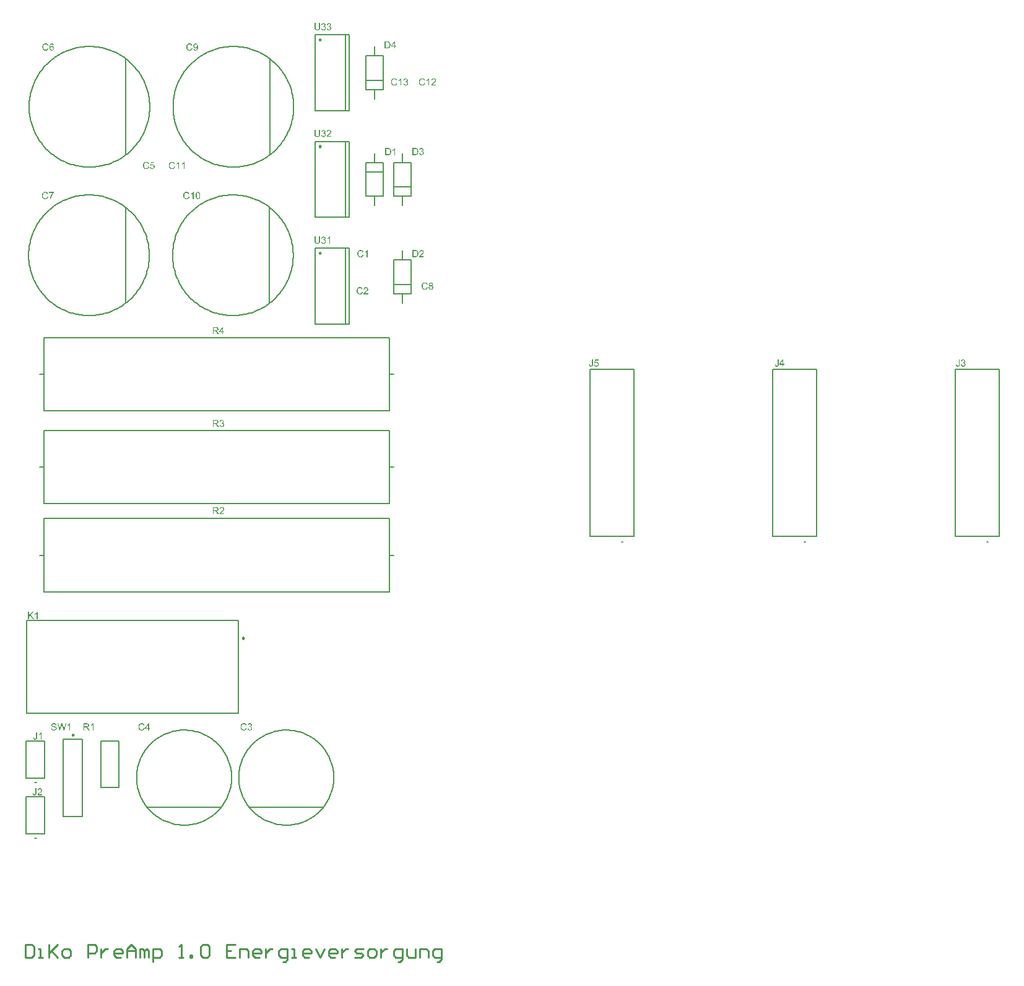
<source format=gto>
G04*
G04 #@! TF.GenerationSoftware,Altium Limited,Altium Designer,20.0.14 (345)*
G04*
G04 Layer_Color=65535*
%FSLAX25Y25*%
%MOIN*%
G70*
G01*
G75*
%ADD10C,0.00591*%
%ADD11C,0.00984*%
%ADD12C,0.00787*%
%ADD13C,0.00500*%
%ADD14C,0.01000*%
G36*
X179523Y526693D02*
X179557D01*
X179631Y526684D01*
X179720Y526664D01*
X179813Y526644D01*
X179911Y526610D01*
X180010Y526565D01*
X180015D01*
X180020Y526560D01*
X180034Y526551D01*
X180054Y526541D01*
X180098Y526511D01*
X180157Y526472D01*
X180221Y526418D01*
X180290Y526354D01*
X180354Y526285D01*
X180408Y526201D01*
Y526196D01*
X180413Y526192D01*
X180433Y526162D01*
X180453Y526113D01*
X180482Y526054D01*
X180507Y525980D01*
X180531Y525896D01*
X180546Y525808D01*
X180551Y525714D01*
Y525709D01*
Y525704D01*
Y525675D01*
X180546Y525626D01*
X180536Y525567D01*
X180517Y525498D01*
X180497Y525424D01*
X180463Y525345D01*
X180418Y525267D01*
X180413Y525257D01*
X180394Y525232D01*
X180364Y525198D01*
X180320Y525153D01*
X180266Y525099D01*
X180197Y525045D01*
X180118Y524996D01*
X180030Y524947D01*
X180034D01*
X180044Y524942D01*
X180064Y524937D01*
X180084Y524932D01*
X180113Y524922D01*
X180148Y524907D01*
X180221Y524878D01*
X180305Y524834D01*
X180389Y524775D01*
X180477Y524706D01*
X180551Y524622D01*
Y524617D01*
X180561Y524612D01*
X180571Y524597D01*
X180581Y524578D01*
X180595Y524553D01*
X180610Y524529D01*
X180645Y524455D01*
X180679Y524366D01*
X180709Y524263D01*
X180728Y524150D01*
X180738Y524017D01*
Y524012D01*
Y523997D01*
Y523968D01*
X180733Y523933D01*
X180728Y523889D01*
X180718Y523840D01*
X180709Y523786D01*
X180694Y523727D01*
X180674Y523663D01*
X180649Y523594D01*
X180620Y523525D01*
X180586Y523451D01*
X180541Y523382D01*
X180492Y523308D01*
X180438Y523240D01*
X180374Y523175D01*
X180369Y523171D01*
X180359Y523161D01*
X180340Y523146D01*
X180310Y523121D01*
X180276Y523097D01*
X180231Y523067D01*
X180182Y523038D01*
X180128Y523008D01*
X180064Y522974D01*
X179995Y522944D01*
X179921Y522915D01*
X179838Y522890D01*
X179754Y522866D01*
X179661Y522851D01*
X179567Y522841D01*
X179464Y522836D01*
X179415D01*
X179380Y522841D01*
X179341Y522846D01*
X179292Y522851D01*
X179233Y522861D01*
X179174Y522875D01*
X179046Y522910D01*
X178977Y522934D01*
X178908Y522959D01*
X178834Y522994D01*
X178765Y523033D01*
X178701Y523077D01*
X178637Y523131D01*
X178632Y523136D01*
X178622Y523146D01*
X178608Y523161D01*
X178583Y523185D01*
X178559Y523215D01*
X178529Y523249D01*
X178499Y523294D01*
X178465Y523338D01*
X178436Y523392D01*
X178401Y523451D01*
X178372Y523515D01*
X178342Y523584D01*
X178313Y523658D01*
X178293Y523732D01*
X178273Y523815D01*
X178263Y523904D01*
X178726Y523968D01*
Y523963D01*
X178731Y523948D01*
X178736Y523928D01*
X178741Y523904D01*
X178750Y523869D01*
X178760Y523835D01*
X178790Y523746D01*
X178824Y523653D01*
X178873Y523559D01*
X178928Y523466D01*
X178957Y523426D01*
X178991Y523392D01*
X179001Y523387D01*
X179026Y523367D01*
X179065Y523338D01*
X179124Y523308D01*
X179193Y523274D01*
X179272Y523249D01*
X179365Y523230D01*
X179464Y523220D01*
X179498D01*
X179518Y523225D01*
X179547D01*
X179582Y523230D01*
X179656Y523249D01*
X179744Y523274D01*
X179838Y523313D01*
X179931Y523372D01*
X179975Y523407D01*
X180020Y523446D01*
X180025Y523451D01*
X180030Y523456D01*
X180039Y523471D01*
X180054Y523486D01*
X180094Y523535D01*
X180133Y523604D01*
X180172Y523682D01*
X180212Y523781D01*
X180236Y523889D01*
X180246Y523948D01*
Y524007D01*
Y524012D01*
Y524022D01*
Y524037D01*
X180241Y524061D01*
Y524086D01*
X180236Y524120D01*
X180221Y524194D01*
X180197Y524278D01*
X180157Y524366D01*
X180103Y524450D01*
X180074Y524494D01*
X180034Y524533D01*
X180025Y524543D01*
X179995Y524568D01*
X179951Y524597D01*
X179892Y524637D01*
X179813Y524676D01*
X179725Y524706D01*
X179621Y524730D01*
X179503Y524740D01*
X179449D01*
X179415Y524735D01*
X179365Y524730D01*
X179306Y524720D01*
X179242Y524706D01*
X179174Y524691D01*
X179228Y525099D01*
X179237D01*
X179252Y525094D01*
X179277Y525089D01*
X179331D01*
X179351Y525094D01*
X179410Y525099D01*
X179479Y525109D01*
X179562Y525129D01*
X179651Y525153D01*
X179744Y525193D01*
X179833Y525242D01*
X179838D01*
X179843Y525252D01*
X179872Y525271D01*
X179911Y525311D01*
X179956Y525360D01*
X180000Y525429D01*
X180034Y525513D01*
X180064Y525611D01*
X180069Y525665D01*
X180074Y525724D01*
Y525729D01*
Y525734D01*
X180069Y525768D01*
X180064Y525813D01*
X180054Y525872D01*
X180030Y525936D01*
X180000Y526005D01*
X179956Y526078D01*
X179897Y526142D01*
X179887Y526152D01*
X179867Y526172D01*
X179828Y526196D01*
X179779Y526231D01*
X179715Y526260D01*
X179636Y526290D01*
X179552Y526310D01*
X179454Y526314D01*
X179429D01*
X179410Y526310D01*
X179356Y526305D01*
X179292Y526295D01*
X179223Y526270D01*
X179144Y526241D01*
X179070Y526201D01*
X178996Y526142D01*
X178987Y526132D01*
X178967Y526113D01*
X178937Y526073D01*
X178903Y526014D01*
X178864Y525946D01*
X178824Y525857D01*
X178795Y525754D01*
X178770Y525635D01*
X178308Y525719D01*
Y525724D01*
X178313Y525739D01*
X178317Y525763D01*
X178327Y525798D01*
X178337Y525832D01*
X178352Y525881D01*
X178367Y525931D01*
X178386Y525985D01*
X178440Y526098D01*
X178504Y526216D01*
X178588Y526334D01*
X178637Y526388D01*
X178691Y526438D01*
X178696Y526442D01*
X178706Y526447D01*
X178721Y526462D01*
X178745Y526477D01*
X178775Y526497D01*
X178809Y526521D01*
X178854Y526546D01*
X178898Y526570D01*
X178952Y526590D01*
X179006Y526615D01*
X179134Y526659D01*
X179282Y526688D01*
X179360Y526693D01*
X179444Y526698D01*
X179498D01*
X179523Y526693D01*
D02*
G37*
G36*
X176586D02*
X176620D01*
X176694Y526684D01*
X176782Y526664D01*
X176876Y526644D01*
X176974Y526610D01*
X177073Y526565D01*
X177078D01*
X177083Y526560D01*
X177097Y526551D01*
X177117Y526541D01*
X177161Y526511D01*
X177220Y526472D01*
X177284Y526418D01*
X177353Y526354D01*
X177417Y526285D01*
X177471Y526201D01*
Y526196D01*
X177476Y526192D01*
X177496Y526162D01*
X177515Y526113D01*
X177545Y526054D01*
X177570Y525980D01*
X177594Y525896D01*
X177609Y525808D01*
X177614Y525714D01*
Y525709D01*
Y525704D01*
Y525675D01*
X177609Y525626D01*
X177599Y525567D01*
X177579Y525498D01*
X177560Y525424D01*
X177525Y525345D01*
X177481Y525267D01*
X177476Y525257D01*
X177456Y525232D01*
X177427Y525198D01*
X177383Y525153D01*
X177329Y525099D01*
X177260Y525045D01*
X177181Y524996D01*
X177092Y524947D01*
X177097D01*
X177107Y524942D01*
X177127Y524937D01*
X177146Y524932D01*
X177176Y524922D01*
X177210Y524907D01*
X177284Y524878D01*
X177368Y524834D01*
X177452Y524775D01*
X177540Y524706D01*
X177614Y524622D01*
Y524617D01*
X177624Y524612D01*
X177634Y524597D01*
X177643Y524578D01*
X177658Y524553D01*
X177673Y524529D01*
X177707Y524455D01*
X177742Y524366D01*
X177771Y524263D01*
X177791Y524150D01*
X177801Y524017D01*
Y524012D01*
Y523997D01*
Y523968D01*
X177796Y523933D01*
X177791Y523889D01*
X177781Y523840D01*
X177771Y523786D01*
X177757Y523727D01*
X177737Y523663D01*
X177712Y523594D01*
X177683Y523525D01*
X177648Y523451D01*
X177604Y523382D01*
X177555Y523308D01*
X177501Y523240D01*
X177437Y523175D01*
X177432Y523171D01*
X177422Y523161D01*
X177402Y523146D01*
X177373Y523121D01*
X177338Y523097D01*
X177294Y523067D01*
X177245Y523038D01*
X177191Y523008D01*
X177127Y522974D01*
X177058Y522944D01*
X176984Y522915D01*
X176900Y522890D01*
X176817Y522866D01*
X176723Y522851D01*
X176630Y522841D01*
X176526Y522836D01*
X176477D01*
X176443Y522841D01*
X176403Y522846D01*
X176354Y522851D01*
X176295Y522861D01*
X176236Y522875D01*
X176108Y522910D01*
X176039Y522934D01*
X175971Y522959D01*
X175897Y522994D01*
X175828Y523033D01*
X175764Y523077D01*
X175700Y523131D01*
X175695Y523136D01*
X175685Y523146D01*
X175670Y523161D01*
X175646Y523185D01*
X175621Y523215D01*
X175592Y523249D01*
X175562Y523294D01*
X175528Y523338D01*
X175498Y523392D01*
X175464Y523451D01*
X175434Y523515D01*
X175405Y523584D01*
X175375Y523658D01*
X175356Y523732D01*
X175336Y523815D01*
X175326Y523904D01*
X175788Y523968D01*
Y523963D01*
X175793Y523948D01*
X175798Y523928D01*
X175803Y523904D01*
X175813Y523869D01*
X175823Y523835D01*
X175853Y523746D01*
X175887Y523653D01*
X175936Y523559D01*
X175990Y523466D01*
X176020Y523426D01*
X176054Y523392D01*
X176064Y523387D01*
X176089Y523367D01*
X176128Y523338D01*
X176187Y523308D01*
X176256Y523274D01*
X176335Y523249D01*
X176428Y523230D01*
X176526Y523220D01*
X176561D01*
X176581Y523225D01*
X176610D01*
X176645Y523230D01*
X176718Y523249D01*
X176807Y523274D01*
X176900Y523313D01*
X176994Y523372D01*
X177038Y523407D01*
X177083Y523446D01*
X177087Y523451D01*
X177092Y523456D01*
X177102Y523471D01*
X177117Y523486D01*
X177156Y523535D01*
X177196Y523604D01*
X177235Y523682D01*
X177274Y523781D01*
X177299Y523889D01*
X177309Y523948D01*
Y524007D01*
Y524012D01*
Y524022D01*
Y524037D01*
X177304Y524061D01*
Y524086D01*
X177299Y524120D01*
X177284Y524194D01*
X177260Y524278D01*
X177220Y524366D01*
X177166Y524450D01*
X177137Y524494D01*
X177097Y524533D01*
X177087Y524543D01*
X177058Y524568D01*
X177014Y524597D01*
X176955Y524637D01*
X176876Y524676D01*
X176787Y524706D01*
X176684Y524730D01*
X176566Y524740D01*
X176512D01*
X176477Y524735D01*
X176428Y524730D01*
X176369Y524720D01*
X176305Y524706D01*
X176236Y524691D01*
X176290Y525099D01*
X176300D01*
X176315Y525094D01*
X176340Y525089D01*
X176394D01*
X176413Y525094D01*
X176472Y525099D01*
X176541Y525109D01*
X176625Y525129D01*
X176714Y525153D01*
X176807Y525193D01*
X176895Y525242D01*
X176900D01*
X176905Y525252D01*
X176935Y525271D01*
X176974Y525311D01*
X177018Y525360D01*
X177063Y525429D01*
X177097Y525513D01*
X177127Y525611D01*
X177132Y525665D01*
X177137Y525724D01*
Y525729D01*
Y525734D01*
X177132Y525768D01*
X177127Y525813D01*
X177117Y525872D01*
X177092Y525936D01*
X177063Y526005D01*
X177018Y526078D01*
X176960Y526142D01*
X176950Y526152D01*
X176930Y526172D01*
X176891Y526196D01*
X176841Y526231D01*
X176777Y526260D01*
X176699Y526290D01*
X176615Y526310D01*
X176517Y526314D01*
X176492D01*
X176472Y526310D01*
X176418Y526305D01*
X176354Y526295D01*
X176285Y526270D01*
X176207Y526241D01*
X176133Y526201D01*
X176059Y526142D01*
X176049Y526132D01*
X176030Y526113D01*
X176000Y526073D01*
X175966Y526014D01*
X175926Y525946D01*
X175887Y525857D01*
X175857Y525754D01*
X175833Y525635D01*
X175370Y525719D01*
Y525724D01*
X175375Y525739D01*
X175380Y525763D01*
X175390Y525798D01*
X175400Y525832D01*
X175415Y525881D01*
X175429Y525931D01*
X175449Y525985D01*
X175503Y526098D01*
X175567Y526216D01*
X175651Y526334D01*
X175700Y526388D01*
X175754Y526438D01*
X175759Y526442D01*
X175769Y526447D01*
X175784Y526462D01*
X175808Y526477D01*
X175838Y526497D01*
X175872Y526521D01*
X175916Y526546D01*
X175961Y526570D01*
X176015Y526590D01*
X176069Y526615D01*
X176197Y526659D01*
X176345Y526688D01*
X176423Y526693D01*
X176507Y526698D01*
X176561D01*
X176586Y526693D01*
D02*
G37*
G36*
X174677Y524494D02*
Y524489D01*
Y524470D01*
Y524440D01*
Y524401D01*
X174672Y524351D01*
Y524297D01*
X174667Y524233D01*
X174662Y524169D01*
X174642Y524022D01*
X174622Y523869D01*
X174588Y523722D01*
X174568Y523653D01*
X174544Y523589D01*
Y523584D01*
X174539Y523574D01*
X174529Y523554D01*
X174519Y523535D01*
X174504Y523505D01*
X174485Y523471D01*
X174435Y523397D01*
X174372Y523308D01*
X174293Y523220D01*
X174194Y523126D01*
X174135Y523082D01*
X174076Y523043D01*
X174071D01*
X174062Y523033D01*
X174042Y523023D01*
X174017Y523008D01*
X173983Y522994D01*
X173943Y522979D01*
X173894Y522959D01*
X173840Y522939D01*
X173781Y522920D01*
X173712Y522900D01*
X173643Y522885D01*
X173565Y522870D01*
X173481Y522856D01*
X173392Y522846D01*
X173294Y522841D01*
X173196Y522836D01*
X173146D01*
X173107Y522841D01*
X173063D01*
X173009Y522846D01*
X172950Y522851D01*
X172886Y522861D01*
X172748Y522880D01*
X172605Y522915D01*
X172458Y522959D01*
X172325Y523018D01*
X172320D01*
X172310Y523028D01*
X172290Y523038D01*
X172271Y523053D01*
X172212Y523092D01*
X172138Y523151D01*
X172059Y523225D01*
X171980Y523318D01*
X171907Y523421D01*
X171843Y523545D01*
Y523549D01*
X171838Y523559D01*
X171828Y523579D01*
X171823Y523608D01*
X171808Y523643D01*
X171798Y523687D01*
X171784Y523736D01*
X171774Y523795D01*
X171759Y523859D01*
X171744Y523928D01*
X171734Y524007D01*
X171725Y524091D01*
X171715Y524184D01*
X171705Y524283D01*
X171700Y524386D01*
Y524494D01*
Y526684D01*
X172202D01*
Y524499D01*
Y524494D01*
Y524479D01*
Y524450D01*
Y524420D01*
X172207Y524376D01*
Y524332D01*
X172212Y524278D01*
Y524224D01*
X172222Y524105D01*
X172241Y523982D01*
X172261Y523869D01*
X172276Y523820D01*
X172290Y523771D01*
Y523766D01*
X172295Y523761D01*
X172310Y523732D01*
X172330Y523692D01*
X172364Y523638D01*
X172408Y523584D01*
X172463Y523520D01*
X172527Y523466D01*
X172605Y523412D01*
X172610D01*
X172615Y523407D01*
X172645Y523392D01*
X172694Y523372D01*
X172758Y523353D01*
X172836Y523328D01*
X172930Y523308D01*
X173033Y523294D01*
X173151Y523289D01*
X173205D01*
X173240Y523294D01*
X173284Y523299D01*
X173338Y523303D01*
X173397Y523308D01*
X173456Y523318D01*
X173584Y523348D01*
X173717Y523392D01*
X173776Y523421D01*
X173835Y523456D01*
X173889Y523490D01*
X173939Y523535D01*
X173943Y523540D01*
X173948Y523549D01*
X173958Y523564D01*
X173978Y523584D01*
X173993Y523613D01*
X174012Y523653D01*
X174037Y523697D01*
X174057Y523751D01*
X174081Y523810D01*
X174101Y523879D01*
X174121Y523958D01*
X174140Y524046D01*
X174155Y524145D01*
X174165Y524253D01*
X174170Y524371D01*
X174175Y524499D01*
Y526684D01*
X174677D01*
Y524494D01*
D02*
G37*
G36*
X176586Y469193D02*
X176620D01*
X176694Y469183D01*
X176782Y469164D01*
X176876Y469144D01*
X176974Y469110D01*
X177073Y469065D01*
X177078D01*
X177083Y469061D01*
X177097Y469051D01*
X177117Y469041D01*
X177161Y469011D01*
X177220Y468972D01*
X177284Y468918D01*
X177353Y468854D01*
X177417Y468785D01*
X177471Y468701D01*
Y468696D01*
X177476Y468691D01*
X177496Y468662D01*
X177515Y468613D01*
X177545Y468554D01*
X177570Y468480D01*
X177594Y468396D01*
X177609Y468308D01*
X177614Y468214D01*
Y468209D01*
Y468204D01*
Y468175D01*
X177609Y468126D01*
X177599Y468067D01*
X177579Y467998D01*
X177560Y467924D01*
X177525Y467845D01*
X177481Y467767D01*
X177476Y467757D01*
X177456Y467732D01*
X177427Y467698D01*
X177383Y467653D01*
X177329Y467599D01*
X177260Y467545D01*
X177181Y467496D01*
X177092Y467447D01*
X177097D01*
X177107Y467442D01*
X177127Y467437D01*
X177146Y467432D01*
X177176Y467422D01*
X177210Y467407D01*
X177284Y467378D01*
X177368Y467334D01*
X177452Y467275D01*
X177540Y467206D01*
X177614Y467122D01*
Y467117D01*
X177624Y467112D01*
X177634Y467097D01*
X177643Y467078D01*
X177658Y467053D01*
X177673Y467029D01*
X177707Y466955D01*
X177742Y466866D01*
X177771Y466763D01*
X177791Y466650D01*
X177801Y466517D01*
Y466512D01*
Y466497D01*
Y466468D01*
X177796Y466433D01*
X177791Y466389D01*
X177781Y466340D01*
X177771Y466286D01*
X177757Y466227D01*
X177737Y466163D01*
X177712Y466094D01*
X177683Y466025D01*
X177648Y465951D01*
X177604Y465882D01*
X177555Y465808D01*
X177501Y465739D01*
X177437Y465675D01*
X177432Y465671D01*
X177422Y465661D01*
X177402Y465646D01*
X177373Y465621D01*
X177338Y465597D01*
X177294Y465567D01*
X177245Y465538D01*
X177191Y465508D01*
X177127Y465474D01*
X177058Y465444D01*
X176984Y465415D01*
X176900Y465390D01*
X176817Y465366D01*
X176723Y465351D01*
X176630Y465341D01*
X176526Y465336D01*
X176477D01*
X176443Y465341D01*
X176403Y465346D01*
X176354Y465351D01*
X176295Y465361D01*
X176236Y465375D01*
X176108Y465410D01*
X176039Y465434D01*
X175971Y465459D01*
X175897Y465493D01*
X175828Y465533D01*
X175764Y465577D01*
X175700Y465631D01*
X175695Y465636D01*
X175685Y465646D01*
X175670Y465661D01*
X175646Y465685D01*
X175621Y465715D01*
X175592Y465749D01*
X175562Y465794D01*
X175528Y465838D01*
X175498Y465892D01*
X175464Y465951D01*
X175434Y466015D01*
X175405Y466084D01*
X175375Y466158D01*
X175356Y466231D01*
X175336Y466315D01*
X175326Y466404D01*
X175788Y466468D01*
Y466463D01*
X175793Y466448D01*
X175798Y466428D01*
X175803Y466404D01*
X175813Y466369D01*
X175823Y466335D01*
X175853Y466246D01*
X175887Y466153D01*
X175936Y466059D01*
X175990Y465966D01*
X176020Y465926D01*
X176054Y465892D01*
X176064Y465887D01*
X176089Y465867D01*
X176128Y465838D01*
X176187Y465808D01*
X176256Y465774D01*
X176335Y465749D01*
X176428Y465730D01*
X176526Y465720D01*
X176561D01*
X176581Y465725D01*
X176610D01*
X176645Y465730D01*
X176718Y465749D01*
X176807Y465774D01*
X176900Y465813D01*
X176994Y465872D01*
X177038Y465907D01*
X177083Y465946D01*
X177087Y465951D01*
X177092Y465956D01*
X177102Y465971D01*
X177117Y465985D01*
X177156Y466035D01*
X177196Y466104D01*
X177235Y466182D01*
X177274Y466281D01*
X177299Y466389D01*
X177309Y466448D01*
Y466507D01*
Y466512D01*
Y466522D01*
Y466537D01*
X177304Y466561D01*
Y466586D01*
X177299Y466620D01*
X177284Y466694D01*
X177260Y466778D01*
X177220Y466866D01*
X177166Y466950D01*
X177137Y466994D01*
X177097Y467033D01*
X177087Y467043D01*
X177058Y467068D01*
X177014Y467097D01*
X176955Y467137D01*
X176876Y467176D01*
X176787Y467206D01*
X176684Y467230D01*
X176566Y467240D01*
X176512D01*
X176477Y467235D01*
X176428Y467230D01*
X176369Y467220D01*
X176305Y467206D01*
X176236Y467191D01*
X176290Y467599D01*
X176300D01*
X176315Y467594D01*
X176340Y467589D01*
X176394D01*
X176413Y467594D01*
X176472Y467599D01*
X176541Y467609D01*
X176625Y467629D01*
X176714Y467653D01*
X176807Y467693D01*
X176895Y467742D01*
X176900D01*
X176905Y467752D01*
X176935Y467771D01*
X176974Y467811D01*
X177018Y467860D01*
X177063Y467929D01*
X177097Y468013D01*
X177127Y468111D01*
X177132Y468165D01*
X177137Y468224D01*
Y468229D01*
Y468234D01*
X177132Y468268D01*
X177127Y468313D01*
X177117Y468372D01*
X177092Y468436D01*
X177063Y468504D01*
X177018Y468578D01*
X176960Y468642D01*
X176950Y468652D01*
X176930Y468672D01*
X176891Y468696D01*
X176841Y468731D01*
X176777Y468760D01*
X176699Y468790D01*
X176615Y468810D01*
X176517Y468815D01*
X176492D01*
X176472Y468810D01*
X176418Y468805D01*
X176354Y468795D01*
X176285Y468770D01*
X176207Y468741D01*
X176133Y468701D01*
X176059Y468642D01*
X176049Y468632D01*
X176030Y468613D01*
X176000Y468573D01*
X175966Y468514D01*
X175926Y468445D01*
X175887Y468357D01*
X175857Y468254D01*
X175833Y468135D01*
X175370Y468219D01*
Y468224D01*
X175375Y468239D01*
X175380Y468263D01*
X175390Y468298D01*
X175400Y468332D01*
X175415Y468382D01*
X175429Y468431D01*
X175449Y468485D01*
X175503Y468598D01*
X175567Y468716D01*
X175651Y468834D01*
X175700Y468888D01*
X175754Y468937D01*
X175759Y468942D01*
X175769Y468947D01*
X175784Y468962D01*
X175808Y468977D01*
X175838Y468996D01*
X175872Y469021D01*
X175916Y469046D01*
X175961Y469070D01*
X176015Y469090D01*
X176069Y469115D01*
X176197Y469159D01*
X176345Y469188D01*
X176423Y469193D01*
X176507Y469198D01*
X176561D01*
X176586Y469193D01*
D02*
G37*
G36*
X174677Y466994D02*
Y466989D01*
Y466969D01*
Y466940D01*
Y466901D01*
X174672Y466851D01*
Y466797D01*
X174667Y466733D01*
X174662Y466669D01*
X174642Y466522D01*
X174622Y466369D01*
X174588Y466222D01*
X174568Y466153D01*
X174544Y466089D01*
Y466084D01*
X174539Y466074D01*
X174529Y466054D01*
X174519Y466035D01*
X174504Y466005D01*
X174485Y465971D01*
X174435Y465897D01*
X174372Y465808D01*
X174293Y465720D01*
X174194Y465626D01*
X174135Y465582D01*
X174076Y465543D01*
X174071D01*
X174062Y465533D01*
X174042Y465523D01*
X174017Y465508D01*
X173983Y465493D01*
X173943Y465479D01*
X173894Y465459D01*
X173840Y465439D01*
X173781Y465420D01*
X173712Y465400D01*
X173643Y465385D01*
X173565Y465371D01*
X173481Y465356D01*
X173392Y465346D01*
X173294Y465341D01*
X173196Y465336D01*
X173146D01*
X173107Y465341D01*
X173063D01*
X173009Y465346D01*
X172950Y465351D01*
X172886Y465361D01*
X172748Y465380D01*
X172605Y465415D01*
X172458Y465459D01*
X172325Y465518D01*
X172320D01*
X172310Y465528D01*
X172290Y465538D01*
X172271Y465553D01*
X172212Y465592D01*
X172138Y465651D01*
X172059Y465725D01*
X171980Y465818D01*
X171907Y465921D01*
X171843Y466045D01*
Y466049D01*
X171838Y466059D01*
X171828Y466079D01*
X171823Y466109D01*
X171808Y466143D01*
X171798Y466187D01*
X171784Y466236D01*
X171774Y466295D01*
X171759Y466359D01*
X171744Y466428D01*
X171734Y466507D01*
X171725Y466591D01*
X171715Y466684D01*
X171705Y466783D01*
X171700Y466886D01*
Y466994D01*
Y469183D01*
X172202D01*
Y466999D01*
Y466994D01*
Y466979D01*
Y466950D01*
Y466920D01*
X172207Y466876D01*
Y466832D01*
X172212Y466778D01*
Y466723D01*
X172222Y466605D01*
X172241Y466482D01*
X172261Y466369D01*
X172276Y466320D01*
X172290Y466271D01*
Y466266D01*
X172295Y466261D01*
X172310Y466231D01*
X172330Y466192D01*
X172364Y466138D01*
X172408Y466084D01*
X172463Y466020D01*
X172527Y465966D01*
X172605Y465912D01*
X172610D01*
X172615Y465907D01*
X172645Y465892D01*
X172694Y465872D01*
X172758Y465853D01*
X172836Y465828D01*
X172930Y465808D01*
X173033Y465794D01*
X173151Y465789D01*
X173205D01*
X173240Y465794D01*
X173284Y465799D01*
X173338Y465803D01*
X173397Y465808D01*
X173456Y465818D01*
X173584Y465848D01*
X173717Y465892D01*
X173776Y465921D01*
X173835Y465956D01*
X173889Y465990D01*
X173939Y466035D01*
X173943Y466040D01*
X173948Y466049D01*
X173958Y466064D01*
X173978Y466084D01*
X173993Y466113D01*
X174012Y466153D01*
X174037Y466197D01*
X174057Y466251D01*
X174081Y466310D01*
X174101Y466379D01*
X174121Y466458D01*
X174140Y466546D01*
X174155Y466645D01*
X174165Y466753D01*
X174170Y466871D01*
X174175Y466999D01*
Y469183D01*
X174677D01*
Y466994D01*
D02*
G37*
G36*
X179597Y469193D02*
X179646Y469188D01*
X179700Y469183D01*
X179759Y469174D01*
X179823Y469159D01*
X179961Y469124D01*
X180030Y469100D01*
X180103Y469070D01*
X180177Y469036D01*
X180246Y468992D01*
X180310Y468947D01*
X180374Y468893D01*
X180379Y468888D01*
X180389Y468878D01*
X180403Y468864D01*
X180423Y468839D01*
X180448Y468810D01*
X180477Y468775D01*
X180502Y468736D01*
X180536Y468687D01*
X180566Y468637D01*
X180590Y468578D01*
X180645Y468450D01*
X180664Y468382D01*
X180679Y468308D01*
X180689Y468229D01*
X180694Y468145D01*
Y468135D01*
Y468106D01*
X180689Y468062D01*
X180684Y468003D01*
X180669Y467939D01*
X180654Y467860D01*
X180630Y467781D01*
X180600Y467698D01*
X180595Y467688D01*
X180581Y467658D01*
X180561Y467614D01*
X180526Y467560D01*
X180482Y467491D01*
X180428Y467412D01*
X180364Y467324D01*
X180290Y467235D01*
Y467230D01*
X180280Y467225D01*
X180266Y467211D01*
X180251Y467191D01*
X180226Y467166D01*
X180197Y467137D01*
X180162Y467102D01*
X180118Y467063D01*
X180074Y467019D01*
X180020Y466969D01*
X179961Y466910D01*
X179897Y466851D01*
X179823Y466787D01*
X179749Y466723D01*
X179661Y466650D01*
X179572Y466571D01*
X179567Y466566D01*
X179552Y466556D01*
X179533Y466537D01*
X179503Y466517D01*
X179474Y466487D01*
X179434Y466453D01*
X179351Y466379D01*
X179257Y466300D01*
X179169Y466222D01*
X179129Y466187D01*
X179095Y466153D01*
X179060Y466118D01*
X179036Y466094D01*
X179031Y466089D01*
X179016Y466074D01*
X178996Y466049D01*
X178967Y466015D01*
X178937Y465981D01*
X178903Y465936D01*
X178839Y465848D01*
X180699D01*
Y465400D01*
X178194D01*
Y465410D01*
Y465429D01*
Y465459D01*
X178199Y465503D01*
X178204Y465553D01*
X178214Y465607D01*
X178229Y465661D01*
X178249Y465720D01*
Y465725D01*
X178253Y465730D01*
X178258Y465744D01*
X178268Y465764D01*
X178288Y465813D01*
X178322Y465877D01*
X178367Y465956D01*
X178416Y466040D01*
X178480Y466128D01*
X178554Y466222D01*
X178559Y466227D01*
X178563Y466231D01*
X178578Y466246D01*
X178593Y466266D01*
X178642Y466320D01*
X178711Y466389D01*
X178795Y466473D01*
X178898Y466571D01*
X179021Y466679D01*
X179164Y466797D01*
X179169Y466802D01*
X179188Y466822D01*
X179223Y466847D01*
X179262Y466881D01*
X179311Y466925D01*
X179370Y466974D01*
X179434Y467029D01*
X179498Y467088D01*
X179636Y467215D01*
X179774Y467348D01*
X179838Y467417D01*
X179897Y467481D01*
X179951Y467540D01*
X179995Y467599D01*
X180000Y467604D01*
X180005Y467614D01*
X180015Y467629D01*
X180030Y467648D01*
X180044Y467678D01*
X180064Y467707D01*
X180108Y467781D01*
X180148Y467865D01*
X180182Y467958D01*
X180207Y468062D01*
X180217Y468111D01*
Y468160D01*
Y468165D01*
Y468175D01*
Y468185D01*
X180212Y468204D01*
X180207Y468258D01*
X180192Y468323D01*
X180167Y468396D01*
X180133Y468470D01*
X180084Y468549D01*
X180015Y468623D01*
X180005Y468632D01*
X179980Y468652D01*
X179936Y468682D01*
X179877Y468721D01*
X179803Y468755D01*
X179715Y468785D01*
X179611Y468805D01*
X179498Y468815D01*
X179464D01*
X179444Y468810D01*
X179415D01*
X179380Y468805D01*
X179306Y468790D01*
X179223Y468765D01*
X179129Y468731D01*
X179041Y468682D01*
X178962Y468613D01*
X178952Y468603D01*
X178932Y468578D01*
X178898Y468529D01*
X178864Y468470D01*
X178824Y468386D01*
X178790Y468293D01*
X178770Y468185D01*
X178760Y468057D01*
X178283Y468106D01*
Y468111D01*
X178288Y468131D01*
Y468155D01*
X178293Y468195D01*
X178303Y468239D01*
X178313Y468288D01*
X178327Y468347D01*
X178347Y468406D01*
X178391Y468539D01*
X178421Y468608D01*
X178455Y468672D01*
X178495Y468741D01*
X178539Y468805D01*
X178588Y468864D01*
X178647Y468918D01*
X178652Y468923D01*
X178662Y468928D01*
X178682Y468942D01*
X178706Y468962D01*
X178741Y468982D01*
X178780Y469006D01*
X178824Y469031D01*
X178878Y469061D01*
X178937Y469085D01*
X179001Y469110D01*
X179070Y469134D01*
X179149Y469154D01*
X179228Y469174D01*
X179316Y469188D01*
X179410Y469193D01*
X179508Y469198D01*
X179562D01*
X179597Y469193D01*
D02*
G37*
G36*
X176586Y411693D02*
X176620D01*
X176694Y411684D01*
X176782Y411664D01*
X176876Y411644D01*
X176974Y411610D01*
X177073Y411565D01*
X177078D01*
X177083Y411560D01*
X177097Y411551D01*
X177117Y411541D01*
X177161Y411511D01*
X177220Y411472D01*
X177284Y411418D01*
X177353Y411354D01*
X177417Y411285D01*
X177471Y411201D01*
Y411196D01*
X177476Y411192D01*
X177496Y411162D01*
X177515Y411113D01*
X177545Y411054D01*
X177570Y410980D01*
X177594Y410896D01*
X177609Y410808D01*
X177614Y410714D01*
Y410709D01*
Y410704D01*
Y410675D01*
X177609Y410626D01*
X177599Y410567D01*
X177579Y410498D01*
X177560Y410424D01*
X177525Y410345D01*
X177481Y410266D01*
X177476Y410257D01*
X177456Y410232D01*
X177427Y410198D01*
X177383Y410153D01*
X177329Y410099D01*
X177260Y410045D01*
X177181Y409996D01*
X177092Y409947D01*
X177097D01*
X177107Y409942D01*
X177127Y409937D01*
X177146Y409932D01*
X177176Y409922D01*
X177210Y409907D01*
X177284Y409878D01*
X177368Y409834D01*
X177452Y409774D01*
X177540Y409706D01*
X177614Y409622D01*
Y409617D01*
X177624Y409612D01*
X177634Y409597D01*
X177643Y409578D01*
X177658Y409553D01*
X177673Y409528D01*
X177707Y409455D01*
X177742Y409366D01*
X177771Y409263D01*
X177791Y409150D01*
X177801Y409017D01*
Y409012D01*
Y408997D01*
Y408968D01*
X177796Y408933D01*
X177791Y408889D01*
X177781Y408840D01*
X177771Y408786D01*
X177757Y408727D01*
X177737Y408663D01*
X177712Y408594D01*
X177683Y408525D01*
X177648Y408451D01*
X177604Y408382D01*
X177555Y408308D01*
X177501Y408240D01*
X177437Y408176D01*
X177432Y408171D01*
X177422Y408161D01*
X177402Y408146D01*
X177373Y408121D01*
X177338Y408097D01*
X177294Y408067D01*
X177245Y408038D01*
X177191Y408008D01*
X177127Y407974D01*
X177058Y407944D01*
X176984Y407915D01*
X176900Y407890D01*
X176817Y407866D01*
X176723Y407851D01*
X176630Y407841D01*
X176526Y407836D01*
X176477D01*
X176443Y407841D01*
X176403Y407846D01*
X176354Y407851D01*
X176295Y407861D01*
X176236Y407875D01*
X176108Y407910D01*
X176039Y407934D01*
X175971Y407959D01*
X175897Y407994D01*
X175828Y408033D01*
X175764Y408077D01*
X175700Y408131D01*
X175695Y408136D01*
X175685Y408146D01*
X175670Y408161D01*
X175646Y408185D01*
X175621Y408215D01*
X175592Y408249D01*
X175562Y408294D01*
X175528Y408338D01*
X175498Y408392D01*
X175464Y408451D01*
X175434Y408515D01*
X175405Y408584D01*
X175375Y408658D01*
X175356Y408732D01*
X175336Y408815D01*
X175326Y408904D01*
X175788Y408968D01*
Y408963D01*
X175793Y408948D01*
X175798Y408928D01*
X175803Y408904D01*
X175813Y408869D01*
X175823Y408835D01*
X175853Y408746D01*
X175887Y408653D01*
X175936Y408559D01*
X175990Y408466D01*
X176020Y408426D01*
X176054Y408392D01*
X176064Y408387D01*
X176089Y408367D01*
X176128Y408338D01*
X176187Y408308D01*
X176256Y408274D01*
X176335Y408249D01*
X176428Y408230D01*
X176526Y408220D01*
X176561D01*
X176581Y408225D01*
X176610D01*
X176645Y408230D01*
X176718Y408249D01*
X176807Y408274D01*
X176900Y408313D01*
X176994Y408372D01*
X177038Y408407D01*
X177083Y408446D01*
X177087Y408451D01*
X177092Y408456D01*
X177102Y408471D01*
X177117Y408486D01*
X177156Y408535D01*
X177196Y408604D01*
X177235Y408682D01*
X177274Y408781D01*
X177299Y408889D01*
X177309Y408948D01*
Y409007D01*
Y409012D01*
Y409022D01*
Y409036D01*
X177304Y409061D01*
Y409086D01*
X177299Y409120D01*
X177284Y409194D01*
X177260Y409278D01*
X177220Y409366D01*
X177166Y409450D01*
X177137Y409494D01*
X177097Y409533D01*
X177087Y409543D01*
X177058Y409568D01*
X177014Y409597D01*
X176955Y409637D01*
X176876Y409676D01*
X176787Y409706D01*
X176684Y409730D01*
X176566Y409740D01*
X176512D01*
X176477Y409735D01*
X176428Y409730D01*
X176369Y409720D01*
X176305Y409706D01*
X176236Y409691D01*
X176290Y410099D01*
X176300D01*
X176315Y410094D01*
X176340Y410089D01*
X176394D01*
X176413Y410094D01*
X176472Y410099D01*
X176541Y410109D01*
X176625Y410129D01*
X176714Y410153D01*
X176807Y410193D01*
X176895Y410242D01*
X176900D01*
X176905Y410252D01*
X176935Y410271D01*
X176974Y410311D01*
X177018Y410360D01*
X177063Y410429D01*
X177097Y410512D01*
X177127Y410611D01*
X177132Y410665D01*
X177137Y410724D01*
Y410729D01*
Y410734D01*
X177132Y410768D01*
X177127Y410813D01*
X177117Y410872D01*
X177092Y410936D01*
X177063Y411004D01*
X177018Y411078D01*
X176960Y411142D01*
X176950Y411152D01*
X176930Y411172D01*
X176891Y411196D01*
X176841Y411231D01*
X176777Y411260D01*
X176699Y411290D01*
X176615Y411310D01*
X176517Y411314D01*
X176492D01*
X176472Y411310D01*
X176418Y411305D01*
X176354Y411295D01*
X176285Y411270D01*
X176207Y411241D01*
X176133Y411201D01*
X176059Y411142D01*
X176049Y411132D01*
X176030Y411113D01*
X176000Y411073D01*
X175966Y411014D01*
X175926Y410946D01*
X175887Y410857D01*
X175857Y410754D01*
X175833Y410636D01*
X175370Y410719D01*
Y410724D01*
X175375Y410739D01*
X175380Y410763D01*
X175390Y410798D01*
X175400Y410832D01*
X175415Y410882D01*
X175429Y410931D01*
X175449Y410985D01*
X175503Y411098D01*
X175567Y411216D01*
X175651Y411334D01*
X175700Y411388D01*
X175754Y411438D01*
X175759Y411442D01*
X175769Y411447D01*
X175784Y411462D01*
X175808Y411477D01*
X175838Y411496D01*
X175872Y411521D01*
X175916Y411546D01*
X175961Y411570D01*
X176015Y411590D01*
X176069Y411615D01*
X176197Y411659D01*
X176345Y411688D01*
X176423Y411693D01*
X176507Y411698D01*
X176561D01*
X176586Y411693D01*
D02*
G37*
G36*
X174677Y409494D02*
Y409489D01*
Y409470D01*
Y409440D01*
Y409401D01*
X174672Y409351D01*
Y409297D01*
X174667Y409233D01*
X174662Y409169D01*
X174642Y409022D01*
X174622Y408869D01*
X174588Y408722D01*
X174568Y408653D01*
X174544Y408589D01*
Y408584D01*
X174539Y408574D01*
X174529Y408554D01*
X174519Y408535D01*
X174504Y408505D01*
X174485Y408471D01*
X174435Y408397D01*
X174372Y408308D01*
X174293Y408220D01*
X174194Y408126D01*
X174135Y408082D01*
X174076Y408043D01*
X174071D01*
X174062Y408033D01*
X174042Y408023D01*
X174017Y408008D01*
X173983Y407994D01*
X173943Y407979D01*
X173894Y407959D01*
X173840Y407939D01*
X173781Y407920D01*
X173712Y407900D01*
X173643Y407885D01*
X173565Y407870D01*
X173481Y407856D01*
X173392Y407846D01*
X173294Y407841D01*
X173196Y407836D01*
X173146D01*
X173107Y407841D01*
X173063D01*
X173009Y407846D01*
X172950Y407851D01*
X172886Y407861D01*
X172748Y407880D01*
X172605Y407915D01*
X172458Y407959D01*
X172325Y408018D01*
X172320D01*
X172310Y408028D01*
X172290Y408038D01*
X172271Y408052D01*
X172212Y408092D01*
X172138Y408151D01*
X172059Y408225D01*
X171980Y408318D01*
X171907Y408422D01*
X171843Y408544D01*
Y408549D01*
X171838Y408559D01*
X171828Y408579D01*
X171823Y408608D01*
X171808Y408643D01*
X171798Y408687D01*
X171784Y408736D01*
X171774Y408795D01*
X171759Y408859D01*
X171744Y408928D01*
X171734Y409007D01*
X171725Y409091D01*
X171715Y409184D01*
X171705Y409282D01*
X171700Y409386D01*
Y409494D01*
Y411684D01*
X172202D01*
Y409499D01*
Y409494D01*
Y409479D01*
Y409450D01*
Y409420D01*
X172207Y409376D01*
Y409332D01*
X172212Y409278D01*
Y409224D01*
X172222Y409105D01*
X172241Y408982D01*
X172261Y408869D01*
X172276Y408820D01*
X172290Y408771D01*
Y408766D01*
X172295Y408761D01*
X172310Y408732D01*
X172330Y408692D01*
X172364Y408638D01*
X172408Y408584D01*
X172463Y408520D01*
X172527Y408466D01*
X172605Y408412D01*
X172610D01*
X172615Y408407D01*
X172645Y408392D01*
X172694Y408372D01*
X172758Y408353D01*
X172836Y408328D01*
X172930Y408308D01*
X173033Y408294D01*
X173151Y408289D01*
X173205D01*
X173240Y408294D01*
X173284Y408298D01*
X173338Y408303D01*
X173397Y408308D01*
X173456Y408318D01*
X173584Y408348D01*
X173717Y408392D01*
X173776Y408422D01*
X173835Y408456D01*
X173889Y408490D01*
X173939Y408535D01*
X173943Y408540D01*
X173948Y408549D01*
X173958Y408564D01*
X173978Y408584D01*
X173993Y408613D01*
X174012Y408653D01*
X174037Y408697D01*
X174057Y408751D01*
X174081Y408810D01*
X174101Y408879D01*
X174121Y408958D01*
X174140Y409046D01*
X174155Y409145D01*
X174165Y409253D01*
X174170Y409371D01*
X174175Y409499D01*
Y411684D01*
X174677D01*
Y409494D01*
D02*
G37*
G36*
X180010Y407900D02*
X179547D01*
Y410857D01*
X179538Y410852D01*
X179518Y410832D01*
X179479Y410798D01*
X179429Y410758D01*
X179365Y410709D01*
X179287Y410655D01*
X179203Y410596D01*
X179105Y410537D01*
X179100D01*
X179095Y410532D01*
X179080Y410522D01*
X179060Y410512D01*
X179006Y410483D01*
X178942Y410449D01*
X178868Y410409D01*
X178785Y410370D01*
X178701Y410330D01*
X178618Y410296D01*
Y410749D01*
X178622D01*
X178637Y410758D01*
X178657Y410768D01*
X178682Y410783D01*
X178716Y410798D01*
X178755Y410822D01*
X178849Y410872D01*
X178952Y410936D01*
X179070Y411014D01*
X179183Y411098D01*
X179297Y411192D01*
X179301Y411196D01*
X179311Y411201D01*
X179326Y411216D01*
X179346Y411236D01*
X179395Y411285D01*
X179459Y411354D01*
X179523Y411428D01*
X179592Y411516D01*
X179656Y411605D01*
X179710Y411698D01*
X180010D01*
Y407900D01*
D02*
G37*
G36*
X31460Y149451D02*
X31499D01*
X31549Y149446D01*
X31603Y149441D01*
X31716Y149421D01*
X31839Y149397D01*
X31967Y149362D01*
X32090Y149318D01*
X32095D01*
X32105Y149313D01*
X32119Y149303D01*
X32144Y149293D01*
X32203Y149259D01*
X32272Y149215D01*
X32355Y149161D01*
X32434Y149092D01*
X32518Y149008D01*
X32587Y148915D01*
Y148910D01*
X32597Y148905D01*
X32601Y148890D01*
X32616Y148870D01*
X32626Y148846D01*
X32641Y148816D01*
X32675Y148742D01*
X32710Y148654D01*
X32739Y148555D01*
X32764Y148442D01*
X32774Y148324D01*
X32291Y148290D01*
Y148295D01*
Y148304D01*
X32287Y148324D01*
X32282Y148349D01*
X32277Y148378D01*
X32267Y148413D01*
X32242Y148491D01*
X32208Y148575D01*
X32164Y148664D01*
X32105Y148752D01*
X32026Y148826D01*
X32016Y148836D01*
X32001Y148841D01*
X31986Y148855D01*
X31962Y148870D01*
X31932Y148885D01*
X31898Y148900D01*
X31863Y148919D01*
X31819Y148934D01*
X31770Y148949D01*
X31716Y148964D01*
X31657Y148978D01*
X31593Y148993D01*
X31524Y148998D01*
X31450Y149008D01*
X31298D01*
X31258Y149003D01*
X31219Y148998D01*
X31121Y148988D01*
X31012Y148969D01*
X30904Y148939D01*
X30801Y148895D01*
X30752Y148870D01*
X30712Y148841D01*
X30702Y148831D01*
X30678Y148811D01*
X30648Y148777D01*
X30609Y148728D01*
X30569Y148669D01*
X30540Y148600D01*
X30515Y148521D01*
X30506Y148437D01*
Y148427D01*
Y148403D01*
X30515Y148368D01*
X30525Y148319D01*
X30540Y148265D01*
X30565Y148211D01*
X30599Y148157D01*
X30648Y148103D01*
X30658Y148098D01*
X30668Y148088D01*
X30683Y148083D01*
X30702Y148068D01*
X30727Y148054D01*
X30761Y148039D01*
X30796Y148024D01*
X30845Y148004D01*
X30899Y147980D01*
X30958Y147960D01*
X31027Y147935D01*
X31106Y147911D01*
X31194Y147886D01*
X31293Y147862D01*
X31401Y147837D01*
X31406D01*
X31426Y147832D01*
X31460Y147822D01*
X31499Y147812D01*
X31549Y147803D01*
X31608Y147788D01*
X31667Y147773D01*
X31736Y147753D01*
X31873Y147719D01*
X32011Y147680D01*
X32075Y147655D01*
X32139Y147635D01*
X32193Y147616D01*
X32237Y147596D01*
X32242D01*
X32252Y147591D01*
X32267Y147581D01*
X32291Y147566D01*
X32351Y147537D01*
X32424Y147493D01*
X32503Y147434D01*
X32582Y147370D01*
X32660Y147291D01*
X32724Y147207D01*
Y147202D01*
X32729Y147197D01*
X32739Y147183D01*
X32749Y147168D01*
X32774Y147119D01*
X32808Y147055D01*
X32838Y146976D01*
X32862Y146882D01*
X32882Y146784D01*
X32887Y146671D01*
Y146666D01*
Y146656D01*
Y146642D01*
X32882Y146622D01*
Y146592D01*
X32877Y146563D01*
X32867Y146489D01*
X32843Y146400D01*
X32813Y146307D01*
X32769Y146204D01*
X32710Y146105D01*
Y146100D01*
X32700Y146095D01*
X32690Y146081D01*
X32680Y146061D01*
X32636Y146012D01*
X32582Y145953D01*
X32513Y145889D01*
X32429Y145820D01*
X32326Y145751D01*
X32213Y145692D01*
X32208D01*
X32198Y145687D01*
X32178Y145677D01*
X32159Y145667D01*
X32124Y145658D01*
X32090Y145648D01*
X32050Y145633D01*
X32001Y145618D01*
X31898Y145594D01*
X31775Y145569D01*
X31637Y145549D01*
X31490Y145544D01*
X31440D01*
X31406Y145549D01*
X31362D01*
X31308Y145554D01*
X31253Y145559D01*
X31190Y145564D01*
X31057Y145579D01*
X30909Y145608D01*
X30766Y145643D01*
X30629Y145692D01*
X30624D01*
X30614Y145697D01*
X30594Y145707D01*
X30569Y145721D01*
X30545Y145736D01*
X30511Y145756D01*
X30432Y145805D01*
X30343Y145869D01*
X30255Y145948D01*
X30166Y146041D01*
X30087Y146144D01*
Y146150D01*
X30077Y146159D01*
X30068Y146174D01*
X30058Y146199D01*
X30043Y146228D01*
X30023Y146258D01*
X30009Y146297D01*
X29989Y146341D01*
X29950Y146445D01*
X29915Y146558D01*
X29891Y146691D01*
X29881Y146828D01*
X30353Y146868D01*
Y146863D01*
Y146853D01*
X30358Y146838D01*
Y146819D01*
X30368Y146769D01*
X30383Y146701D01*
X30402Y146627D01*
X30432Y146548D01*
X30466Y146469D01*
X30506Y146396D01*
X30511Y146386D01*
X30530Y146366D01*
X30560Y146332D01*
X30599Y146292D01*
X30653Y146243D01*
X30717Y146194D01*
X30796Y146144D01*
X30884Y146100D01*
X30889D01*
X30894Y146095D01*
X30909Y146090D01*
X30929Y146086D01*
X30953Y146076D01*
X30983Y146066D01*
X31057Y146046D01*
X31140Y146027D01*
X31239Y146007D01*
X31347Y145997D01*
X31465Y145992D01*
X31514D01*
X31568Y145997D01*
X31637Y146002D01*
X31711Y146012D01*
X31800Y146027D01*
X31883Y146046D01*
X31967Y146076D01*
X31972D01*
X31977Y146081D01*
X32001Y146090D01*
X32041Y146110D01*
X32090Y146135D01*
X32144Y146169D01*
X32198Y146209D01*
X32252Y146253D01*
X32296Y146307D01*
X32301Y146312D01*
X32311Y146332D01*
X32331Y146366D01*
X32351Y146405D01*
X32370Y146455D01*
X32390Y146509D01*
X32400Y146568D01*
X32405Y146632D01*
Y146642D01*
Y146661D01*
X32400Y146696D01*
X32390Y146735D01*
X32380Y146784D01*
X32360Y146838D01*
X32331Y146892D01*
X32296Y146942D01*
X32291Y146947D01*
X32277Y146966D01*
X32252Y146991D01*
X32218Y147020D01*
X32168Y147055D01*
X32109Y147089D01*
X32041Y147128D01*
X31957Y147163D01*
X31947Y147168D01*
X31927Y147173D01*
X31908Y147183D01*
X31883Y147188D01*
X31854Y147197D01*
X31814Y147207D01*
X31775Y147222D01*
X31726Y147232D01*
X31672Y147247D01*
X31608Y147266D01*
X31539Y147281D01*
X31460Y147301D01*
X31376Y147320D01*
X31283Y147345D01*
X31278D01*
X31258Y147350D01*
X31234Y147360D01*
X31199Y147365D01*
X31155Y147380D01*
X31111Y147389D01*
X30998Y147424D01*
X30880Y147458D01*
X30757Y147503D01*
X30648Y147542D01*
X30599Y147566D01*
X30555Y147586D01*
X30550D01*
X30545Y147591D01*
X30530Y147601D01*
X30511Y147611D01*
X30461Y147640D01*
X30402Y147685D01*
X30338Y147734D01*
X30269Y147793D01*
X30206Y147862D01*
X30151Y147935D01*
Y147940D01*
X30146Y147945D01*
X30132Y147975D01*
X30112Y148014D01*
X30087Y148073D01*
X30063Y148142D01*
X30043Y148226D01*
X30028Y148314D01*
X30023Y148408D01*
Y148413D01*
Y148423D01*
Y148437D01*
X30028Y148457D01*
X30033Y148511D01*
X30043Y148585D01*
X30063Y148669D01*
X30092Y148757D01*
X30132Y148851D01*
X30186Y148944D01*
Y148949D01*
X30196Y148954D01*
X30215Y148983D01*
X30255Y149033D01*
X30304Y149087D01*
X30373Y149146D01*
X30452Y149210D01*
X30550Y149269D01*
X30658Y149323D01*
X30663D01*
X30673Y149328D01*
X30688Y149338D01*
X30712Y149343D01*
X30742Y149352D01*
X30776Y149367D01*
X30816Y149377D01*
X30860Y149392D01*
X30963Y149411D01*
X31081Y149436D01*
X31214Y149451D01*
X31352Y149456D01*
X31421D01*
X31460Y149451D01*
D02*
G37*
G36*
X37054Y145608D02*
X36567D01*
X35775Y148486D01*
Y148491D01*
X35770Y148501D01*
X35765Y148521D01*
X35760Y148546D01*
X35741Y148605D01*
X35721Y148678D01*
X35701Y148757D01*
X35681Y148831D01*
X35662Y148890D01*
X35657Y148915D01*
X35652Y148934D01*
Y148929D01*
X35647Y148924D01*
Y148910D01*
X35642Y148890D01*
X35632Y148841D01*
X35618Y148782D01*
X35598Y148713D01*
X35578Y148634D01*
X35558Y148560D01*
X35539Y148486D01*
X34742Y145608D01*
X34215D01*
X33226Y149392D01*
X33743D01*
X34314Y146907D01*
Y146902D01*
X34319Y146888D01*
X34323Y146868D01*
X34328Y146838D01*
X34338Y146804D01*
X34348Y146765D01*
X34358Y146715D01*
X34368Y146666D01*
X34392Y146548D01*
X34422Y146415D01*
X34446Y146277D01*
X34471Y146135D01*
Y146140D01*
X34476Y146159D01*
X34486Y146194D01*
X34496Y146233D01*
X34506Y146277D01*
X34520Y146332D01*
X34550Y146450D01*
X34579Y146573D01*
X34594Y146632D01*
X34604Y146686D01*
X34619Y146735D01*
X34628Y146774D01*
X34638Y146809D01*
X34643Y146833D01*
X35362Y149392D01*
X35967D01*
X36503Y147473D01*
X36508Y147463D01*
X36513Y147443D01*
X36523Y147404D01*
X36538Y147350D01*
X36552Y147291D01*
X36572Y147212D01*
X36597Y147128D01*
X36616Y147040D01*
X36641Y146937D01*
X36665Y146833D01*
X36690Y146720D01*
X36715Y146607D01*
X36764Y146371D01*
X36803Y146135D01*
Y146140D01*
X36808Y146150D01*
X36813Y146169D01*
X36818Y146199D01*
X36823Y146233D01*
X36833Y146273D01*
X36843Y146322D01*
X36852Y146371D01*
X36867Y146430D01*
X36882Y146494D01*
X36911Y146632D01*
X36951Y146789D01*
X36990Y146956D01*
X37585Y149392D01*
X38092D01*
X37054Y145608D01*
D02*
G37*
G36*
X40119D02*
X39657D01*
Y148565D01*
X39647Y148560D01*
X39627Y148541D01*
X39588Y148506D01*
X39539Y148467D01*
X39475Y148418D01*
X39396Y148363D01*
X39312Y148304D01*
X39214Y148245D01*
X39209D01*
X39204Y148240D01*
X39189Y148231D01*
X39170Y148221D01*
X39116Y148191D01*
X39052Y148157D01*
X38978Y148117D01*
X38894Y148078D01*
X38811Y148039D01*
X38727Y148004D01*
Y148457D01*
X38732D01*
X38747Y148467D01*
X38766Y148477D01*
X38791Y148491D01*
X38825Y148506D01*
X38865Y148531D01*
X38958Y148580D01*
X39061Y148644D01*
X39180Y148723D01*
X39293Y148806D01*
X39406Y148900D01*
X39411Y148905D01*
X39421Y148910D01*
X39435Y148924D01*
X39455Y148944D01*
X39504Y148993D01*
X39568Y149062D01*
X39632Y149136D01*
X39701Y149224D01*
X39765Y149313D01*
X39819Y149407D01*
X40119D01*
Y145608D01*
D02*
G37*
G36*
X122531Y360442D02*
X123043D01*
Y360014D01*
X122531D01*
Y359108D01*
X122069D01*
Y360014D01*
X120426D01*
Y360442D01*
X122152Y362892D01*
X122531D01*
Y360442D01*
D02*
G37*
G36*
X118763Y362887D02*
X118807D01*
X118861Y362882D01*
X118920Y362877D01*
X119043Y362867D01*
X119171Y362847D01*
X119294Y362823D01*
X119353Y362808D01*
X119402Y362788D01*
X119407D01*
X119412Y362784D01*
X119427Y362779D01*
X119447Y362769D01*
X119496Y362744D01*
X119555Y362705D01*
X119624Y362656D01*
X119693Y362592D01*
X119761Y362513D01*
X119825Y362424D01*
Y362419D01*
X119830Y362415D01*
X119840Y362400D01*
X119850Y362380D01*
X119875Y362326D01*
X119904Y362257D01*
X119934Y362173D01*
X119958Y362075D01*
X119978Y361967D01*
X119983Y361854D01*
Y361849D01*
Y361834D01*
Y361814D01*
X119978Y361785D01*
X119973Y361750D01*
X119968Y361711D01*
X119948Y361617D01*
X119919Y361509D01*
X119875Y361396D01*
X119845Y361342D01*
X119811Y361283D01*
X119766Y361229D01*
X119722Y361175D01*
X119717Y361170D01*
X119712Y361165D01*
X119693Y361150D01*
X119673Y361130D01*
X119643Y361111D01*
X119609Y361086D01*
X119570Y361057D01*
X119525Y361027D01*
X119471Y360998D01*
X119412Y360968D01*
X119343Y360939D01*
X119269Y360909D01*
X119191Y360884D01*
X119107Y360860D01*
X119014Y360840D01*
X118915Y360825D01*
X118925Y360820D01*
X118950Y360811D01*
X118984Y360791D01*
X119028Y360766D01*
X119127Y360702D01*
X119171Y360668D01*
X119215Y360633D01*
X119220D01*
X119225Y360624D01*
X119255Y360599D01*
X119294Y360555D01*
X119353Y360496D01*
X119417Y360427D01*
X119486Y360338D01*
X119560Y360240D01*
X119633Y360132D01*
X120288Y359108D01*
X119658D01*
X119161Y359891D01*
Y359895D01*
X119151Y359905D01*
X119141Y359925D01*
X119127Y359945D01*
X119107Y359974D01*
X119082Y360009D01*
X119033Y360082D01*
X118974Y360166D01*
X118915Y360250D01*
X118856Y360333D01*
X118797Y360407D01*
X118792Y360417D01*
X118772Y360437D01*
X118748Y360471D01*
X118713Y360506D01*
X118674Y360550D01*
X118630Y360594D01*
X118586Y360629D01*
X118541Y360663D01*
X118536Y360668D01*
X118521Y360673D01*
X118502Y360688D01*
X118472Y360702D01*
X118438Y360722D01*
X118398Y360737D01*
X118315Y360766D01*
X118310D01*
X118300Y360771D01*
X118280D01*
X118251Y360776D01*
X118212Y360781D01*
X118162D01*
X118108Y360786D01*
X117459D01*
Y359108D01*
X116957D01*
Y362892D01*
X118718D01*
X118763Y362887D01*
D02*
G37*
G36*
X121835Y312926D02*
X121870D01*
X121943Y312916D01*
X122032Y312897D01*
X122125Y312877D01*
X122224Y312842D01*
X122322Y312798D01*
X122327D01*
X122332Y312793D01*
X122347Y312784D01*
X122366Y312774D01*
X122411Y312744D01*
X122470Y312705D01*
X122534Y312651D01*
X122603Y312587D01*
X122667Y312518D01*
X122721Y312434D01*
Y312429D01*
X122726Y312424D01*
X122745Y312395D01*
X122765Y312346D01*
X122795Y312287D01*
X122819Y312213D01*
X122844Y312129D01*
X122859Y312041D01*
X122863Y311947D01*
Y311942D01*
Y311937D01*
Y311908D01*
X122859Y311859D01*
X122849Y311800D01*
X122829Y311731D01*
X122809Y311657D01*
X122775Y311578D01*
X122731Y311499D01*
X122726Y311490D01*
X122706Y311465D01*
X122677Y311431D01*
X122632Y311386D01*
X122578Y311332D01*
X122509Y311278D01*
X122431Y311229D01*
X122342Y311180D01*
X122347D01*
X122357Y311175D01*
X122376Y311170D01*
X122396Y311165D01*
X122426Y311155D01*
X122460Y311140D01*
X122534Y311111D01*
X122617Y311066D01*
X122701Y311007D01*
X122790Y310939D01*
X122863Y310855D01*
Y310850D01*
X122873Y310845D01*
X122883Y310830D01*
X122893Y310811D01*
X122908Y310786D01*
X122923Y310761D01*
X122957Y310688D01*
X122991Y310599D01*
X123021Y310496D01*
X123041Y310383D01*
X123050Y310250D01*
Y310245D01*
Y310230D01*
Y310201D01*
X123046Y310166D01*
X123041Y310122D01*
X123031Y310073D01*
X123021Y310018D01*
X123006Y309959D01*
X122986Y309895D01*
X122962Y309827D01*
X122932Y309758D01*
X122898Y309684D01*
X122854Y309615D01*
X122804Y309541D01*
X122750Y309472D01*
X122686Y309408D01*
X122681Y309403D01*
X122672Y309394D01*
X122652Y309379D01*
X122622Y309354D01*
X122588Y309330D01*
X122544Y309300D01*
X122494Y309271D01*
X122440Y309241D01*
X122376Y309207D01*
X122308Y309177D01*
X122234Y309148D01*
X122150Y309123D01*
X122066Y309098D01*
X121973Y309084D01*
X121879Y309074D01*
X121776Y309069D01*
X121727D01*
X121693Y309074D01*
X121653Y309079D01*
X121604Y309084D01*
X121545Y309093D01*
X121486Y309108D01*
X121358Y309143D01*
X121289Y309167D01*
X121220Y309192D01*
X121146Y309226D01*
X121078Y309266D01*
X121013Y309310D01*
X120950Y309364D01*
X120945Y309369D01*
X120935Y309379D01*
X120920Y309394D01*
X120895Y309418D01*
X120871Y309448D01*
X120841Y309482D01*
X120812Y309526D01*
X120777Y309571D01*
X120748Y309625D01*
X120713Y309684D01*
X120684Y309748D01*
X120654Y309817D01*
X120625Y309891D01*
X120605Y309964D01*
X120586Y310048D01*
X120576Y310137D01*
X121038Y310201D01*
Y310196D01*
X121043Y310181D01*
X121048Y310161D01*
X121053Y310137D01*
X121063Y310102D01*
X121073Y310068D01*
X121102Y309979D01*
X121136Y309886D01*
X121186Y309792D01*
X121240Y309699D01*
X121269Y309659D01*
X121304Y309625D01*
X121314Y309620D01*
X121338Y309600D01*
X121378Y309571D01*
X121437Y309541D01*
X121505Y309507D01*
X121584Y309482D01*
X121678Y309462D01*
X121776Y309453D01*
X121811D01*
X121830Y309458D01*
X121860D01*
X121894Y309462D01*
X121968Y309482D01*
X122057Y309507D01*
X122150Y309546D01*
X122243Y309605D01*
X122288Y309640D01*
X122332Y309679D01*
X122337Y309684D01*
X122342Y309689D01*
X122352Y309704D01*
X122366Y309718D01*
X122406Y309768D01*
X122445Y309836D01*
X122485Y309915D01*
X122524Y310014D01*
X122549Y310122D01*
X122558Y310181D01*
Y310240D01*
Y310245D01*
Y310255D01*
Y310269D01*
X122554Y310294D01*
Y310319D01*
X122549Y310353D01*
X122534Y310427D01*
X122509Y310510D01*
X122470Y310599D01*
X122416Y310683D01*
X122386Y310727D01*
X122347Y310766D01*
X122337Y310776D01*
X122308Y310801D01*
X122263Y310830D01*
X122204Y310870D01*
X122125Y310909D01*
X122037Y310939D01*
X121934Y310963D01*
X121816Y310973D01*
X121761D01*
X121727Y310968D01*
X121678Y310963D01*
X121619Y310953D01*
X121555Y310939D01*
X121486Y310924D01*
X121540Y311332D01*
X121550D01*
X121565Y311327D01*
X121589Y311322D01*
X121643D01*
X121663Y311327D01*
X121722Y311332D01*
X121791Y311342D01*
X121874Y311362D01*
X121963Y311386D01*
X122057Y311426D01*
X122145Y311475D01*
X122150D01*
X122155Y311485D01*
X122185Y311504D01*
X122224Y311544D01*
X122268Y311593D01*
X122312Y311662D01*
X122347Y311745D01*
X122376Y311844D01*
X122381Y311898D01*
X122386Y311957D01*
Y311962D01*
Y311967D01*
X122381Y312001D01*
X122376Y312046D01*
X122366Y312105D01*
X122342Y312169D01*
X122312Y312237D01*
X122268Y312311D01*
X122209Y312375D01*
X122199Y312385D01*
X122180Y312405D01*
X122140Y312429D01*
X122091Y312464D01*
X122027Y312493D01*
X121948Y312523D01*
X121865Y312542D01*
X121766Y312547D01*
X121742D01*
X121722Y312542D01*
X121668Y312538D01*
X121604Y312528D01*
X121535Y312503D01*
X121456Y312474D01*
X121382Y312434D01*
X121309Y312375D01*
X121299Y312365D01*
X121279Y312346D01*
X121250Y312306D01*
X121215Y312247D01*
X121176Y312178D01*
X121136Y312090D01*
X121107Y311986D01*
X121082Y311868D01*
X120620Y311952D01*
Y311957D01*
X120625Y311972D01*
X120630Y311996D01*
X120640Y312031D01*
X120649Y312065D01*
X120664Y312114D01*
X120679Y312164D01*
X120699Y312218D01*
X120753Y312331D01*
X120817Y312449D01*
X120900Y312567D01*
X120950Y312621D01*
X121004Y312670D01*
X121009Y312675D01*
X121018Y312680D01*
X121033Y312695D01*
X121058Y312710D01*
X121087Y312729D01*
X121122Y312754D01*
X121166Y312779D01*
X121210Y312803D01*
X121264Y312823D01*
X121319Y312847D01*
X121447Y312892D01*
X121594Y312921D01*
X121673Y312926D01*
X121756Y312931D01*
X121811D01*
X121835Y312926D01*
D02*
G37*
G36*
X118755Y312911D02*
X118799D01*
X118854Y312907D01*
X118913Y312902D01*
X119036Y312892D01*
X119164Y312872D01*
X119287Y312847D01*
X119346Y312833D01*
X119395Y312813D01*
X119400D01*
X119405Y312808D01*
X119419Y312803D01*
X119439Y312793D01*
X119488Y312769D01*
X119547Y312729D01*
X119616Y312680D01*
X119685Y312616D01*
X119754Y312538D01*
X119818Y312449D01*
Y312444D01*
X119823Y312439D01*
X119833Y312424D01*
X119843Y312405D01*
X119867Y312351D01*
X119897Y312282D01*
X119926Y312198D01*
X119951Y312100D01*
X119971Y311991D01*
X119975Y311878D01*
Y311873D01*
Y311859D01*
Y311839D01*
X119971Y311809D01*
X119966Y311775D01*
X119961Y311736D01*
X119941Y311642D01*
X119911Y311534D01*
X119867Y311421D01*
X119838Y311367D01*
X119803Y311308D01*
X119759Y311253D01*
X119715Y311199D01*
X119710Y311194D01*
X119705Y311189D01*
X119685Y311175D01*
X119665Y311155D01*
X119636Y311135D01*
X119602Y311111D01*
X119562Y311081D01*
X119518Y311052D01*
X119464Y311022D01*
X119405Y310993D01*
X119336Y310963D01*
X119262Y310934D01*
X119183Y310909D01*
X119100Y310884D01*
X119006Y310865D01*
X118908Y310850D01*
X118918Y310845D01*
X118942Y310835D01*
X118977Y310816D01*
X119021Y310791D01*
X119119Y310727D01*
X119164Y310693D01*
X119208Y310658D01*
X119213D01*
X119218Y310648D01*
X119247Y310624D01*
X119287Y310579D01*
X119346Y310520D01*
X119410Y310451D01*
X119478Y310363D01*
X119552Y310264D01*
X119626Y310156D01*
X120280Y309133D01*
X119651D01*
X119154Y309915D01*
Y309920D01*
X119144Y309930D01*
X119134Y309950D01*
X119119Y309969D01*
X119100Y309999D01*
X119075Y310033D01*
X119026Y310107D01*
X118967Y310191D01*
X118908Y310274D01*
X118849Y310358D01*
X118790Y310432D01*
X118785Y310442D01*
X118765Y310461D01*
X118740Y310496D01*
X118706Y310530D01*
X118667Y310574D01*
X118622Y310619D01*
X118578Y310653D01*
X118534Y310688D01*
X118529Y310693D01*
X118514Y310697D01*
X118494Y310712D01*
X118465Y310727D01*
X118430Y310747D01*
X118391Y310761D01*
X118307Y310791D01*
X118303D01*
X118293Y310796D01*
X118273D01*
X118244Y310801D01*
X118204Y310806D01*
X118155D01*
X118101Y310811D01*
X117451D01*
Y309133D01*
X116950D01*
Y312916D01*
X118711D01*
X118755Y312911D01*
D02*
G37*
G36*
X121929Y265894D02*
X121978Y265889D01*
X122032Y265884D01*
X122091Y265875D01*
X122155Y265860D01*
X122293Y265825D01*
X122362Y265801D01*
X122435Y265771D01*
X122509Y265737D01*
X122578Y265692D01*
X122642Y265648D01*
X122706Y265594D01*
X122711Y265589D01*
X122721Y265579D01*
X122736Y265565D01*
X122755Y265540D01*
X122780Y265510D01*
X122809Y265476D01*
X122834Y265437D01*
X122868Y265387D01*
X122898Y265338D01*
X122923Y265279D01*
X122977Y265151D01*
X122996Y265082D01*
X123011Y265009D01*
X123021Y264930D01*
X123026Y264846D01*
Y264836D01*
Y264807D01*
X123021Y264763D01*
X123016Y264704D01*
X123001Y264640D01*
X122986Y264561D01*
X122962Y264482D01*
X122932Y264399D01*
X122927Y264389D01*
X122913Y264359D01*
X122893Y264315D01*
X122859Y264261D01*
X122814Y264192D01*
X122760Y264113D01*
X122696Y264025D01*
X122622Y263936D01*
Y263931D01*
X122613Y263926D01*
X122598Y263911D01*
X122583Y263892D01*
X122558Y263867D01*
X122529Y263838D01*
X122494Y263803D01*
X122450Y263764D01*
X122406Y263720D01*
X122352Y263670D01*
X122293Y263611D01*
X122229Y263552D01*
X122155Y263488D01*
X122081Y263424D01*
X121993Y263351D01*
X121904Y263272D01*
X121899Y263267D01*
X121884Y263257D01*
X121865Y263237D01*
X121835Y263218D01*
X121806Y263188D01*
X121766Y263154D01*
X121683Y263080D01*
X121589Y263001D01*
X121501Y262923D01*
X121461Y262888D01*
X121427Y262854D01*
X121392Y262819D01*
X121368Y262795D01*
X121363Y262790D01*
X121348Y262775D01*
X121328Y262750D01*
X121299Y262716D01*
X121269Y262681D01*
X121235Y262637D01*
X121171Y262549D01*
X123031D01*
Y262101D01*
X120526D01*
Y262111D01*
Y262130D01*
Y262160D01*
X120531Y262204D01*
X120536Y262253D01*
X120546Y262308D01*
X120561Y262362D01*
X120581Y262421D01*
Y262426D01*
X120586Y262431D01*
X120590Y262445D01*
X120600Y262465D01*
X120620Y262514D01*
X120654Y262578D01*
X120699Y262657D01*
X120748Y262740D01*
X120812Y262829D01*
X120886Y262923D01*
X120890Y262927D01*
X120895Y262932D01*
X120910Y262947D01*
X120925Y262967D01*
X120974Y263021D01*
X121043Y263090D01*
X121127Y263173D01*
X121230Y263272D01*
X121353Y263380D01*
X121496Y263498D01*
X121501Y263503D01*
X121520Y263523D01*
X121555Y263547D01*
X121594Y263582D01*
X121643Y263626D01*
X121702Y263675D01*
X121766Y263729D01*
X121830Y263788D01*
X121968Y263916D01*
X122106Y264049D01*
X122170Y264118D01*
X122229Y264182D01*
X122283Y264241D01*
X122327Y264300D01*
X122332Y264305D01*
X122337Y264315D01*
X122347Y264330D01*
X122362Y264349D01*
X122376Y264379D01*
X122396Y264408D01*
X122440Y264482D01*
X122480Y264566D01*
X122514Y264659D01*
X122539Y264763D01*
X122549Y264812D01*
Y264861D01*
Y264866D01*
Y264876D01*
Y264886D01*
X122544Y264905D01*
X122539Y264959D01*
X122524Y265023D01*
X122499Y265097D01*
X122465Y265171D01*
X122416Y265250D01*
X122347Y265323D01*
X122337Y265333D01*
X122312Y265353D01*
X122268Y265383D01*
X122209Y265422D01*
X122135Y265456D01*
X122047Y265486D01*
X121943Y265506D01*
X121830Y265515D01*
X121796D01*
X121776Y265510D01*
X121747D01*
X121712Y265506D01*
X121638Y265491D01*
X121555Y265466D01*
X121461Y265432D01*
X121373Y265383D01*
X121294Y265314D01*
X121284Y265304D01*
X121264Y265279D01*
X121230Y265230D01*
X121196Y265171D01*
X121156Y265087D01*
X121122Y264994D01*
X121102Y264886D01*
X121092Y264758D01*
X120615Y264807D01*
Y264812D01*
X120620Y264831D01*
Y264856D01*
X120625Y264895D01*
X120635Y264940D01*
X120644Y264989D01*
X120659Y265048D01*
X120679Y265107D01*
X120723Y265240D01*
X120753Y265309D01*
X120787Y265373D01*
X120827Y265442D01*
X120871Y265506D01*
X120920Y265565D01*
X120979Y265619D01*
X120984Y265624D01*
X120994Y265629D01*
X121013Y265643D01*
X121038Y265663D01*
X121073Y265683D01*
X121112Y265707D01*
X121156Y265732D01*
X121210Y265761D01*
X121269Y265786D01*
X121333Y265811D01*
X121402Y265835D01*
X121481Y265855D01*
X121560Y265875D01*
X121648Y265889D01*
X121742Y265894D01*
X121840Y265899D01*
X121894D01*
X121929Y265894D01*
D02*
G37*
G36*
X118775Y265879D02*
X118819D01*
X118873Y265875D01*
X118932Y265870D01*
X119055Y265860D01*
X119183Y265840D01*
X119306Y265815D01*
X119365Y265801D01*
X119414Y265781D01*
X119419D01*
X119424Y265776D01*
X119439Y265771D01*
X119459Y265761D01*
X119508Y265737D01*
X119567Y265697D01*
X119636Y265648D01*
X119705Y265584D01*
X119774Y265506D01*
X119838Y265417D01*
Y265412D01*
X119843Y265407D01*
X119852Y265392D01*
X119862Y265373D01*
X119887Y265319D01*
X119916Y265250D01*
X119946Y265166D01*
X119971Y265068D01*
X119990Y264959D01*
X119995Y264846D01*
Y264841D01*
Y264827D01*
Y264807D01*
X119990Y264777D01*
X119985Y264743D01*
X119980Y264704D01*
X119961Y264610D01*
X119931Y264502D01*
X119887Y264389D01*
X119857Y264335D01*
X119823Y264276D01*
X119779Y264221D01*
X119734Y264167D01*
X119729Y264162D01*
X119725Y264157D01*
X119705Y264143D01*
X119685Y264123D01*
X119656Y264103D01*
X119621Y264079D01*
X119582Y264049D01*
X119537Y264020D01*
X119483Y263990D01*
X119424Y263961D01*
X119355Y263931D01*
X119282Y263902D01*
X119203Y263877D01*
X119119Y263852D01*
X119026Y263833D01*
X118927Y263818D01*
X118937Y263813D01*
X118962Y263803D01*
X118996Y263784D01*
X119041Y263759D01*
X119139Y263695D01*
X119183Y263661D01*
X119228Y263626D01*
X119232D01*
X119237Y263616D01*
X119267Y263592D01*
X119306Y263547D01*
X119365Y263488D01*
X119429Y263419D01*
X119498Y263331D01*
X119572Y263232D01*
X119646Y263124D01*
X120300Y262101D01*
X119670D01*
X119173Y262883D01*
Y262888D01*
X119164Y262898D01*
X119154Y262918D01*
X119139Y262937D01*
X119119Y262967D01*
X119095Y263001D01*
X119045Y263075D01*
X118986Y263159D01*
X118927Y263242D01*
X118868Y263326D01*
X118809Y263400D01*
X118804Y263410D01*
X118785Y263429D01*
X118760Y263464D01*
X118726Y263498D01*
X118686Y263542D01*
X118642Y263587D01*
X118598Y263621D01*
X118553Y263656D01*
X118549Y263661D01*
X118534Y263665D01*
X118514Y263680D01*
X118485Y263695D01*
X118450Y263715D01*
X118411Y263729D01*
X118327Y263759D01*
X118322D01*
X118312Y263764D01*
X118293D01*
X118263Y263769D01*
X118224Y263774D01*
X118175D01*
X118121Y263779D01*
X117471D01*
Y262101D01*
X116969D01*
Y265884D01*
X118731D01*
X118775Y265879D01*
D02*
G37*
G36*
X52686Y145601D02*
X52224D01*
Y148558D01*
X52214Y148553D01*
X52194Y148533D01*
X52155Y148499D01*
X52106Y148459D01*
X52042Y148410D01*
X51963Y148356D01*
X51879Y148297D01*
X51781Y148238D01*
X51776D01*
X51771Y148233D01*
X51756Y148223D01*
X51737Y148213D01*
X51683Y148184D01*
X51619Y148149D01*
X51545Y148110D01*
X51461Y148071D01*
X51378Y148031D01*
X51294Y147997D01*
Y148450D01*
X51299D01*
X51314Y148459D01*
X51333Y148469D01*
X51358Y148484D01*
X51392Y148499D01*
X51432Y148523D01*
X51525Y148573D01*
X51629Y148636D01*
X51747Y148715D01*
X51860Y148799D01*
X51973Y148892D01*
X51978Y148897D01*
X51988Y148902D01*
X52002Y148917D01*
X52022Y148937D01*
X52071Y148986D01*
X52135Y149055D01*
X52199Y149128D01*
X52268Y149217D01*
X52332Y149306D01*
X52386Y149399D01*
X52686D01*
Y145601D01*
D02*
G37*
G36*
X49119Y149379D02*
X49164D01*
X49218Y149374D01*
X49277Y149370D01*
X49400Y149360D01*
X49528Y149340D01*
X49651Y149316D01*
X49710Y149301D01*
X49759Y149281D01*
X49764D01*
X49769Y149276D01*
X49784Y149271D01*
X49803Y149261D01*
X49852Y149237D01*
X49911Y149197D01*
X49980Y149148D01*
X50049Y149084D01*
X50118Y149005D01*
X50182Y148917D01*
Y148912D01*
X50187Y148907D01*
X50197Y148892D01*
X50207Y148873D01*
X50231Y148819D01*
X50261Y148750D01*
X50290Y148666D01*
X50315Y148568D01*
X50335Y148459D01*
X50340Y148346D01*
Y148341D01*
Y148327D01*
Y148307D01*
X50335Y148277D01*
X50330Y148243D01*
X50325Y148204D01*
X50305Y148110D01*
X50275Y148002D01*
X50231Y147889D01*
X50202Y147835D01*
X50167Y147775D01*
X50123Y147721D01*
X50079Y147667D01*
X50074Y147662D01*
X50069Y147657D01*
X50049Y147643D01*
X50029Y147623D01*
X50000Y147603D01*
X49966Y147579D01*
X49926Y147549D01*
X49882Y147520D01*
X49828Y147490D01*
X49769Y147461D01*
X49700Y147431D01*
X49626Y147402D01*
X49547Y147377D01*
X49464Y147352D01*
X49370Y147333D01*
X49272Y147318D01*
X49282Y147313D01*
X49306Y147303D01*
X49341Y147283D01*
X49385Y147259D01*
X49483Y147195D01*
X49528Y147160D01*
X49572Y147126D01*
X49577D01*
X49582Y147116D01*
X49611Y147092D01*
X49651Y147047D01*
X49710Y146988D01*
X49774Y146919D01*
X49843Y146831D01*
X49916Y146732D01*
X49990Y146624D01*
X50644Y145601D01*
X50015D01*
X49518Y146383D01*
Y146388D01*
X49508Y146398D01*
X49498Y146418D01*
X49483Y146437D01*
X49464Y146467D01*
X49439Y146501D01*
X49390Y146575D01*
X49331Y146659D01*
X49272Y146742D01*
X49213Y146826D01*
X49154Y146900D01*
X49149Y146910D01*
X49129Y146929D01*
X49105Y146964D01*
X49070Y146998D01*
X49031Y147042D01*
X48987Y147087D01*
X48942Y147121D01*
X48898Y147156D01*
X48893Y147160D01*
X48878Y147165D01*
X48859Y147180D01*
X48829Y147195D01*
X48795Y147215D01*
X48755Y147229D01*
X48672Y147259D01*
X48667D01*
X48657Y147264D01*
X48637D01*
X48608Y147269D01*
X48568Y147274D01*
X48519D01*
X48465Y147279D01*
X47815D01*
Y145601D01*
X47314D01*
Y149384D01*
X49075D01*
X49119Y149379D01*
D02*
G37*
G36*
X18920Y207844D02*
X20578Y205601D01*
X19914D01*
X18566Y207505D01*
X17951Y206910D01*
Y205601D01*
X17449D01*
Y209384D01*
X17951D01*
Y207510D01*
X19830Y209384D01*
X20509D01*
X18920Y207844D01*
D02*
G37*
G36*
X22551Y205601D02*
X22088D01*
Y208558D01*
X22079Y208553D01*
X22059Y208533D01*
X22020Y208499D01*
X21971Y208459D01*
X21906Y208410D01*
X21828Y208356D01*
X21744Y208297D01*
X21646Y208238D01*
X21641D01*
X21636Y208233D01*
X21621Y208223D01*
X21601Y208213D01*
X21547Y208184D01*
X21483Y208149D01*
X21410Y208110D01*
X21326Y208071D01*
X21242Y208031D01*
X21159Y207997D01*
Y208450D01*
X21164D01*
X21178Y208459D01*
X21198Y208469D01*
X21223Y208484D01*
X21257Y208499D01*
X21296Y208523D01*
X21390Y208573D01*
X21493Y208636D01*
X21611Y208715D01*
X21724Y208799D01*
X21838Y208892D01*
X21843Y208897D01*
X21852Y208902D01*
X21867Y208917D01*
X21887Y208937D01*
X21936Y208986D01*
X22000Y209055D01*
X22064Y209128D01*
X22133Y209217D01*
X22197Y209306D01*
X22251Y209399D01*
X22551D01*
Y205601D01*
D02*
G37*
G36*
X321600Y342909D02*
Y342904D01*
Y342889D01*
Y342864D01*
Y342830D01*
X321595Y342791D01*
Y342746D01*
X321590Y342692D01*
X321585Y342638D01*
X321570Y342520D01*
X321550Y342397D01*
X321521Y342279D01*
X321501Y342220D01*
X321481Y342171D01*
Y342166D01*
X321477Y342161D01*
X321472Y342146D01*
X321462Y342126D01*
X321432Y342082D01*
X321393Y342023D01*
X321344Y341959D01*
X321280Y341895D01*
X321206Y341831D01*
X321117Y341772D01*
X321112D01*
X321108Y341767D01*
X321093Y341762D01*
X321073Y341752D01*
X321024Y341728D01*
X320950Y341708D01*
X320866Y341684D01*
X320768Y341659D01*
X320655Y341644D01*
X320532Y341639D01*
X320483D01*
X320448Y341644D01*
X320409Y341649D01*
X320360Y341654D01*
X320306Y341664D01*
X320251Y341674D01*
X320128Y341708D01*
X320064Y341733D01*
X320001Y341762D01*
X319937Y341792D01*
X319878Y341831D01*
X319823Y341875D01*
X319769Y341925D01*
X319764Y341930D01*
X319759Y341939D01*
X319745Y341954D01*
X319730Y341979D01*
X319710Y342008D01*
X319686Y342043D01*
X319661Y342087D01*
X319637Y342136D01*
X319617Y342195D01*
X319592Y342259D01*
X319572Y342328D01*
X319553Y342402D01*
X319538Y342485D01*
X319523Y342574D01*
X319518Y342668D01*
Y342771D01*
X319971Y342835D01*
Y342830D01*
Y342815D01*
Y342795D01*
X319976Y342766D01*
X319981Y342731D01*
X319986Y342692D01*
X319996Y342599D01*
X320015Y342500D01*
X320045Y342402D01*
X320079Y342313D01*
X320104Y342279D01*
X320128Y342244D01*
X320133Y342239D01*
X320158Y342220D01*
X320187Y342195D01*
X320237Y342166D01*
X320291Y342136D01*
X320360Y342112D01*
X320443Y342092D01*
X320532Y342087D01*
X320561D01*
X320601Y342092D01*
X320645Y342097D01*
X320694Y342107D01*
X320748Y342121D01*
X320802Y342141D01*
X320857Y342171D01*
X320862Y342176D01*
X320881Y342185D01*
X320901Y342205D01*
X320930Y342235D01*
X320965Y342269D01*
X320994Y342308D01*
X321024Y342353D01*
X321044Y342407D01*
X321048Y342412D01*
X321053Y342436D01*
X321063Y342471D01*
X321073Y342520D01*
X321083Y342589D01*
X321088Y342668D01*
X321098Y342766D01*
Y342879D01*
Y345487D01*
X321600D01*
Y342909D01*
D02*
G37*
G36*
X324556Y344995D02*
X323046D01*
X322844Y343971D01*
X322849Y343976D01*
X322859Y343981D01*
X322879Y343996D01*
X322903Y344011D01*
X322933Y344025D01*
X322972Y344050D01*
X323012Y344070D01*
X323061Y344094D01*
X323169Y344139D01*
X323287Y344173D01*
X323420Y344203D01*
X323489Y344208D01*
X323558Y344212D01*
X323607D01*
X323641Y344208D01*
X323681Y344203D01*
X323730Y344193D01*
X323784Y344183D01*
X323848Y344168D01*
X323912Y344153D01*
X323976Y344129D01*
X324045Y344099D01*
X324119Y344070D01*
X324187Y344025D01*
X324256Y343981D01*
X324325Y343927D01*
X324389Y343868D01*
X324394Y343863D01*
X324404Y343853D01*
X324419Y343834D01*
X324443Y343804D01*
X324468Y343770D01*
X324497Y343730D01*
X324532Y343681D01*
X324561Y343627D01*
X324596Y343568D01*
X324625Y343499D01*
X324655Y343430D01*
X324679Y343351D01*
X324704Y343263D01*
X324719Y343174D01*
X324729Y343081D01*
X324734Y342982D01*
Y342977D01*
Y342958D01*
Y342933D01*
X324729Y342899D01*
X324724Y342854D01*
X324719Y342800D01*
X324709Y342741D01*
X324694Y342682D01*
X324660Y342540D01*
X324635Y342466D01*
X324606Y342392D01*
X324571Y342318D01*
X324532Y342244D01*
X324488Y342171D01*
X324433Y342097D01*
X324429Y342092D01*
X324419Y342077D01*
X324394Y342053D01*
X324365Y342028D01*
X324330Y341989D01*
X324286Y341954D01*
X324232Y341910D01*
X324173Y341870D01*
X324104Y341826D01*
X324030Y341782D01*
X323951Y341747D01*
X323863Y341713D01*
X323764Y341684D01*
X323661Y341659D01*
X323553Y341644D01*
X323440Y341639D01*
X323390D01*
X323356Y341644D01*
X323312Y341649D01*
X323258Y341654D01*
X323203Y341664D01*
X323140Y341674D01*
X323007Y341708D01*
X322938Y341733D01*
X322869Y341762D01*
X322795Y341792D01*
X322726Y341831D01*
X322662Y341875D01*
X322598Y341925D01*
X322593Y341930D01*
X322584Y341939D01*
X322569Y341954D01*
X322549Y341979D01*
X322520Y342008D01*
X322495Y342043D01*
X322461Y342082D01*
X322431Y342131D01*
X322397Y342180D01*
X322367Y342239D01*
X322333Y342303D01*
X322308Y342372D01*
X322278Y342446D01*
X322259Y342520D01*
X322239Y342604D01*
X322229Y342692D01*
X322716Y342727D01*
Y342722D01*
X322721Y342712D01*
Y342692D01*
X322726Y342668D01*
X322736Y342638D01*
X322746Y342604D01*
X322766Y342530D01*
X322800Y342441D01*
X322844Y342353D01*
X322898Y342269D01*
X322962Y342195D01*
X322972Y342190D01*
X322997Y342171D01*
X323041Y342141D01*
X323095Y342112D01*
X323164Y342077D01*
X323248Y342053D01*
X323336Y342033D01*
X323440Y342023D01*
X323474D01*
X323499Y342028D01*
X323523Y342033D01*
X323558Y342038D01*
X323636Y342053D01*
X323730Y342082D01*
X323823Y342131D01*
X323873Y342156D01*
X323922Y342190D01*
X323966Y342230D01*
X324010Y342274D01*
X324015Y342279D01*
X324020Y342284D01*
X324030Y342299D01*
X324045Y342318D01*
X324064Y342343D01*
X324084Y342377D01*
X324104Y342412D01*
X324128Y342451D01*
X324168Y342549D01*
X324207Y342663D01*
X324232Y342795D01*
X324242Y342864D01*
Y342943D01*
Y342948D01*
Y342963D01*
Y342982D01*
X324237Y343007D01*
Y343041D01*
X324232Y343081D01*
X324212Y343169D01*
X324187Y343273D01*
X324148Y343376D01*
X324094Y343479D01*
X324060Y343529D01*
X324020Y343573D01*
Y343578D01*
X324010Y343583D01*
X323996Y343593D01*
X323981Y343607D01*
X323932Y343647D01*
X323863Y343691D01*
X323779Y343730D01*
X323681Y343770D01*
X323563Y343794D01*
X323504Y343804D01*
X323395D01*
X323356Y343799D01*
X323297Y343789D01*
X323238Y343779D01*
X323169Y343760D01*
X323095Y343730D01*
X323026Y343696D01*
X323017Y343691D01*
X322997Y343676D01*
X322967Y343656D01*
X322928Y343622D01*
X322884Y343588D01*
X322834Y343538D01*
X322790Y343489D01*
X322751Y343430D01*
X322313Y343494D01*
X322677Y345438D01*
X324556D01*
Y344995D01*
D02*
G37*
G36*
X421622Y342909D02*
Y342904D01*
Y342889D01*
Y342864D01*
Y342830D01*
X421617Y342791D01*
Y342746D01*
X421612Y342692D01*
X421607Y342638D01*
X421592Y342520D01*
X421572Y342397D01*
X421543Y342279D01*
X421523Y342220D01*
X421504Y342171D01*
Y342166D01*
X421499Y342161D01*
X421494Y342146D01*
X421484Y342126D01*
X421454Y342082D01*
X421415Y342023D01*
X421366Y341959D01*
X421302Y341895D01*
X421228Y341831D01*
X421139Y341772D01*
X421135D01*
X421130Y341767D01*
X421115Y341762D01*
X421095Y341752D01*
X421046Y341728D01*
X420972Y341708D01*
X420889Y341684D01*
X420790Y341659D01*
X420677Y341644D01*
X420554Y341639D01*
X420505D01*
X420470Y341644D01*
X420431Y341649D01*
X420382Y341654D01*
X420328Y341664D01*
X420274Y341674D01*
X420151Y341708D01*
X420087Y341733D01*
X420023Y341762D01*
X419959Y341792D01*
X419900Y341831D01*
X419846Y341875D01*
X419791Y341925D01*
X419787Y341930D01*
X419782Y341939D01*
X419767Y341954D01*
X419752Y341979D01*
X419732Y342008D01*
X419708Y342043D01*
X419683Y342087D01*
X419659Y342136D01*
X419639Y342195D01*
X419614Y342259D01*
X419595Y342328D01*
X419575Y342402D01*
X419560Y342485D01*
X419545Y342574D01*
X419541Y342668D01*
Y342771D01*
X419993Y342835D01*
Y342830D01*
Y342815D01*
Y342795D01*
X419998Y342766D01*
X420003Y342731D01*
X420008Y342692D01*
X420018Y342599D01*
X420037Y342500D01*
X420067Y342402D01*
X420101Y342313D01*
X420126Y342279D01*
X420151Y342244D01*
X420155Y342239D01*
X420180Y342220D01*
X420210Y342195D01*
X420259Y342166D01*
X420313Y342136D01*
X420382Y342112D01*
X420466Y342092D01*
X420554Y342087D01*
X420584D01*
X420623Y342092D01*
X420667Y342097D01*
X420716Y342107D01*
X420771Y342121D01*
X420825Y342141D01*
X420879Y342171D01*
X420884Y342176D01*
X420903Y342185D01*
X420923Y342205D01*
X420953Y342235D01*
X420987Y342269D01*
X421017Y342308D01*
X421046Y342353D01*
X421066Y342407D01*
X421071Y342412D01*
X421076Y342436D01*
X421085Y342471D01*
X421095Y342520D01*
X421105Y342589D01*
X421110Y342668D01*
X421120Y342766D01*
Y342879D01*
Y345487D01*
X421622D01*
Y342909D01*
D02*
G37*
G36*
X424200Y343037D02*
X424711D01*
Y342608D01*
X424200D01*
Y341703D01*
X423737D01*
Y342608D01*
X422094D01*
Y343037D01*
X423821Y345487D01*
X424200D01*
Y343037D01*
D02*
G37*
G36*
X521004Y345489D02*
X521038D01*
X521112Y345479D01*
X521200Y345460D01*
X521294Y345440D01*
X521392Y345406D01*
X521491Y345361D01*
X521496D01*
X521500Y345356D01*
X521515Y345346D01*
X521535Y345337D01*
X521579Y345307D01*
X521638Y345268D01*
X521702Y345214D01*
X521771Y345150D01*
X521835Y345081D01*
X521889Y344997D01*
Y344992D01*
X521894Y344987D01*
X521914Y344958D01*
X521934Y344909D01*
X521963Y344850D01*
X521988Y344776D01*
X522012Y344692D01*
X522027Y344604D01*
X522032Y344510D01*
Y344505D01*
Y344500D01*
Y344471D01*
X522027Y344422D01*
X522017Y344362D01*
X521997Y344294D01*
X521978Y344220D01*
X521943Y344141D01*
X521899Y344062D01*
X521894Y344053D01*
X521874Y344028D01*
X521845Y343993D01*
X521801Y343949D01*
X521746Y343895D01*
X521678Y343841D01*
X521599Y343792D01*
X521510Y343743D01*
X521515D01*
X521525Y343738D01*
X521545Y343733D01*
X521564Y343728D01*
X521594Y343718D01*
X521628Y343703D01*
X521702Y343674D01*
X521786Y343629D01*
X521870Y343570D01*
X521958Y343501D01*
X522032Y343418D01*
Y343413D01*
X522042Y343408D01*
X522051Y343393D01*
X522061Y343374D01*
X522076Y343349D01*
X522091Y343324D01*
X522125Y343251D01*
X522160Y343162D01*
X522189Y343059D01*
X522209Y342946D01*
X522219Y342813D01*
Y342808D01*
Y342793D01*
Y342763D01*
X522214Y342729D01*
X522209Y342685D01*
X522199Y342636D01*
X522189Y342581D01*
X522175Y342522D01*
X522155Y342458D01*
X522130Y342390D01*
X522101Y342321D01*
X522066Y342247D01*
X522022Y342178D01*
X521973Y342104D01*
X521919Y342035D01*
X521855Y341971D01*
X521850Y341966D01*
X521840Y341957D01*
X521820Y341942D01*
X521791Y341917D01*
X521756Y341893D01*
X521712Y341863D01*
X521663Y341834D01*
X521609Y341804D01*
X521545Y341770D01*
X521476Y341740D01*
X521402Y341711D01*
X521318Y341686D01*
X521235Y341661D01*
X521141Y341647D01*
X521048Y341637D01*
X520944Y341632D01*
X520895D01*
X520861Y341637D01*
X520822Y341642D01*
X520772Y341647D01*
X520713Y341656D01*
X520654Y341671D01*
X520526Y341706D01*
X520458Y341730D01*
X520389Y341755D01*
X520315Y341789D01*
X520246Y341829D01*
X520182Y341873D01*
X520118Y341927D01*
X520113Y341932D01*
X520103Y341942D01*
X520088Y341957D01*
X520064Y341981D01*
X520039Y342011D01*
X520010Y342045D01*
X519980Y342089D01*
X519946Y342134D01*
X519916Y342188D01*
X519882Y342247D01*
X519852Y342311D01*
X519823Y342380D01*
X519793Y342454D01*
X519774Y342527D01*
X519754Y342611D01*
X519744Y342700D01*
X520206Y342763D01*
Y342759D01*
X520212Y342744D01*
X520216Y342724D01*
X520221Y342700D01*
X520231Y342665D01*
X520241Y342631D01*
X520270Y342542D01*
X520305Y342449D01*
X520354Y342355D01*
X520408Y342262D01*
X520438Y342222D01*
X520472Y342188D01*
X520482Y342183D01*
X520507Y342163D01*
X520546Y342134D01*
X520605Y342104D01*
X520674Y342070D01*
X520753Y342045D01*
X520846Y342025D01*
X520944Y342016D01*
X520979D01*
X520999Y342021D01*
X521028D01*
X521063Y342025D01*
X521136Y342045D01*
X521225Y342070D01*
X521318Y342109D01*
X521412Y342168D01*
X521456Y342203D01*
X521500Y342242D01*
X521505Y342247D01*
X521510Y342252D01*
X521520Y342267D01*
X521535Y342281D01*
X521574Y342331D01*
X521614Y342399D01*
X521653Y342478D01*
X521692Y342577D01*
X521717Y342685D01*
X521727Y342744D01*
Y342803D01*
Y342808D01*
Y342818D01*
Y342832D01*
X521722Y342857D01*
Y342882D01*
X521717Y342916D01*
X521702Y342990D01*
X521678Y343074D01*
X521638Y343162D01*
X521584Y343246D01*
X521555Y343290D01*
X521515Y343329D01*
X521505Y343339D01*
X521476Y343364D01*
X521432Y343393D01*
X521373Y343433D01*
X521294Y343472D01*
X521205Y343501D01*
X521102Y343526D01*
X520984Y343536D01*
X520930D01*
X520895Y343531D01*
X520846Y343526D01*
X520787Y343516D01*
X520723Y343501D01*
X520654Y343487D01*
X520708Y343895D01*
X520718D01*
X520733Y343890D01*
X520758Y343885D01*
X520812D01*
X520831Y343890D01*
X520890Y343895D01*
X520959Y343905D01*
X521043Y343925D01*
X521132Y343949D01*
X521225Y343989D01*
X521313Y344038D01*
X521318D01*
X521323Y344048D01*
X521353Y344067D01*
X521392Y344107D01*
X521437Y344156D01*
X521481Y344225D01*
X521515Y344308D01*
X521545Y344407D01*
X521550Y344461D01*
X521555Y344520D01*
Y344525D01*
Y344530D01*
X521550Y344564D01*
X521545Y344608D01*
X521535Y344668D01*
X521510Y344731D01*
X521481Y344800D01*
X521437Y344874D01*
X521378Y344938D01*
X521368Y344948D01*
X521348Y344968D01*
X521309Y344992D01*
X521259Y345027D01*
X521196Y345056D01*
X521117Y345086D01*
X521033Y345105D01*
X520935Y345110D01*
X520910D01*
X520890Y345105D01*
X520836Y345100D01*
X520772Y345091D01*
X520704Y345066D01*
X520625Y345037D01*
X520551Y344997D01*
X520477Y344938D01*
X520467Y344928D01*
X520448Y344909D01*
X520418Y344869D01*
X520384Y344810D01*
X520344Y344741D01*
X520305Y344653D01*
X520275Y344549D01*
X520251Y344431D01*
X519788Y344515D01*
Y344520D01*
X519793Y344535D01*
X519798Y344559D01*
X519808Y344594D01*
X519818Y344628D01*
X519833Y344677D01*
X519847Y344727D01*
X519867Y344781D01*
X519921Y344894D01*
X519985Y345012D01*
X520069Y345130D01*
X520118Y345184D01*
X520172Y345233D01*
X520177Y345238D01*
X520187Y345243D01*
X520202Y345258D01*
X520226Y345273D01*
X520256Y345292D01*
X520290Y345317D01*
X520334Y345342D01*
X520379Y345366D01*
X520433Y345386D01*
X520487Y345410D01*
X520615Y345455D01*
X520762Y345484D01*
X520841Y345489D01*
X520925Y345494D01*
X520979D01*
X521004Y345489D01*
D02*
G37*
G36*
X519114Y342901D02*
Y342896D01*
Y342882D01*
Y342857D01*
Y342823D01*
X519109Y342783D01*
Y342739D01*
X519104Y342685D01*
X519100Y342631D01*
X519085Y342513D01*
X519065Y342390D01*
X519036Y342271D01*
X519016Y342212D01*
X518996Y342163D01*
Y342158D01*
X518991Y342153D01*
X518986Y342139D01*
X518976Y342119D01*
X518947Y342075D01*
X518908Y342016D01*
X518858Y341952D01*
X518794Y341888D01*
X518721Y341824D01*
X518632Y341765D01*
X518627D01*
X518622Y341760D01*
X518608Y341755D01*
X518588Y341745D01*
X518539Y341720D01*
X518465Y341701D01*
X518381Y341676D01*
X518283Y341652D01*
X518170Y341637D01*
X518047Y341632D01*
X517998D01*
X517963Y341637D01*
X517924Y341642D01*
X517874Y341647D01*
X517820Y341656D01*
X517766Y341666D01*
X517643Y341701D01*
X517579Y341725D01*
X517515Y341755D01*
X517451Y341784D01*
X517392Y341824D01*
X517338Y341868D01*
X517284Y341917D01*
X517279Y341922D01*
X517274Y341932D01*
X517260Y341947D01*
X517245Y341971D01*
X517225Y342001D01*
X517200Y342035D01*
X517176Y342080D01*
X517151Y342129D01*
X517132Y342188D01*
X517107Y342252D01*
X517087Y342321D01*
X517068Y342394D01*
X517053Y342478D01*
X517038Y342567D01*
X517033Y342660D01*
Y342763D01*
X517486Y342827D01*
Y342823D01*
Y342808D01*
Y342788D01*
X517491Y342759D01*
X517496Y342724D01*
X517500Y342685D01*
X517510Y342591D01*
X517530Y342493D01*
X517560Y342394D01*
X517594Y342306D01*
X517619Y342271D01*
X517643Y342237D01*
X517648Y342232D01*
X517673Y342212D01*
X517702Y342188D01*
X517752Y342158D01*
X517806Y342129D01*
X517874Y342104D01*
X517958Y342085D01*
X518047Y342080D01*
X518076D01*
X518116Y342085D01*
X518160Y342089D01*
X518209Y342099D01*
X518263Y342114D01*
X518317Y342134D01*
X518371Y342163D01*
X518376Y342168D01*
X518396Y342178D01*
X518416Y342198D01*
X518445Y342227D01*
X518480Y342262D01*
X518509Y342301D01*
X518539Y342345D01*
X518558Y342399D01*
X518563Y342404D01*
X518568Y342429D01*
X518578Y342463D01*
X518588Y342513D01*
X518598Y342581D01*
X518603Y342660D01*
X518612Y342759D01*
Y342872D01*
Y345479D01*
X519114D01*
Y342901D01*
D02*
G37*
G36*
X22008Y111838D02*
Y111833D01*
Y111819D01*
Y111794D01*
Y111759D01*
X22003Y111720D01*
Y111676D01*
X21998Y111622D01*
X21993Y111568D01*
X21979Y111450D01*
X21959Y111327D01*
X21929Y111208D01*
X21910Y111150D01*
X21890Y111100D01*
Y111095D01*
X21885Y111090D01*
X21880Y111076D01*
X21870Y111056D01*
X21841Y111012D01*
X21801Y110953D01*
X21752Y110889D01*
X21688Y110825D01*
X21614Y110761D01*
X21526Y110702D01*
X21521D01*
X21516Y110697D01*
X21501Y110692D01*
X21482Y110682D01*
X21432Y110658D01*
X21359Y110638D01*
X21275Y110613D01*
X21177Y110589D01*
X21063Y110574D01*
X20940Y110569D01*
X20891D01*
X20857Y110574D01*
X20817Y110579D01*
X20768Y110584D01*
X20714Y110593D01*
X20660Y110603D01*
X20537Y110638D01*
X20473Y110662D01*
X20409Y110692D01*
X20345Y110721D01*
X20286Y110761D01*
X20232Y110805D01*
X20178Y110854D01*
X20173Y110859D01*
X20168Y110869D01*
X20153Y110884D01*
X20138Y110908D01*
X20119Y110938D01*
X20094Y110972D01*
X20069Y111017D01*
X20045Y111066D01*
X20025Y111125D01*
X20001Y111189D01*
X19981Y111258D01*
X19961Y111331D01*
X19947Y111415D01*
X19932Y111504D01*
X19927Y111597D01*
Y111700D01*
X20380Y111765D01*
Y111759D01*
Y111745D01*
Y111725D01*
X20384Y111696D01*
X20389Y111661D01*
X20394Y111622D01*
X20404Y111528D01*
X20424Y111430D01*
X20453Y111331D01*
X20488Y111243D01*
X20512Y111208D01*
X20537Y111174D01*
X20542Y111169D01*
X20566Y111150D01*
X20596Y111125D01*
X20645Y111095D01*
X20699Y111066D01*
X20768Y111041D01*
X20852Y111021D01*
X20940Y111017D01*
X20970D01*
X21009Y111021D01*
X21054Y111027D01*
X21103Y111036D01*
X21157Y111051D01*
X21211Y111071D01*
X21265Y111100D01*
X21270Y111105D01*
X21290Y111115D01*
X21309Y111135D01*
X21339Y111164D01*
X21373Y111199D01*
X21403Y111238D01*
X21432Y111282D01*
X21452Y111336D01*
X21457Y111341D01*
X21462Y111366D01*
X21472Y111400D01*
X21482Y111450D01*
X21491Y111519D01*
X21496Y111597D01*
X21506Y111696D01*
Y111809D01*
Y114416D01*
X22008D01*
Y111838D01*
D02*
G37*
G36*
X23971Y114426D02*
X24020Y114421D01*
X24074Y114416D01*
X24133Y114407D01*
X24197Y114392D01*
X24335Y114357D01*
X24404Y114333D01*
X24478Y114303D01*
X24552Y114269D01*
X24621Y114225D01*
X24685Y114180D01*
X24748Y114126D01*
X24753Y114121D01*
X24763Y114111D01*
X24778Y114096D01*
X24798Y114072D01*
X24822Y114042D01*
X24852Y114008D01*
X24876Y113969D01*
X24911Y113919D01*
X24940Y113870D01*
X24965Y113811D01*
X25019Y113683D01*
X25039Y113614D01*
X25054Y113541D01*
X25063Y113462D01*
X25068Y113378D01*
Y113368D01*
Y113339D01*
X25063Y113295D01*
X25058Y113235D01*
X25044Y113172D01*
X25029Y113093D01*
X25004Y113014D01*
X24975Y112931D01*
X24970Y112921D01*
X24955Y112891D01*
X24935Y112847D01*
X24901Y112793D01*
X24857Y112724D01*
X24803Y112645D01*
X24739Y112557D01*
X24665Y112468D01*
Y112463D01*
X24655Y112458D01*
X24640Y112443D01*
X24625Y112424D01*
X24601Y112399D01*
X24571Y112370D01*
X24537Y112335D01*
X24493Y112296D01*
X24448Y112251D01*
X24394Y112202D01*
X24335Y112143D01*
X24271Y112084D01*
X24197Y112020D01*
X24124Y111956D01*
X24035Y111882D01*
X23946Y111804D01*
X23942Y111799D01*
X23927Y111789D01*
X23907Y111769D01*
X23878Y111750D01*
X23848Y111720D01*
X23809Y111686D01*
X23725Y111612D01*
X23632Y111533D01*
X23543Y111454D01*
X23504Y111420D01*
X23469Y111386D01*
X23435Y111351D01*
X23410Y111327D01*
X23405Y111322D01*
X23391Y111307D01*
X23371Y111282D01*
X23341Y111248D01*
X23312Y111213D01*
X23277Y111169D01*
X23213Y111081D01*
X25073D01*
Y110633D01*
X22569D01*
Y110643D01*
Y110662D01*
Y110692D01*
X22574Y110736D01*
X22579Y110785D01*
X22589Y110839D01*
X22603Y110894D01*
X22623Y110953D01*
Y110958D01*
X22628Y110962D01*
X22633Y110977D01*
X22643Y110997D01*
X22662Y111046D01*
X22697Y111110D01*
X22741Y111189D01*
X22790Y111273D01*
X22854Y111361D01*
X22928Y111454D01*
X22933Y111459D01*
X22938Y111464D01*
X22953Y111479D01*
X22967Y111499D01*
X23017Y111553D01*
X23086Y111622D01*
X23169Y111705D01*
X23272Y111804D01*
X23395Y111912D01*
X23538Y112030D01*
X23543Y112035D01*
X23563Y112055D01*
X23597Y112079D01*
X23637Y112114D01*
X23686Y112158D01*
X23745Y112207D01*
X23809Y112261D01*
X23873Y112320D01*
X24010Y112448D01*
X24148Y112581D01*
X24212Y112650D01*
X24271Y112714D01*
X24325Y112773D01*
X24370Y112832D01*
X24374Y112837D01*
X24379Y112847D01*
X24389Y112862D01*
X24404Y112881D01*
X24419Y112911D01*
X24439Y112940D01*
X24483Y113014D01*
X24522Y113098D01*
X24557Y113191D01*
X24581Y113295D01*
X24591Y113344D01*
Y113393D01*
Y113398D01*
Y113408D01*
Y113418D01*
X24586Y113437D01*
X24581Y113491D01*
X24566Y113555D01*
X24542Y113629D01*
X24507Y113703D01*
X24458Y113782D01*
X24389Y113856D01*
X24379Y113865D01*
X24355Y113885D01*
X24311Y113915D01*
X24251Y113954D01*
X24178Y113988D01*
X24089Y114018D01*
X23986Y114038D01*
X23873Y114047D01*
X23838D01*
X23819Y114042D01*
X23789D01*
X23755Y114038D01*
X23681Y114023D01*
X23597Y113998D01*
X23504Y113964D01*
X23415Y113915D01*
X23336Y113846D01*
X23327Y113836D01*
X23307Y113811D01*
X23272Y113762D01*
X23238Y113703D01*
X23199Y113619D01*
X23164Y113526D01*
X23144Y113418D01*
X23135Y113290D01*
X22657Y113339D01*
Y113344D01*
X22662Y113364D01*
Y113388D01*
X22667Y113427D01*
X22677Y113472D01*
X22687Y113521D01*
X22702Y113580D01*
X22721Y113639D01*
X22766Y113772D01*
X22795Y113841D01*
X22830Y113905D01*
X22869Y113973D01*
X22913Y114038D01*
X22963Y114096D01*
X23021Y114151D01*
X23026Y114156D01*
X23036Y114161D01*
X23056Y114175D01*
X23081Y114195D01*
X23115Y114215D01*
X23154Y114239D01*
X23199Y114264D01*
X23253Y114293D01*
X23312Y114318D01*
X23376Y114342D01*
X23445Y114367D01*
X23523Y114387D01*
X23602Y114407D01*
X23691Y114421D01*
X23784Y114426D01*
X23882Y114431D01*
X23937D01*
X23971Y114426D01*
D02*
G37*
G36*
X22352Y141838D02*
Y141833D01*
Y141819D01*
Y141794D01*
Y141760D01*
X22347Y141720D01*
Y141676D01*
X22343Y141622D01*
X22338Y141568D01*
X22323Y141450D01*
X22303Y141327D01*
X22274Y141209D01*
X22254Y141149D01*
X22234Y141100D01*
Y141095D01*
X22229Y141090D01*
X22224Y141076D01*
X22215Y141056D01*
X22185Y141012D01*
X22146Y140953D01*
X22097Y140889D01*
X22033Y140825D01*
X21959Y140761D01*
X21870Y140702D01*
X21865D01*
X21860Y140697D01*
X21846Y140692D01*
X21826Y140682D01*
X21777Y140657D01*
X21703Y140638D01*
X21619Y140613D01*
X21521Y140589D01*
X21408Y140574D01*
X21285Y140569D01*
X21236D01*
X21201Y140574D01*
X21162Y140579D01*
X21113Y140584D01*
X21058Y140594D01*
X21004Y140603D01*
X20881Y140638D01*
X20817Y140662D01*
X20753Y140692D01*
X20689Y140721D01*
X20630Y140761D01*
X20576Y140805D01*
X20522Y140854D01*
X20517Y140859D01*
X20512Y140869D01*
X20498Y140884D01*
X20483Y140908D01*
X20463Y140938D01*
X20438Y140972D01*
X20414Y141017D01*
X20389Y141066D01*
X20370Y141125D01*
X20345Y141189D01*
X20325Y141258D01*
X20306Y141332D01*
X20291Y141415D01*
X20276Y141504D01*
X20271Y141597D01*
Y141700D01*
X20724Y141764D01*
Y141760D01*
Y141745D01*
Y141725D01*
X20729Y141696D01*
X20734Y141661D01*
X20739Y141622D01*
X20749Y141528D01*
X20768Y141430D01*
X20798Y141332D01*
X20832Y141243D01*
X20857Y141209D01*
X20881Y141174D01*
X20886Y141169D01*
X20911Y141149D01*
X20940Y141125D01*
X20990Y141095D01*
X21044Y141066D01*
X21113Y141041D01*
X21196Y141022D01*
X21285Y141017D01*
X21314D01*
X21354Y141022D01*
X21398Y141026D01*
X21447Y141036D01*
X21501Y141051D01*
X21555Y141071D01*
X21610Y141100D01*
X21614Y141105D01*
X21634Y141115D01*
X21654Y141135D01*
X21683Y141164D01*
X21718Y141199D01*
X21747Y141238D01*
X21777Y141282D01*
X21796Y141336D01*
X21801Y141341D01*
X21806Y141366D01*
X21816Y141400D01*
X21826Y141450D01*
X21836Y141518D01*
X21841Y141597D01*
X21851Y141696D01*
Y141809D01*
Y144416D01*
X22352D01*
Y141838D01*
D02*
G37*
G36*
X24729Y140633D02*
X24266D01*
Y143590D01*
X24256Y143585D01*
X24237Y143565D01*
X24197Y143531D01*
X24148Y143491D01*
X24084Y143442D01*
X24005Y143388D01*
X23922Y143329D01*
X23823Y143270D01*
X23819D01*
X23814Y143265D01*
X23799Y143255D01*
X23779Y143245D01*
X23725Y143216D01*
X23661Y143181D01*
X23587Y143142D01*
X23504Y143103D01*
X23420Y143063D01*
X23336Y143029D01*
Y143482D01*
X23341D01*
X23356Y143491D01*
X23376Y143501D01*
X23400Y143516D01*
X23435Y143531D01*
X23474Y143555D01*
X23568Y143605D01*
X23671Y143668D01*
X23789Y143747D01*
X23902Y143831D01*
X24015Y143924D01*
X24020Y143929D01*
X24030Y143934D01*
X24045Y143949D01*
X24065Y143969D01*
X24114Y144018D01*
X24178Y144087D01*
X24242Y144160D01*
X24311Y144249D01*
X24374Y144338D01*
X24429Y144431D01*
X24729D01*
Y140633D01*
D02*
G37*
G36*
X215034Y514442D02*
X215546D01*
Y514013D01*
X215034D01*
Y513108D01*
X214571D01*
Y514013D01*
X212928D01*
Y514442D01*
X214655Y516892D01*
X215034D01*
Y514442D01*
D02*
G37*
G36*
X210911Y516887D02*
X211004D01*
X211113Y516877D01*
X211226Y516867D01*
X211334Y516852D01*
X211427Y516833D01*
X211432D01*
X211442Y516828D01*
X211462Y516823D01*
X211482Y516818D01*
X211511Y516808D01*
X211545Y516798D01*
X211619Y516774D01*
X211708Y516734D01*
X211801Y516690D01*
X211895Y516631D01*
X211983Y516562D01*
X211988Y516557D01*
X211998Y516552D01*
X212013Y516538D01*
X212033Y516518D01*
X212057Y516493D01*
X212087Y516464D01*
X212116Y516429D01*
X212151Y516390D01*
X212225Y516296D01*
X212298Y516183D01*
X212372Y516060D01*
X212431Y515918D01*
Y515913D01*
X212436Y515898D01*
X212446Y515878D01*
X212456Y515849D01*
X212466Y515809D01*
X212480Y515765D01*
X212495Y515716D01*
X212510Y515657D01*
X212520Y515593D01*
X212534Y515524D01*
X212549Y515450D01*
X212559Y515372D01*
X212579Y515199D01*
X212584Y515017D01*
Y515012D01*
Y514997D01*
Y514978D01*
Y514943D01*
X212579Y514909D01*
Y514865D01*
X212574Y514816D01*
X212569Y514761D01*
X212559Y514643D01*
X212539Y514515D01*
X212515Y514383D01*
X212480Y514255D01*
Y514250D01*
X212475Y514240D01*
X212471Y514220D01*
X212461Y514200D01*
X212451Y514171D01*
X212441Y514137D01*
X212411Y514063D01*
X212377Y513974D01*
X212333Y513881D01*
X212279Y513787D01*
X212225Y513704D01*
X212220Y513694D01*
X212195Y513669D01*
X212165Y513630D01*
X212121Y513581D01*
X212072Y513526D01*
X212013Y513467D01*
X211944Y513413D01*
X211875Y513359D01*
X211865Y513354D01*
X211841Y513340D01*
X211801Y513315D01*
X211747Y513290D01*
X211683Y513261D01*
X211605Y513226D01*
X211516Y513197D01*
X211422Y513172D01*
X211418D01*
X211413Y513167D01*
X211398D01*
X211378Y513162D01*
X211354Y513158D01*
X211324Y513153D01*
X211250Y513143D01*
X211162Y513128D01*
X211058Y513118D01*
X210940Y513113D01*
X210817Y513108D01*
X209454D01*
Y516892D01*
X210867D01*
X210911Y516887D01*
D02*
G37*
G36*
X229338Y459426D02*
X229372D01*
X229446Y459416D01*
X229534Y459397D01*
X229628Y459377D01*
X229726Y459342D01*
X229825Y459298D01*
X229830D01*
X229835Y459293D01*
X229849Y459283D01*
X229869Y459274D01*
X229913Y459244D01*
X229972Y459205D01*
X230036Y459151D01*
X230105Y459087D01*
X230169Y459018D01*
X230223Y458934D01*
Y458929D01*
X230228Y458924D01*
X230248Y458895D01*
X230268Y458846D01*
X230297Y458787D01*
X230322Y458713D01*
X230346Y458629D01*
X230361Y458541D01*
X230366Y458447D01*
Y458442D01*
Y458437D01*
Y458408D01*
X230361Y458358D01*
X230351Y458299D01*
X230331Y458231D01*
X230312Y458157D01*
X230277Y458078D01*
X230233Y457999D01*
X230228Y457990D01*
X230208Y457965D01*
X230179Y457931D01*
X230135Y457886D01*
X230081Y457832D01*
X230012Y457778D01*
X229933Y457729D01*
X229844Y457680D01*
X229849D01*
X229859Y457675D01*
X229879Y457670D01*
X229899Y457665D01*
X229928Y457655D01*
X229962Y457640D01*
X230036Y457611D01*
X230120Y457566D01*
X230204Y457507D01*
X230292Y457439D01*
X230366Y457355D01*
Y457350D01*
X230376Y457345D01*
X230386Y457330D01*
X230395Y457311D01*
X230410Y457286D01*
X230425Y457261D01*
X230459Y457188D01*
X230494Y457099D01*
X230523Y456996D01*
X230543Y456882D01*
X230553Y456750D01*
Y456745D01*
Y456730D01*
Y456701D01*
X230548Y456666D01*
X230543Y456622D01*
X230533Y456573D01*
X230523Y456519D01*
X230509Y456459D01*
X230489Y456395D01*
X230464Y456327D01*
X230435Y456258D01*
X230400Y456184D01*
X230356Y456115D01*
X230307Y456041D01*
X230253Y455972D01*
X230189Y455908D01*
X230184Y455903D01*
X230174Y455894D01*
X230154Y455879D01*
X230125Y455854D01*
X230090Y455830D01*
X230046Y455800D01*
X229997Y455771D01*
X229943Y455741D01*
X229879Y455707D01*
X229810Y455677D01*
X229736Y455648D01*
X229653Y455623D01*
X229569Y455598D01*
X229475Y455584D01*
X229382Y455574D01*
X229279Y455569D01*
X229229D01*
X229195Y455574D01*
X229156Y455579D01*
X229106Y455584D01*
X229047Y455593D01*
X228988Y455608D01*
X228860Y455643D01*
X228791Y455667D01*
X228723Y455692D01*
X228649Y455726D01*
X228580Y455766D01*
X228516Y455810D01*
X228452Y455864D01*
X228447Y455869D01*
X228437Y455879D01*
X228422Y455894D01*
X228398Y455918D01*
X228373Y455948D01*
X228344Y455982D01*
X228314Y456027D01*
X228280Y456071D01*
X228250Y456125D01*
X228216Y456184D01*
X228186Y456248D01*
X228157Y456317D01*
X228127Y456390D01*
X228108Y456464D01*
X228088Y456548D01*
X228078Y456636D01*
X228541Y456701D01*
Y456696D01*
X228545Y456681D01*
X228550Y456661D01*
X228555Y456636D01*
X228565Y456602D01*
X228575Y456568D01*
X228605Y456479D01*
X228639Y456386D01*
X228688Y456292D01*
X228742Y456199D01*
X228772Y456159D01*
X228806Y456125D01*
X228816Y456120D01*
X228841Y456100D01*
X228880Y456071D01*
X228939Y456041D01*
X229008Y456007D01*
X229087Y455982D01*
X229180Y455963D01*
X229279Y455953D01*
X229313D01*
X229333Y455958D01*
X229362D01*
X229397Y455963D01*
X229470Y455982D01*
X229559Y456007D01*
X229653Y456046D01*
X229746Y456105D01*
X229790Y456140D01*
X229835Y456179D01*
X229839Y456184D01*
X229844Y456189D01*
X229854Y456204D01*
X229869Y456218D01*
X229908Y456267D01*
X229948Y456336D01*
X229987Y456415D01*
X230026Y456514D01*
X230051Y456622D01*
X230061Y456681D01*
Y456740D01*
Y456745D01*
Y456755D01*
Y456769D01*
X230056Y456794D01*
Y456819D01*
X230051Y456853D01*
X230036Y456927D01*
X230012Y457011D01*
X229972Y457099D01*
X229918Y457183D01*
X229889Y457227D01*
X229849Y457266D01*
X229839Y457276D01*
X229810Y457301D01*
X229766Y457330D01*
X229707Y457370D01*
X229628Y457409D01*
X229539Y457439D01*
X229436Y457463D01*
X229318Y457473D01*
X229264D01*
X229229Y457468D01*
X229180Y457463D01*
X229121Y457453D01*
X229057Y457439D01*
X228988Y457424D01*
X229042Y457832D01*
X229052D01*
X229067Y457827D01*
X229092Y457822D01*
X229146D01*
X229165Y457827D01*
X229224Y457832D01*
X229293Y457842D01*
X229377Y457862D01*
X229466Y457886D01*
X229559Y457926D01*
X229648Y457975D01*
X229653D01*
X229657Y457985D01*
X229687Y458004D01*
X229726Y458044D01*
X229771Y458093D01*
X229815Y458162D01*
X229849Y458245D01*
X229879Y458344D01*
X229884Y458398D01*
X229889Y458457D01*
Y458462D01*
Y458467D01*
X229884Y458501D01*
X229879Y458545D01*
X229869Y458604D01*
X229844Y458669D01*
X229815Y458737D01*
X229771Y458811D01*
X229712Y458875D01*
X229702Y458885D01*
X229682Y458905D01*
X229643Y458929D01*
X229593Y458964D01*
X229530Y458993D01*
X229451Y459023D01*
X229367Y459042D01*
X229269Y459047D01*
X229244D01*
X229224Y459042D01*
X229170Y459037D01*
X229106Y459028D01*
X229037Y459003D01*
X228959Y458974D01*
X228885Y458934D01*
X228811Y458875D01*
X228801Y458865D01*
X228782Y458846D01*
X228752Y458806D01*
X228718Y458747D01*
X228678Y458678D01*
X228639Y458590D01*
X228609Y458487D01*
X228585Y458368D01*
X228122Y458452D01*
Y458457D01*
X228127Y458472D01*
X228132Y458496D01*
X228142Y458531D01*
X228152Y458565D01*
X228167Y458614D01*
X228181Y458664D01*
X228201Y458718D01*
X228255Y458831D01*
X228319Y458949D01*
X228403Y459067D01*
X228452Y459121D01*
X228506Y459170D01*
X228511Y459175D01*
X228521Y459180D01*
X228536Y459195D01*
X228560Y459210D01*
X228590Y459229D01*
X228624Y459254D01*
X228668Y459279D01*
X228713Y459303D01*
X228767Y459323D01*
X228821Y459347D01*
X228949Y459392D01*
X229097Y459421D01*
X229175Y459426D01*
X229259Y459431D01*
X229313D01*
X229338Y459426D01*
D02*
G37*
G36*
X225904Y459411D02*
X225997D01*
X226105Y459402D01*
X226218Y459392D01*
X226327Y459377D01*
X226420Y459357D01*
X226425D01*
X226435Y459352D01*
X226454Y459347D01*
X226474Y459342D01*
X226504Y459333D01*
X226538Y459323D01*
X226612Y459298D01*
X226700Y459259D01*
X226794Y459215D01*
X226887Y459156D01*
X226976Y459087D01*
X226981Y459082D01*
X226991Y459077D01*
X227006Y459062D01*
X227025Y459042D01*
X227050Y459018D01*
X227079Y458988D01*
X227109Y458954D01*
X227143Y458915D01*
X227217Y458821D01*
X227291Y458708D01*
X227365Y458585D01*
X227424Y458442D01*
Y458437D01*
X227429Y458423D01*
X227438Y458403D01*
X227448Y458373D01*
X227458Y458334D01*
X227473Y458290D01*
X227488Y458241D01*
X227502Y458181D01*
X227512Y458117D01*
X227527Y458049D01*
X227542Y457975D01*
X227552Y457896D01*
X227571Y457724D01*
X227576Y457542D01*
Y457537D01*
Y457522D01*
Y457503D01*
Y457468D01*
X227571Y457434D01*
Y457389D01*
X227566Y457340D01*
X227561Y457286D01*
X227552Y457168D01*
X227532Y457040D01*
X227507Y456907D01*
X227473Y456779D01*
Y456774D01*
X227468Y456765D01*
X227463Y456745D01*
X227453Y456725D01*
X227443Y456696D01*
X227434Y456661D01*
X227404Y456587D01*
X227370Y456499D01*
X227325Y456405D01*
X227271Y456312D01*
X227217Y456228D01*
X227212Y456218D01*
X227188Y456194D01*
X227158Y456154D01*
X227114Y456105D01*
X227065Y456051D01*
X227006Y455992D01*
X226937Y455938D01*
X226868Y455884D01*
X226858Y455879D01*
X226833Y455864D01*
X226794Y455839D01*
X226740Y455815D01*
X226676Y455785D01*
X226597Y455751D01*
X226509Y455721D01*
X226415Y455697D01*
X226410D01*
X226405Y455692D01*
X226391D01*
X226371Y455687D01*
X226346Y455682D01*
X226317Y455677D01*
X226243Y455667D01*
X226154Y455653D01*
X226051Y455643D01*
X225933Y455638D01*
X225810Y455633D01*
X224447D01*
Y459416D01*
X225859D01*
X225904Y459411D01*
D02*
G37*
G36*
X229431Y404394D02*
X229480Y404389D01*
X229534Y404384D01*
X229593Y404375D01*
X229657Y404360D01*
X229795Y404325D01*
X229864Y404301D01*
X229938Y404271D01*
X230012Y404237D01*
X230081Y404192D01*
X230145Y404148D01*
X230208Y404094D01*
X230213Y404089D01*
X230223Y404079D01*
X230238Y404065D01*
X230258Y404040D01*
X230282Y404010D01*
X230312Y403976D01*
X230336Y403937D01*
X230371Y403887D01*
X230400Y403838D01*
X230425Y403779D01*
X230479Y403651D01*
X230499Y403582D01*
X230514Y403509D01*
X230523Y403430D01*
X230528Y403346D01*
Y403336D01*
Y403307D01*
X230523Y403263D01*
X230518Y403204D01*
X230504Y403140D01*
X230489Y403061D01*
X230464Y402982D01*
X230435Y402899D01*
X230430Y402889D01*
X230415Y402859D01*
X230395Y402815D01*
X230361Y402761D01*
X230317Y402692D01*
X230263Y402613D01*
X230199Y402525D01*
X230125Y402436D01*
Y402431D01*
X230115Y402426D01*
X230100Y402411D01*
X230085Y402392D01*
X230061Y402367D01*
X230031Y402338D01*
X229997Y402303D01*
X229953Y402264D01*
X229908Y402220D01*
X229854Y402170D01*
X229795Y402111D01*
X229731Y402052D01*
X229657Y401988D01*
X229584Y401924D01*
X229495Y401851D01*
X229406Y401772D01*
X229402Y401767D01*
X229387Y401757D01*
X229367Y401737D01*
X229338Y401718D01*
X229308Y401688D01*
X229269Y401654D01*
X229185Y401580D01*
X229092Y401501D01*
X229003Y401423D01*
X228964Y401388D01*
X228929Y401354D01*
X228895Y401319D01*
X228870Y401295D01*
X228865Y401290D01*
X228851Y401275D01*
X228831Y401250D01*
X228801Y401216D01*
X228772Y401181D01*
X228737Y401137D01*
X228673Y401049D01*
X230533D01*
Y400601D01*
X228029D01*
Y400611D01*
Y400630D01*
Y400660D01*
X228034Y400704D01*
X228039Y400753D01*
X228049Y400808D01*
X228063Y400862D01*
X228083Y400921D01*
Y400926D01*
X228088Y400931D01*
X228093Y400945D01*
X228103Y400965D01*
X228122Y401014D01*
X228157Y401078D01*
X228201Y401157D01*
X228250Y401240D01*
X228314Y401329D01*
X228388Y401423D01*
X228393Y401427D01*
X228398Y401432D01*
X228413Y401447D01*
X228427Y401467D01*
X228477Y401521D01*
X228545Y401590D01*
X228629Y401673D01*
X228732Y401772D01*
X228855Y401880D01*
X228998Y401998D01*
X229003Y402003D01*
X229023Y402023D01*
X229057Y402047D01*
X229097Y402082D01*
X229146Y402126D01*
X229205Y402175D01*
X229269Y402229D01*
X229333Y402288D01*
X229470Y402416D01*
X229608Y402549D01*
X229672Y402618D01*
X229731Y402682D01*
X229785Y402741D01*
X229830Y402800D01*
X229835Y402805D01*
X229839Y402815D01*
X229849Y402830D01*
X229864Y402849D01*
X229879Y402879D01*
X229899Y402908D01*
X229943Y402982D01*
X229982Y403066D01*
X230017Y403159D01*
X230041Y403263D01*
X230051Y403312D01*
Y403361D01*
Y403366D01*
Y403376D01*
Y403386D01*
X230046Y403405D01*
X230041Y403459D01*
X230026Y403523D01*
X230002Y403597D01*
X229967Y403671D01*
X229918Y403750D01*
X229849Y403824D01*
X229839Y403833D01*
X229815Y403853D01*
X229771Y403883D01*
X229712Y403922D01*
X229638Y403956D01*
X229549Y403986D01*
X229446Y404005D01*
X229333Y404015D01*
X229298D01*
X229279Y404010D01*
X229249D01*
X229215Y404005D01*
X229141Y403991D01*
X229057Y403966D01*
X228964Y403932D01*
X228875Y403883D01*
X228796Y403814D01*
X228787Y403804D01*
X228767Y403779D01*
X228732Y403730D01*
X228698Y403671D01*
X228659Y403587D01*
X228624Y403494D01*
X228605Y403386D01*
X228595Y403258D01*
X228117Y403307D01*
Y403312D01*
X228122Y403332D01*
Y403356D01*
X228127Y403395D01*
X228137Y403440D01*
X228147Y403489D01*
X228162Y403548D01*
X228181Y403607D01*
X228226Y403740D01*
X228255Y403809D01*
X228290Y403873D01*
X228329Y403942D01*
X228373Y404005D01*
X228422Y404065D01*
X228482Y404119D01*
X228486Y404124D01*
X228496Y404129D01*
X228516Y404143D01*
X228541Y404163D01*
X228575Y404183D01*
X228614Y404207D01*
X228659Y404232D01*
X228713Y404261D01*
X228772Y404286D01*
X228836Y404311D01*
X228905Y404335D01*
X228983Y404355D01*
X229062Y404375D01*
X229151Y404389D01*
X229244Y404394D01*
X229343Y404399D01*
X229397D01*
X229431Y404394D01*
D02*
G37*
G36*
X225923Y404379D02*
X226017D01*
X226125Y404370D01*
X226238Y404360D01*
X226346Y404345D01*
X226440Y404325D01*
X226445D01*
X226454Y404320D01*
X226474Y404316D01*
X226494Y404311D01*
X226523Y404301D01*
X226558Y404291D01*
X226632Y404266D01*
X226720Y404227D01*
X226814Y404183D01*
X226907Y404124D01*
X226996Y404055D01*
X227001Y404050D01*
X227010Y404045D01*
X227025Y404030D01*
X227045Y404010D01*
X227069Y403986D01*
X227099Y403956D01*
X227129Y403922D01*
X227163Y403883D01*
X227237Y403789D01*
X227311Y403676D01*
X227384Y403553D01*
X227443Y403410D01*
Y403405D01*
X227448Y403391D01*
X227458Y403371D01*
X227468Y403341D01*
X227478Y403302D01*
X227493Y403258D01*
X227507Y403208D01*
X227522Y403149D01*
X227532Y403086D01*
X227547Y403017D01*
X227561Y402943D01*
X227571Y402864D01*
X227591Y402692D01*
X227596Y402510D01*
Y402505D01*
Y402490D01*
Y402470D01*
Y402436D01*
X227591Y402402D01*
Y402357D01*
X227586Y402308D01*
X227581Y402254D01*
X227571Y402136D01*
X227552Y402008D01*
X227527Y401875D01*
X227493Y401747D01*
Y401742D01*
X227488Y401732D01*
X227483Y401713D01*
X227473Y401693D01*
X227463Y401664D01*
X227453Y401629D01*
X227424Y401555D01*
X227389Y401467D01*
X227345Y401373D01*
X227291Y401280D01*
X227237Y401196D01*
X227232Y401186D01*
X227207Y401162D01*
X227178Y401122D01*
X227133Y401073D01*
X227084Y401019D01*
X227025Y400960D01*
X226956Y400906D01*
X226887Y400852D01*
X226878Y400847D01*
X226853Y400832D01*
X226814Y400808D01*
X226760Y400783D01*
X226696Y400753D01*
X226617Y400719D01*
X226528Y400689D01*
X226435Y400665D01*
X226430D01*
X226425Y400660D01*
X226410D01*
X226391Y400655D01*
X226366Y400650D01*
X226336Y400645D01*
X226263Y400635D01*
X226174Y400621D01*
X226071Y400611D01*
X225953Y400606D01*
X225830Y400601D01*
X224467D01*
Y404384D01*
X225879D01*
X225923Y404379D01*
D02*
G37*
G36*
X215189Y455601D02*
X214726D01*
Y458558D01*
X214717Y458553D01*
X214697Y458533D01*
X214657Y458499D01*
X214608Y458459D01*
X214544Y458410D01*
X214465Y458356D01*
X214382Y458297D01*
X214283Y458238D01*
X214279D01*
X214274Y458233D01*
X214259Y458223D01*
X214239Y458213D01*
X214185Y458184D01*
X214121Y458149D01*
X214047Y458110D01*
X213964Y458071D01*
X213880Y458031D01*
X213796Y457997D01*
Y458450D01*
X213801D01*
X213816Y458459D01*
X213836Y458469D01*
X213860Y458484D01*
X213895Y458499D01*
X213934Y458523D01*
X214028Y458573D01*
X214131Y458637D01*
X214249Y458715D01*
X214362Y458799D01*
X214475Y458892D01*
X214480Y458897D01*
X214490Y458902D01*
X214505Y458917D01*
X214525Y458937D01*
X214574Y458986D01*
X214638Y459055D01*
X214702Y459129D01*
X214771Y459217D01*
X214834Y459306D01*
X214889Y459399D01*
X215189D01*
Y455601D01*
D02*
G37*
G36*
X211267Y459379D02*
X211361D01*
X211469Y459370D01*
X211582Y459360D01*
X211691Y459345D01*
X211784Y459325D01*
X211789D01*
X211799Y459320D01*
X211819Y459315D01*
X211838Y459311D01*
X211868Y459301D01*
X211902Y459291D01*
X211976Y459266D01*
X212065Y459227D01*
X212158Y459183D01*
X212251Y459124D01*
X212340Y459055D01*
X212345Y459050D01*
X212355Y459045D01*
X212370Y459030D01*
X212389Y459010D01*
X212414Y458986D01*
X212443Y458956D01*
X212473Y458922D01*
X212507Y458883D01*
X212581Y458789D01*
X212655Y458676D01*
X212729Y458553D01*
X212788Y458410D01*
Y458405D01*
X212793Y458391D01*
X212803Y458371D01*
X212812Y458341D01*
X212822Y458302D01*
X212837Y458258D01*
X212852Y458209D01*
X212866Y458149D01*
X212876Y458085D01*
X212891Y458017D01*
X212906Y457943D01*
X212916Y457864D01*
X212935Y457692D01*
X212940Y457510D01*
Y457505D01*
Y457490D01*
Y457471D01*
Y457436D01*
X212935Y457402D01*
Y457357D01*
X212930Y457308D01*
X212926Y457254D01*
X212916Y457136D01*
X212896Y457008D01*
X212872Y456875D01*
X212837Y456747D01*
Y456742D01*
X212832Y456733D01*
X212827Y456713D01*
X212817Y456693D01*
X212807Y456664D01*
X212798Y456629D01*
X212768Y456555D01*
X212734Y456467D01*
X212689Y456373D01*
X212635Y456280D01*
X212581Y456196D01*
X212576Y456186D01*
X212552Y456162D01*
X212522Y456122D01*
X212478Y456073D01*
X212429Y456019D01*
X212370Y455960D01*
X212301Y455906D01*
X212232Y455852D01*
X212222Y455847D01*
X212197Y455832D01*
X212158Y455807D01*
X212104Y455783D01*
X212040Y455753D01*
X211961Y455719D01*
X211873Y455689D01*
X211779Y455665D01*
X211774D01*
X211769Y455660D01*
X211755D01*
X211735Y455655D01*
X211710Y455650D01*
X211681Y455645D01*
X211607Y455635D01*
X211519Y455621D01*
X211415Y455611D01*
X211297Y455606D01*
X211174Y455601D01*
X209811D01*
Y459384D01*
X211223D01*
X211267Y459379D01*
D02*
G37*
G36*
X95148Y451951D02*
X95197Y451946D01*
X95257Y451941D01*
X95320Y451931D01*
X95389Y451921D01*
X95537Y451887D01*
X95616Y451862D01*
X95699Y451833D01*
X95778Y451798D01*
X95857Y451764D01*
X95935Y451715D01*
X96009Y451665D01*
X96014Y451660D01*
X96024Y451651D01*
X96049Y451636D01*
X96073Y451611D01*
X96103Y451582D01*
X96142Y451547D01*
X96181Y451503D01*
X96226Y451454D01*
X96270Y451400D01*
X96314Y451341D01*
X96359Y451272D01*
X96403Y451203D01*
X96447Y451124D01*
X96487Y451041D01*
X96526Y450947D01*
X96555Y450854D01*
X96063Y450736D01*
Y450740D01*
X96058Y450755D01*
X96049Y450775D01*
X96039Y450804D01*
X96024Y450839D01*
X96009Y450878D01*
X95965Y450967D01*
X95911Y451065D01*
X95847Y451164D01*
X95768Y451257D01*
X95724Y451296D01*
X95680Y451336D01*
X95675D01*
X95670Y451346D01*
X95655Y451356D01*
X95635Y451365D01*
X95611Y451380D01*
X95581Y451395D01*
X95507Y451434D01*
X95414Y451469D01*
X95306Y451498D01*
X95183Y451518D01*
X95045Y451528D01*
X95001D01*
X94971Y451523D01*
X94937D01*
X94892Y451518D01*
X94843Y451508D01*
X94789Y451503D01*
X94676Y451478D01*
X94553Y451439D01*
X94430Y451385D01*
X94371Y451356D01*
X94312Y451316D01*
X94307D01*
X94297Y451306D01*
X94282Y451296D01*
X94263Y451277D01*
X94213Y451232D01*
X94154Y451168D01*
X94086Y451090D01*
X94017Y450991D01*
X93953Y450883D01*
X93903Y450755D01*
Y450750D01*
X93899Y450740D01*
X93894Y450721D01*
X93884Y450696D01*
X93874Y450662D01*
X93864Y450622D01*
X93854Y450578D01*
X93844Y450534D01*
X93825Y450421D01*
X93805Y450298D01*
X93790Y450165D01*
X93785Y450027D01*
Y450022D01*
Y450007D01*
Y449983D01*
Y449948D01*
X93790Y449904D01*
X93795Y449855D01*
Y449801D01*
X93805Y449742D01*
X93820Y449609D01*
X93844Y449471D01*
X93879Y449324D01*
X93923Y449186D01*
Y449181D01*
X93928Y449171D01*
X93938Y449151D01*
X93953Y449127D01*
X93967Y449097D01*
X93982Y449063D01*
X94031Y448984D01*
X94095Y448896D01*
X94169Y448807D01*
X94258Y448723D01*
X94361Y448650D01*
X94366D01*
X94376Y448640D01*
X94391Y448635D01*
X94415Y448620D01*
X94440Y448610D01*
X94474Y448595D01*
X94553Y448561D01*
X94651Y448526D01*
X94760Y448502D01*
X94878Y448482D01*
X95006Y448472D01*
X95045D01*
X95074Y448477D01*
X95114Y448482D01*
X95153Y448487D01*
X95202Y448492D01*
X95252Y448502D01*
X95365Y448531D01*
X95483Y448576D01*
X95547Y448600D01*
X95606Y448635D01*
X95665Y448669D01*
X95719Y448713D01*
X95724Y448718D01*
X95734Y448723D01*
X95749Y448738D01*
X95768Y448758D01*
X95788Y448782D01*
X95817Y448817D01*
X95847Y448851D01*
X95876Y448896D01*
X95911Y448940D01*
X95945Y448994D01*
X95975Y449053D01*
X96009Y449117D01*
X96039Y449191D01*
X96068Y449264D01*
X96093Y449343D01*
X96118Y449432D01*
X96619Y449304D01*
Y449299D01*
X96609Y449279D01*
X96600Y449245D01*
X96590Y449200D01*
X96570Y449151D01*
X96545Y449092D01*
X96521Y449028D01*
X96487Y448954D01*
X96452Y448881D01*
X96408Y448802D01*
X96364Y448728D01*
X96309Y448650D01*
X96255Y448571D01*
X96191Y448497D01*
X96122Y448428D01*
X96049Y448364D01*
X96044Y448359D01*
X96029Y448349D01*
X96009Y448335D01*
X95975Y448315D01*
X95935Y448290D01*
X95886Y448261D01*
X95832Y448236D01*
X95773Y448207D01*
X95699Y448172D01*
X95626Y448148D01*
X95542Y448118D01*
X95453Y448094D01*
X95360Y448074D01*
X95261Y448059D01*
X95158Y448049D01*
X95050Y448044D01*
X94991D01*
X94946Y448049D01*
X94897Y448054D01*
X94833Y448059D01*
X94769Y448064D01*
X94696Y448074D01*
X94538Y448103D01*
X94371Y448148D01*
X94287Y448177D01*
X94204Y448212D01*
X94125Y448246D01*
X94051Y448290D01*
X94046Y448295D01*
X94036Y448300D01*
X94017Y448315D01*
X93987Y448340D01*
X93958Y448364D01*
X93918Y448394D01*
X93879Y448433D01*
X93835Y448477D01*
X93785Y448522D01*
X93741Y448576D01*
X93692Y448635D01*
X93643Y448704D01*
X93594Y448772D01*
X93549Y448846D01*
X93505Y448930D01*
X93466Y449014D01*
Y449018D01*
X93456Y449033D01*
X93446Y449063D01*
X93436Y449097D01*
X93421Y449142D01*
X93402Y449191D01*
X93387Y449250D01*
X93367Y449319D01*
X93348Y449392D01*
X93333Y449471D01*
X93313Y449555D01*
X93298Y449638D01*
X93279Y449830D01*
X93269Y450027D01*
Y450032D01*
Y450052D01*
Y450086D01*
X93274Y450126D01*
Y450180D01*
X93279Y450239D01*
X93288Y450303D01*
X93298Y450376D01*
X93308Y450455D01*
X93323Y450539D01*
X93362Y450711D01*
X93416Y450883D01*
X93451Y450972D01*
X93490Y451055D01*
X93495Y451060D01*
X93500Y451075D01*
X93515Y451100D01*
X93534Y451129D01*
X93554Y451164D01*
X93584Y451208D01*
X93618Y451252D01*
X93657Y451306D01*
X93746Y451414D01*
X93859Y451523D01*
X93987Y451631D01*
X94061Y451680D01*
X94135Y451724D01*
X94140Y451729D01*
X94154Y451734D01*
X94179Y451744D01*
X94209Y451759D01*
X94248Y451779D01*
X94292Y451798D01*
X94346Y451818D01*
X94405Y451842D01*
X94474Y451862D01*
X94543Y451882D01*
X94700Y451921D01*
X94873Y451946D01*
X94961Y451956D01*
X95109D01*
X95148Y451951D01*
D02*
G37*
G36*
X101731Y448108D02*
X101269D01*
Y451065D01*
X101259Y451060D01*
X101239Y451041D01*
X101200Y451006D01*
X101151Y450967D01*
X101087Y450918D01*
X101008Y450864D01*
X100924Y450804D01*
X100826Y450745D01*
X100821D01*
X100816Y450740D01*
X100801Y450731D01*
X100782Y450721D01*
X100727Y450691D01*
X100664Y450657D01*
X100590Y450618D01*
X100506Y450578D01*
X100423Y450539D01*
X100339Y450504D01*
Y450957D01*
X100344D01*
X100358Y450967D01*
X100378Y450977D01*
X100403Y450991D01*
X100437Y451006D01*
X100477Y451031D01*
X100570Y451080D01*
X100673Y451144D01*
X100792Y451223D01*
X100905Y451306D01*
X101018Y451400D01*
X101023Y451405D01*
X101033Y451410D01*
X101047Y451424D01*
X101067Y451444D01*
X101116Y451493D01*
X101180Y451562D01*
X101244Y451636D01*
X101313Y451724D01*
X101377Y451813D01*
X101431Y451906D01*
X101731D01*
Y448108D01*
D02*
G37*
G36*
X98794D02*
X98331D01*
Y451065D01*
X98322Y451060D01*
X98302Y451041D01*
X98263Y451006D01*
X98213Y450967D01*
X98149Y450918D01*
X98071Y450864D01*
X97987Y450804D01*
X97889Y450745D01*
X97884D01*
X97879Y450740D01*
X97864Y450731D01*
X97844Y450721D01*
X97790Y450691D01*
X97726Y450657D01*
X97653Y450618D01*
X97569Y450578D01*
X97485Y450539D01*
X97402Y450504D01*
Y450957D01*
X97407D01*
X97421Y450967D01*
X97441Y450977D01*
X97466Y450991D01*
X97500Y451006D01*
X97539Y451031D01*
X97633Y451080D01*
X97736Y451144D01*
X97854Y451223D01*
X97967Y451306D01*
X98081Y451400D01*
X98085Y451405D01*
X98095Y451410D01*
X98110Y451424D01*
X98130Y451444D01*
X98179Y451493D01*
X98243Y451562D01*
X98307Y451636D01*
X98376Y451724D01*
X98440Y451813D01*
X98494Y451906D01*
X98794D01*
Y448108D01*
D02*
G37*
G36*
X229804Y496951D02*
X229853Y496946D01*
X229912Y496941D01*
X229976Y496931D01*
X230045Y496921D01*
X230192Y496887D01*
X230271Y496862D01*
X230355Y496833D01*
X230434Y496798D01*
X230512Y496764D01*
X230591Y496715D01*
X230665Y496665D01*
X230670Y496661D01*
X230680Y496651D01*
X230704Y496636D01*
X230729Y496611D01*
X230758Y496582D01*
X230798Y496547D01*
X230837Y496503D01*
X230881Y496454D01*
X230926Y496400D01*
X230970Y496341D01*
X231014Y496272D01*
X231058Y496203D01*
X231103Y496124D01*
X231142Y496041D01*
X231181Y495947D01*
X231211Y495854D01*
X230719Y495736D01*
Y495741D01*
X230714Y495755D01*
X230704Y495775D01*
X230694Y495804D01*
X230680Y495839D01*
X230665Y495878D01*
X230621Y495967D01*
X230566Y496065D01*
X230503Y496164D01*
X230424Y496257D01*
X230380Y496296D01*
X230335Y496336D01*
X230330D01*
X230325Y496346D01*
X230311Y496355D01*
X230291Y496365D01*
X230266Y496380D01*
X230237Y496395D01*
X230163Y496434D01*
X230069Y496469D01*
X229961Y496498D01*
X229838Y496518D01*
X229700Y496528D01*
X229656D01*
X229627Y496523D01*
X229592D01*
X229548Y496518D01*
X229499Y496508D01*
X229445Y496503D01*
X229331Y496479D01*
X229208Y496439D01*
X229085Y496385D01*
X229027Y496355D01*
X228967Y496316D01*
X228962D01*
X228953Y496306D01*
X228938Y496296D01*
X228918Y496277D01*
X228869Y496233D01*
X228810Y496169D01*
X228741Y496090D01*
X228672Y495991D01*
X228608Y495883D01*
X228559Y495755D01*
Y495750D01*
X228554Y495741D01*
X228549Y495721D01*
X228539Y495696D01*
X228530Y495662D01*
X228520Y495622D01*
X228510Y495578D01*
X228500Y495534D01*
X228480Y495421D01*
X228461Y495298D01*
X228446Y495165D01*
X228441Y495027D01*
Y495022D01*
Y495007D01*
Y494983D01*
Y494948D01*
X228446Y494904D01*
X228451Y494855D01*
Y494801D01*
X228461Y494742D01*
X228475Y494609D01*
X228500Y494471D01*
X228535Y494323D01*
X228579Y494186D01*
Y494181D01*
X228584Y494171D01*
X228593Y494151D01*
X228608Y494127D01*
X228623Y494097D01*
X228638Y494063D01*
X228687Y493984D01*
X228751Y493895D01*
X228825Y493807D01*
X228913Y493723D01*
X229017Y493649D01*
X229022D01*
X229031Y493640D01*
X229046Y493635D01*
X229071Y493620D01*
X229095Y493610D01*
X229130Y493595D01*
X229208Y493561D01*
X229307Y493527D01*
X229415Y493502D01*
X229533Y493482D01*
X229661Y493472D01*
X229700D01*
X229730Y493477D01*
X229769Y493482D01*
X229809Y493487D01*
X229858Y493492D01*
X229907Y493502D01*
X230020Y493531D01*
X230138Y493576D01*
X230202Y493600D01*
X230261Y493635D01*
X230320Y493669D01*
X230375Y493713D01*
X230380Y493718D01*
X230389Y493723D01*
X230404Y493738D01*
X230424Y493758D01*
X230443Y493782D01*
X230473Y493817D01*
X230503Y493851D01*
X230532Y493895D01*
X230566Y493940D01*
X230601Y493994D01*
X230630Y494053D01*
X230665Y494117D01*
X230694Y494191D01*
X230724Y494265D01*
X230749Y494343D01*
X230773Y494432D01*
X231275Y494304D01*
Y494299D01*
X231265Y494279D01*
X231255Y494245D01*
X231245Y494201D01*
X231226Y494151D01*
X231201Y494092D01*
X231176Y494028D01*
X231142Y493955D01*
X231108Y493881D01*
X231063Y493802D01*
X231019Y493728D01*
X230965Y493649D01*
X230911Y493571D01*
X230847Y493497D01*
X230778Y493428D01*
X230704Y493364D01*
X230699Y493359D01*
X230684Y493349D01*
X230665Y493335D01*
X230630Y493315D01*
X230591Y493290D01*
X230542Y493261D01*
X230488Y493236D01*
X230429Y493207D01*
X230355Y493172D01*
X230281Y493148D01*
X230197Y493118D01*
X230109Y493093D01*
X230015Y493074D01*
X229917Y493059D01*
X229814Y493049D01*
X229705Y493044D01*
X229646D01*
X229602Y493049D01*
X229553Y493054D01*
X229489Y493059D01*
X229425Y493064D01*
X229351Y493074D01*
X229194Y493103D01*
X229027Y493148D01*
X228943Y493177D01*
X228859Y493212D01*
X228781Y493246D01*
X228707Y493290D01*
X228702Y493295D01*
X228692Y493300D01*
X228672Y493315D01*
X228643Y493339D01*
X228613Y493364D01*
X228574Y493394D01*
X228535Y493433D01*
X228490Y493477D01*
X228441Y493521D01*
X228397Y493576D01*
X228347Y493635D01*
X228298Y493704D01*
X228249Y493773D01*
X228205Y493846D01*
X228161Y493930D01*
X228121Y494014D01*
Y494019D01*
X228111Y494033D01*
X228101Y494063D01*
X228092Y494097D01*
X228077Y494141D01*
X228057Y494191D01*
X228043Y494250D01*
X228023Y494319D01*
X228003Y494392D01*
X227988Y494471D01*
X227969Y494555D01*
X227954Y494638D01*
X227934Y494830D01*
X227924Y495027D01*
Y495032D01*
Y495052D01*
Y495086D01*
X227929Y495125D01*
Y495180D01*
X227934Y495239D01*
X227944Y495303D01*
X227954Y495376D01*
X227964Y495455D01*
X227978Y495539D01*
X228018Y495711D01*
X228072Y495883D01*
X228106Y495972D01*
X228146Y496055D01*
X228151Y496060D01*
X228156Y496075D01*
X228170Y496100D01*
X228190Y496129D01*
X228210Y496164D01*
X228239Y496208D01*
X228274Y496252D01*
X228313Y496306D01*
X228402Y496415D01*
X228515Y496523D01*
X228643Y496631D01*
X228716Y496680D01*
X228790Y496725D01*
X228795Y496729D01*
X228810Y496734D01*
X228835Y496744D01*
X228864Y496759D01*
X228904Y496779D01*
X228948Y496798D01*
X229002Y496818D01*
X229061Y496842D01*
X229130Y496862D01*
X229199Y496882D01*
X229356Y496921D01*
X229528Y496946D01*
X229617Y496956D01*
X229765D01*
X229804Y496951D01*
D02*
G37*
G36*
X235974Y496902D02*
X236023Y496897D01*
X236077Y496892D01*
X236136Y496882D01*
X236200Y496867D01*
X236338Y496833D01*
X236406Y496808D01*
X236480Y496779D01*
X236554Y496744D01*
X236623Y496700D01*
X236687Y496656D01*
X236751Y496601D01*
X236756Y496596D01*
X236766Y496587D01*
X236780Y496572D01*
X236800Y496547D01*
X236825Y496518D01*
X236854Y496483D01*
X236879Y496444D01*
X236913Y496395D01*
X236943Y496346D01*
X236967Y496287D01*
X237021Y496159D01*
X237041Y496090D01*
X237056Y496016D01*
X237066Y495937D01*
X237071Y495854D01*
Y495844D01*
Y495814D01*
X237066Y495770D01*
X237061Y495711D01*
X237046Y495647D01*
X237031Y495568D01*
X237007Y495490D01*
X236977Y495406D01*
X236972Y495396D01*
X236958Y495366D01*
X236938Y495322D01*
X236903Y495268D01*
X236859Y495199D01*
X236805Y495120D01*
X236741Y495032D01*
X236667Y494943D01*
Y494939D01*
X236657Y494934D01*
X236643Y494919D01*
X236628Y494899D01*
X236603Y494874D01*
X236574Y494845D01*
X236539Y494811D01*
X236495Y494771D01*
X236451Y494727D01*
X236397Y494678D01*
X236338Y494619D01*
X236274Y494560D01*
X236200Y494496D01*
X236126Y494432D01*
X236037Y494358D01*
X235949Y494279D01*
X235944Y494274D01*
X235929Y494265D01*
X235910Y494245D01*
X235880Y494225D01*
X235851Y494196D01*
X235811Y494161D01*
X235728Y494087D01*
X235634Y494009D01*
X235545Y493930D01*
X235506Y493895D01*
X235472Y493861D01*
X235437Y493827D01*
X235413Y493802D01*
X235408Y493797D01*
X235393Y493782D01*
X235373Y493758D01*
X235344Y493723D01*
X235314Y493689D01*
X235280Y493645D01*
X235216Y493556D01*
X237076D01*
Y493108D01*
X234571D01*
Y493118D01*
Y493138D01*
Y493167D01*
X234576Y493212D01*
X234581Y493261D01*
X234591Y493315D01*
X234606Y493369D01*
X234625Y493428D01*
Y493433D01*
X234630Y493438D01*
X234635Y493453D01*
X234645Y493472D01*
X234665Y493521D01*
X234699Y493585D01*
X234743Y493664D01*
X234793Y493748D01*
X234857Y493836D01*
X234930Y493930D01*
X234935Y493935D01*
X234940Y493940D01*
X234955Y493955D01*
X234970Y493974D01*
X235019Y494028D01*
X235088Y494097D01*
X235172Y494181D01*
X235275Y494279D01*
X235398Y494387D01*
X235541Y494506D01*
X235545Y494511D01*
X235565Y494530D01*
X235600Y494555D01*
X235639Y494589D01*
X235688Y494633D01*
X235747Y494683D01*
X235811Y494737D01*
X235875Y494796D01*
X236013Y494924D01*
X236151Y495057D01*
X236215Y495125D01*
X236274Y495189D01*
X236328Y495249D01*
X236372Y495307D01*
X236377Y495312D01*
X236382Y495322D01*
X236392Y495337D01*
X236406Y495357D01*
X236421Y495386D01*
X236441Y495416D01*
X236485Y495490D01*
X236525Y495573D01*
X236559Y495667D01*
X236584Y495770D01*
X236593Y495819D01*
Y495868D01*
Y495873D01*
Y495883D01*
Y495893D01*
X236589Y495913D01*
X236584Y495967D01*
X236569Y496031D01*
X236544Y496104D01*
X236510Y496178D01*
X236461Y496257D01*
X236392Y496331D01*
X236382Y496341D01*
X236357Y496360D01*
X236313Y496390D01*
X236254Y496429D01*
X236180Y496464D01*
X236092Y496493D01*
X235988Y496513D01*
X235875Y496523D01*
X235841D01*
X235821Y496518D01*
X235791D01*
X235757Y496513D01*
X235683Y496498D01*
X235600Y496474D01*
X235506Y496439D01*
X235418Y496390D01*
X235339Y496321D01*
X235329Y496311D01*
X235309Y496287D01*
X235275Y496237D01*
X235240Y496178D01*
X235201Y496095D01*
X235167Y496001D01*
X235147Y495893D01*
X235137Y495765D01*
X234660Y495814D01*
Y495819D01*
X234665Y495839D01*
Y495863D01*
X234670Y495903D01*
X234680Y495947D01*
X234689Y495996D01*
X234704Y496055D01*
X234724Y496114D01*
X234768Y496247D01*
X234798Y496316D01*
X234832Y496380D01*
X234871Y496449D01*
X234916Y496513D01*
X234965Y496572D01*
X235024Y496626D01*
X235029Y496631D01*
X235039Y496636D01*
X235058Y496651D01*
X235083Y496670D01*
X235117Y496690D01*
X235157Y496715D01*
X235201Y496739D01*
X235255Y496769D01*
X235314Y496793D01*
X235378Y496818D01*
X235447Y496842D01*
X235526Y496862D01*
X235605Y496882D01*
X235693Y496897D01*
X235787Y496902D01*
X235885Y496907D01*
X235939D01*
X235974Y496902D01*
D02*
G37*
G36*
X233450Y493108D02*
X232987D01*
Y496065D01*
X232977Y496060D01*
X232958Y496041D01*
X232918Y496006D01*
X232869Y495967D01*
X232805Y495918D01*
X232726Y495863D01*
X232643Y495804D01*
X232544Y495745D01*
X232539D01*
X232534Y495741D01*
X232520Y495731D01*
X232500Y495721D01*
X232446Y495691D01*
X232382Y495657D01*
X232308Y495617D01*
X232224Y495578D01*
X232141Y495539D01*
X232057Y495504D01*
Y495957D01*
X232062D01*
X232077Y495967D01*
X232097Y495977D01*
X232121Y495991D01*
X232156Y496006D01*
X232195Y496031D01*
X232288Y496080D01*
X232392Y496144D01*
X232510Y496223D01*
X232623Y496306D01*
X232736Y496400D01*
X232741Y496405D01*
X232751Y496410D01*
X232766Y496424D01*
X232785Y496444D01*
X232835Y496493D01*
X232898Y496562D01*
X232962Y496636D01*
X233031Y496725D01*
X233095Y496813D01*
X233149Y496907D01*
X233450D01*
Y493108D01*
D02*
G37*
G36*
X214784Y496951D02*
X214833Y496946D01*
X214892Y496941D01*
X214956Y496931D01*
X215025Y496921D01*
X215173Y496887D01*
X215252Y496862D01*
X215335Y496833D01*
X215414Y496798D01*
X215493Y496764D01*
X215571Y496715D01*
X215645Y496665D01*
X215650Y496661D01*
X215660Y496651D01*
X215685Y496636D01*
X215709Y496611D01*
X215739Y496582D01*
X215778Y496547D01*
X215817Y496503D01*
X215862Y496454D01*
X215906Y496400D01*
X215950Y496341D01*
X215995Y496272D01*
X216039Y496203D01*
X216083Y496124D01*
X216122Y496041D01*
X216162Y495947D01*
X216191Y495854D01*
X215699Y495736D01*
Y495741D01*
X215694Y495755D01*
X215685Y495775D01*
X215675Y495804D01*
X215660Y495839D01*
X215645Y495878D01*
X215601Y495967D01*
X215547Y496065D01*
X215483Y496164D01*
X215404Y496257D01*
X215360Y496296D01*
X215316Y496336D01*
X215311D01*
X215306Y496346D01*
X215291Y496355D01*
X215271Y496365D01*
X215247Y496380D01*
X215217Y496395D01*
X215143Y496434D01*
X215050Y496469D01*
X214942Y496498D01*
X214819Y496518D01*
X214681Y496528D01*
X214637D01*
X214607Y496523D01*
X214573D01*
X214528Y496518D01*
X214479Y496508D01*
X214425Y496503D01*
X214312Y496479D01*
X214189Y496439D01*
X214066Y496385D01*
X214007Y496355D01*
X213948Y496316D01*
X213943D01*
X213933Y496306D01*
X213918Y496296D01*
X213899Y496277D01*
X213849Y496233D01*
X213790Y496169D01*
X213721Y496090D01*
X213653Y495991D01*
X213589Y495883D01*
X213539Y495755D01*
Y495750D01*
X213534Y495741D01*
X213530Y495721D01*
X213520Y495696D01*
X213510Y495662D01*
X213500Y495622D01*
X213490Y495578D01*
X213480Y495534D01*
X213461Y495421D01*
X213441Y495298D01*
X213426Y495165D01*
X213421Y495027D01*
Y495022D01*
Y495007D01*
Y494983D01*
Y494948D01*
X213426Y494904D01*
X213431Y494855D01*
Y494801D01*
X213441Y494742D01*
X213456Y494609D01*
X213480Y494471D01*
X213515Y494323D01*
X213559Y494186D01*
Y494181D01*
X213564Y494171D01*
X213574Y494151D01*
X213589Y494127D01*
X213603Y494097D01*
X213618Y494063D01*
X213667Y493984D01*
X213731Y493895D01*
X213805Y493807D01*
X213894Y493723D01*
X213997Y493649D01*
X214002D01*
X214012Y493640D01*
X214026Y493635D01*
X214051Y493620D01*
X214076Y493610D01*
X214110Y493595D01*
X214189Y493561D01*
X214287Y493527D01*
X214395Y493502D01*
X214514Y493482D01*
X214641Y493472D01*
X214681D01*
X214710Y493477D01*
X214750Y493482D01*
X214789Y493487D01*
X214838Y493492D01*
X214887Y493502D01*
X215001Y493531D01*
X215119Y493576D01*
X215183Y493600D01*
X215242Y493635D01*
X215301Y493669D01*
X215355Y493713D01*
X215360Y493718D01*
X215370Y493723D01*
X215384Y493738D01*
X215404Y493758D01*
X215424Y493782D01*
X215453Y493817D01*
X215483Y493851D01*
X215512Y493895D01*
X215547Y493940D01*
X215581Y493994D01*
X215611Y494053D01*
X215645Y494117D01*
X215675Y494191D01*
X215704Y494265D01*
X215729Y494343D01*
X215753Y494432D01*
X216255Y494304D01*
Y494299D01*
X216245Y494279D01*
X216236Y494245D01*
X216226Y494201D01*
X216206Y494151D01*
X216181Y494092D01*
X216157Y494028D01*
X216122Y493955D01*
X216088Y493881D01*
X216044Y493802D01*
X215999Y493728D01*
X215945Y493649D01*
X215891Y493571D01*
X215827Y493497D01*
X215758Y493428D01*
X215685Y493364D01*
X215680Y493359D01*
X215665Y493349D01*
X215645Y493335D01*
X215611Y493315D01*
X215571Y493290D01*
X215522Y493261D01*
X215468Y493236D01*
X215409Y493207D01*
X215335Y493172D01*
X215261Y493148D01*
X215178Y493118D01*
X215089Y493093D01*
X214996Y493074D01*
X214897Y493059D01*
X214794Y493049D01*
X214686Y493044D01*
X214627D01*
X214582Y493049D01*
X214533Y493054D01*
X214469Y493059D01*
X214405Y493064D01*
X214332Y493074D01*
X214174Y493103D01*
X214007Y493148D01*
X213923Y493177D01*
X213840Y493212D01*
X213761Y493246D01*
X213687Y493290D01*
X213682Y493295D01*
X213672Y493300D01*
X213653Y493315D01*
X213623Y493339D01*
X213594Y493364D01*
X213554Y493394D01*
X213515Y493433D01*
X213471Y493477D01*
X213421Y493521D01*
X213377Y493576D01*
X213328Y493635D01*
X213279Y493704D01*
X213229Y493773D01*
X213185Y493846D01*
X213141Y493930D01*
X213102Y494014D01*
Y494019D01*
X213092Y494033D01*
X213082Y494063D01*
X213072Y494097D01*
X213057Y494141D01*
X213038Y494191D01*
X213023Y494250D01*
X213003Y494319D01*
X212983Y494392D01*
X212969Y494471D01*
X212949Y494555D01*
X212934Y494638D01*
X212915Y494830D01*
X212905Y495027D01*
Y495032D01*
Y495052D01*
Y495086D01*
X212910Y495125D01*
Y495180D01*
X212915Y495239D01*
X212924Y495303D01*
X212934Y495376D01*
X212944Y495455D01*
X212959Y495539D01*
X212998Y495711D01*
X213052Y495883D01*
X213087Y495972D01*
X213126Y496055D01*
X213131Y496060D01*
X213136Y496075D01*
X213151Y496100D01*
X213170Y496129D01*
X213190Y496164D01*
X213220Y496208D01*
X213254Y496252D01*
X213293Y496306D01*
X213382Y496415D01*
X213495Y496523D01*
X213623Y496631D01*
X213697Y496680D01*
X213771Y496725D01*
X213776Y496729D01*
X213790Y496734D01*
X213815Y496744D01*
X213844Y496759D01*
X213884Y496779D01*
X213928Y496798D01*
X213982Y496818D01*
X214041Y496842D01*
X214110Y496862D01*
X214179Y496882D01*
X214336Y496921D01*
X214509Y496946D01*
X214597Y496956D01*
X214745D01*
X214784Y496951D01*
D02*
G37*
G36*
X220880Y496902D02*
X220915D01*
X220988Y496892D01*
X221077Y496872D01*
X221170Y496852D01*
X221269Y496818D01*
X221367Y496774D01*
X221372D01*
X221377Y496769D01*
X221392Y496759D01*
X221411Y496749D01*
X221456Y496720D01*
X221515Y496680D01*
X221579Y496626D01*
X221648Y496562D01*
X221711Y496493D01*
X221766Y496410D01*
Y496405D01*
X221771Y496400D01*
X221790Y496370D01*
X221810Y496321D01*
X221839Y496262D01*
X221864Y496188D01*
X221889Y496104D01*
X221903Y496016D01*
X221908Y495923D01*
Y495918D01*
Y495913D01*
Y495883D01*
X221903Y495834D01*
X221894Y495775D01*
X221874Y495706D01*
X221854Y495632D01*
X221820Y495553D01*
X221776Y495475D01*
X221771Y495465D01*
X221751Y495440D01*
X221721Y495406D01*
X221677Y495362D01*
X221623Y495307D01*
X221554Y495253D01*
X221475Y495204D01*
X221387Y495155D01*
X221392D01*
X221402Y495150D01*
X221421Y495145D01*
X221441Y495140D01*
X221470Y495130D01*
X221505Y495116D01*
X221579Y495086D01*
X221662Y495042D01*
X221746Y494983D01*
X221834Y494914D01*
X221908Y494830D01*
Y494825D01*
X221918Y494820D01*
X221928Y494806D01*
X221938Y494786D01*
X221953Y494761D01*
X221967Y494737D01*
X222002Y494663D01*
X222036Y494574D01*
X222066Y494471D01*
X222085Y494358D01*
X222095Y494225D01*
Y494220D01*
Y494205D01*
Y494176D01*
X222090Y494141D01*
X222085Y494097D01*
X222076Y494048D01*
X222066Y493994D01*
X222051Y493935D01*
X222031Y493871D01*
X222007Y493802D01*
X221977Y493733D01*
X221943Y493659D01*
X221899Y493590D01*
X221849Y493517D01*
X221795Y493448D01*
X221731Y493384D01*
X221726Y493379D01*
X221716Y493369D01*
X221697Y493354D01*
X221667Y493330D01*
X221633Y493305D01*
X221588Y493275D01*
X221539Y493246D01*
X221485Y493217D01*
X221421Y493182D01*
X221352Y493153D01*
X221279Y493123D01*
X221195Y493098D01*
X221111Y493074D01*
X221018Y493059D01*
X220924Y493049D01*
X220821Y493044D01*
X220772D01*
X220737Y493049D01*
X220698Y493054D01*
X220649Y493059D01*
X220590Y493069D01*
X220531Y493084D01*
X220403Y493118D01*
X220334Y493143D01*
X220265Y493167D01*
X220191Y493202D01*
X220122Y493241D01*
X220058Y493285D01*
X219994Y493339D01*
X219989Y493344D01*
X219980Y493354D01*
X219965Y493369D01*
X219940Y493394D01*
X219916Y493423D01*
X219886Y493458D01*
X219857Y493502D01*
X219822Y493546D01*
X219793Y493600D01*
X219758Y493659D01*
X219729Y493723D01*
X219699Y493792D01*
X219670Y493866D01*
X219650Y493940D01*
X219630Y494023D01*
X219620Y494112D01*
X220083Y494176D01*
Y494171D01*
X220088Y494156D01*
X220093Y494136D01*
X220098Y494112D01*
X220108Y494077D01*
X220117Y494043D01*
X220147Y493955D01*
X220181Y493861D01*
X220231Y493767D01*
X220285Y493674D01*
X220314Y493635D01*
X220349Y493600D01*
X220358Y493595D01*
X220383Y493576D01*
X220423Y493546D01*
X220481Y493517D01*
X220550Y493482D01*
X220629Y493458D01*
X220723Y493438D01*
X220821Y493428D01*
X220855D01*
X220875Y493433D01*
X220905D01*
X220939Y493438D01*
X221013Y493458D01*
X221101Y493482D01*
X221195Y493521D01*
X221288Y493581D01*
X221333Y493615D01*
X221377Y493654D01*
X221382Y493659D01*
X221387Y493664D01*
X221397Y493679D01*
X221411Y493694D01*
X221451Y493743D01*
X221490Y493812D01*
X221530Y493890D01*
X221569Y493989D01*
X221593Y494097D01*
X221603Y494156D01*
Y494215D01*
Y494220D01*
Y494230D01*
Y494245D01*
X221598Y494269D01*
Y494294D01*
X221593Y494328D01*
X221579Y494402D01*
X221554Y494486D01*
X221515Y494574D01*
X221461Y494658D01*
X221431Y494702D01*
X221392Y494742D01*
X221382Y494752D01*
X221352Y494776D01*
X221308Y494806D01*
X221249Y494845D01*
X221170Y494884D01*
X221082Y494914D01*
X220978Y494939D01*
X220860Y494948D01*
X220806D01*
X220772Y494943D01*
X220723Y494939D01*
X220664Y494929D01*
X220600Y494914D01*
X220531Y494899D01*
X220585Y495307D01*
X220595D01*
X220609Y495303D01*
X220634Y495298D01*
X220688D01*
X220708Y495303D01*
X220767Y495307D01*
X220836Y495317D01*
X220919Y495337D01*
X221008Y495362D01*
X221101Y495401D01*
X221190Y495450D01*
X221195D01*
X221200Y495460D01*
X221229Y495480D01*
X221269Y495519D01*
X221313Y495568D01*
X221357Y495637D01*
X221392Y495721D01*
X221421Y495819D01*
X221426Y495873D01*
X221431Y495932D01*
Y495937D01*
Y495942D01*
X221426Y495977D01*
X221421Y496021D01*
X221411Y496080D01*
X221387Y496144D01*
X221357Y496213D01*
X221313Y496287D01*
X221254Y496350D01*
X221244Y496360D01*
X221224Y496380D01*
X221185Y496405D01*
X221136Y496439D01*
X221072Y496469D01*
X220993Y496498D01*
X220910Y496518D01*
X220811Y496523D01*
X220787D01*
X220767Y496518D01*
X220713Y496513D01*
X220649Y496503D01*
X220580Y496479D01*
X220501Y496449D01*
X220427Y496410D01*
X220354Y496350D01*
X220344Y496341D01*
X220324Y496321D01*
X220295Y496282D01*
X220260Y496223D01*
X220221Y496154D01*
X220181Y496065D01*
X220152Y495962D01*
X220127Y495844D01*
X219665Y495927D01*
Y495932D01*
X219670Y495947D01*
X219675Y495972D01*
X219685Y496006D01*
X219694Y496041D01*
X219709Y496090D01*
X219724Y496139D01*
X219743Y496193D01*
X219798Y496306D01*
X219862Y496424D01*
X219945Y496542D01*
X219994Y496596D01*
X220049Y496646D01*
X220054Y496651D01*
X220063Y496656D01*
X220078Y496670D01*
X220103Y496685D01*
X220132Y496705D01*
X220167Y496729D01*
X220211Y496754D01*
X220255Y496779D01*
X220309Y496798D01*
X220363Y496823D01*
X220491Y496867D01*
X220639Y496897D01*
X220718Y496902D01*
X220801Y496907D01*
X220855D01*
X220880Y496902D01*
D02*
G37*
G36*
X218430Y493108D02*
X217967D01*
Y496065D01*
X217958Y496060D01*
X217938Y496041D01*
X217899Y496006D01*
X217849Y495967D01*
X217785Y495918D01*
X217707Y495863D01*
X217623Y495804D01*
X217525Y495745D01*
X217520D01*
X217515Y495741D01*
X217500Y495731D01*
X217480Y495721D01*
X217426Y495691D01*
X217362Y495657D01*
X217288Y495617D01*
X217205Y495578D01*
X217121Y495539D01*
X217038Y495504D01*
Y495957D01*
X217042D01*
X217057Y495967D01*
X217077Y495977D01*
X217102Y495991D01*
X217136Y496006D01*
X217175Y496031D01*
X217269Y496080D01*
X217372Y496144D01*
X217490Y496223D01*
X217603Y496306D01*
X217717Y496400D01*
X217721Y496405D01*
X217731Y496410D01*
X217746Y496424D01*
X217766Y496444D01*
X217815Y496493D01*
X217879Y496562D01*
X217943Y496636D01*
X218012Y496725D01*
X218076Y496813D01*
X218130Y496907D01*
X218430D01*
Y493108D01*
D02*
G37*
G36*
X26854Y435794D02*
X26903Y435790D01*
X26962Y435785D01*
X27026Y435775D01*
X27095Y435765D01*
X27243Y435731D01*
X27322Y435706D01*
X27405Y435676D01*
X27484Y435642D01*
X27563Y435607D01*
X27641Y435558D01*
X27715Y435509D01*
X27720Y435504D01*
X27730Y435494D01*
X27755Y435480D01*
X27779Y435455D01*
X27809Y435426D01*
X27848Y435391D01*
X27887Y435347D01*
X27932Y435298D01*
X27976Y435244D01*
X28020Y435184D01*
X28065Y435115D01*
X28109Y435047D01*
X28153Y434968D01*
X28192Y434884D01*
X28232Y434791D01*
X28261Y434697D01*
X27769Y434579D01*
Y434584D01*
X27764Y434599D01*
X27755Y434619D01*
X27745Y434648D01*
X27730Y434683D01*
X27715Y434722D01*
X27671Y434810D01*
X27617Y434909D01*
X27553Y435007D01*
X27474Y435101D01*
X27430Y435140D01*
X27386Y435180D01*
X27381D01*
X27376Y435189D01*
X27361Y435199D01*
X27341Y435209D01*
X27317Y435224D01*
X27287Y435239D01*
X27213Y435278D01*
X27120Y435312D01*
X27012Y435342D01*
X26889Y435361D01*
X26751Y435371D01*
X26707D01*
X26677Y435366D01*
X26643D01*
X26598Y435361D01*
X26549Y435352D01*
X26495Y435347D01*
X26382Y435322D01*
X26259Y435283D01*
X26136Y435229D01*
X26077Y435199D01*
X26018Y435160D01*
X26013D01*
X26003Y435150D01*
X25988Y435140D01*
X25969Y435120D01*
X25919Y435076D01*
X25860Y435012D01*
X25791Y434934D01*
X25723Y434835D01*
X25659Y434727D01*
X25609Y434599D01*
Y434594D01*
X25605Y434584D01*
X25600Y434564D01*
X25590Y434540D01*
X25580Y434506D01*
X25570Y434466D01*
X25560Y434422D01*
X25550Y434377D01*
X25531Y434264D01*
X25511Y434141D01*
X25496Y434009D01*
X25491Y433871D01*
Y433866D01*
Y433851D01*
Y433826D01*
Y433792D01*
X25496Y433748D01*
X25501Y433699D01*
Y433644D01*
X25511Y433585D01*
X25526Y433453D01*
X25550Y433315D01*
X25585Y433167D01*
X25629Y433029D01*
Y433025D01*
X25634Y433015D01*
X25644Y432995D01*
X25659Y432970D01*
X25673Y432941D01*
X25688Y432906D01*
X25737Y432828D01*
X25801Y432739D01*
X25875Y432651D01*
X25964Y432567D01*
X26067Y432493D01*
X26072D01*
X26082Y432483D01*
X26096Y432478D01*
X26121Y432464D01*
X26146Y432454D01*
X26180Y432439D01*
X26259Y432405D01*
X26357Y432370D01*
X26465Y432346D01*
X26584Y432326D01*
X26711Y432316D01*
X26751D01*
X26780Y432321D01*
X26820Y432326D01*
X26859Y432331D01*
X26908Y432336D01*
X26957Y432346D01*
X27071Y432375D01*
X27189Y432419D01*
X27253Y432444D01*
X27312Y432478D01*
X27371Y432513D01*
X27425Y432557D01*
X27430Y432562D01*
X27440Y432567D01*
X27454Y432582D01*
X27474Y432601D01*
X27494Y432626D01*
X27523Y432660D01*
X27553Y432695D01*
X27582Y432739D01*
X27617Y432783D01*
X27651Y432838D01*
X27681Y432897D01*
X27715Y432961D01*
X27745Y433034D01*
X27774Y433108D01*
X27799Y433187D01*
X27823Y433276D01*
X28325Y433147D01*
Y433143D01*
X28315Y433123D01*
X28306Y433088D01*
X28296Y433044D01*
X28276Y432995D01*
X28251Y432936D01*
X28227Y432872D01*
X28192Y432798D01*
X28158Y432724D01*
X28114Y432646D01*
X28069Y432572D01*
X28015Y432493D01*
X27961Y432414D01*
X27897Y432341D01*
X27828Y432272D01*
X27755Y432208D01*
X27750Y432203D01*
X27735Y432193D01*
X27715Y432178D01*
X27681Y432159D01*
X27641Y432134D01*
X27592Y432104D01*
X27538Y432080D01*
X27479Y432050D01*
X27405Y432016D01*
X27331Y431991D01*
X27248Y431962D01*
X27159Y431937D01*
X27066Y431917D01*
X26967Y431903D01*
X26864Y431893D01*
X26756Y431888D01*
X26697D01*
X26653Y431893D01*
X26603Y431898D01*
X26539Y431903D01*
X26475Y431908D01*
X26401Y431917D01*
X26244Y431947D01*
X26077Y431991D01*
X25993Y432021D01*
X25910Y432055D01*
X25831Y432090D01*
X25757Y432134D01*
X25752Y432139D01*
X25742Y432144D01*
X25723Y432159D01*
X25693Y432183D01*
X25664Y432208D01*
X25624Y432237D01*
X25585Y432277D01*
X25541Y432321D01*
X25491Y432365D01*
X25447Y432419D01*
X25398Y432478D01*
X25349Y432547D01*
X25300Y432616D01*
X25255Y432690D01*
X25211Y432774D01*
X25172Y432857D01*
Y432862D01*
X25162Y432877D01*
X25152Y432906D01*
X25142Y432941D01*
X25127Y432985D01*
X25108Y433034D01*
X25093Y433093D01*
X25073Y433162D01*
X25054Y433236D01*
X25039Y433315D01*
X25019Y433398D01*
X25004Y433482D01*
X24985Y433674D01*
X24975Y433871D01*
Y433876D01*
Y433895D01*
Y433930D01*
X24980Y433969D01*
Y434023D01*
X24985Y434082D01*
X24994Y434146D01*
X25004Y434220D01*
X25014Y434299D01*
X25029Y434382D01*
X25068Y434555D01*
X25122Y434727D01*
X25157Y434815D01*
X25196Y434899D01*
X25201Y434904D01*
X25206Y434919D01*
X25221Y434943D01*
X25240Y434973D01*
X25260Y435007D01*
X25290Y435052D01*
X25324Y435096D01*
X25363Y435150D01*
X25452Y435258D01*
X25565Y435366D01*
X25693Y435475D01*
X25767Y435524D01*
X25841Y435568D01*
X25846Y435573D01*
X25860Y435578D01*
X25885Y435588D01*
X25914Y435603D01*
X25954Y435622D01*
X25998Y435642D01*
X26052Y435662D01*
X26111Y435686D01*
X26180Y435706D01*
X26249Y435726D01*
X26406Y435765D01*
X26579Y435790D01*
X26667Y435799D01*
X26815D01*
X26854Y435794D01*
D02*
G37*
G36*
X31228Y435322D02*
X31223Y435317D01*
X31213Y435302D01*
X31194Y435283D01*
X31164Y435253D01*
X31135Y435214D01*
X31095Y435165D01*
X31051Y435111D01*
X31002Y435052D01*
X30948Y434983D01*
X30893Y434904D01*
X30834Y434820D01*
X30770Y434727D01*
X30707Y434633D01*
X30643Y434525D01*
X30579Y434417D01*
X30510Y434299D01*
X30505Y434294D01*
X30495Y434269D01*
X30475Y434235D01*
X30451Y434191D01*
X30421Y434131D01*
X30392Y434063D01*
X30352Y433984D01*
X30313Y433895D01*
X30269Y433802D01*
X30224Y433699D01*
X30180Y433590D01*
X30136Y433477D01*
X30047Y433241D01*
X29969Y432990D01*
Y432985D01*
X29964Y432970D01*
X29954Y432941D01*
X29944Y432906D01*
X29934Y432862D01*
X29919Y432808D01*
X29910Y432749D01*
X29895Y432680D01*
X29880Y432606D01*
X29860Y432528D01*
X29845Y432439D01*
X29836Y432350D01*
X29811Y432159D01*
X29791Y431952D01*
X29314D01*
Y431957D01*
Y431972D01*
Y431996D01*
X29319Y432031D01*
Y432075D01*
X29324Y432124D01*
X29329Y432183D01*
X29339Y432252D01*
X29349Y432326D01*
X29359Y432409D01*
X29373Y432498D01*
X29388Y432592D01*
X29408Y432690D01*
X29432Y432798D01*
X29457Y432906D01*
X29486Y433025D01*
Y433034D01*
X29496Y433054D01*
X29506Y433088D01*
X29516Y433133D01*
X29536Y433192D01*
X29555Y433256D01*
X29580Y433330D01*
X29609Y433413D01*
X29639Y433507D01*
X29678Y433600D01*
X29757Y433807D01*
X29855Y434023D01*
X29964Y434245D01*
X29969Y434250D01*
X29978Y434269D01*
X29993Y434304D01*
X30018Y434343D01*
X30047Y434392D01*
X30082Y434451D01*
X30121Y434520D01*
X30165Y434589D01*
X30264Y434747D01*
X30377Y434914D01*
X30505Y435081D01*
X30633Y435239D01*
X28783D01*
Y435686D01*
X31228D01*
Y435322D01*
D02*
G37*
G36*
X102898Y435794D02*
X102947Y435790D01*
X103006Y435785D01*
X103070Y435775D01*
X103139Y435765D01*
X103287Y435731D01*
X103365Y435706D01*
X103449Y435676D01*
X103528Y435642D01*
X103606Y435607D01*
X103685Y435558D01*
X103759Y435509D01*
X103764Y435504D01*
X103774Y435494D01*
X103798Y435480D01*
X103823Y435455D01*
X103852Y435426D01*
X103892Y435391D01*
X103931Y435347D01*
X103975Y435298D01*
X104020Y435244D01*
X104064Y435184D01*
X104108Y435115D01*
X104153Y435047D01*
X104197Y434968D01*
X104236Y434884D01*
X104276Y434791D01*
X104305Y434697D01*
X103813Y434579D01*
Y434584D01*
X103808Y434599D01*
X103798Y434619D01*
X103788Y434648D01*
X103774Y434683D01*
X103759Y434722D01*
X103715Y434810D01*
X103661Y434909D01*
X103596Y435007D01*
X103518Y435101D01*
X103473Y435140D01*
X103429Y435180D01*
X103424D01*
X103419Y435189D01*
X103405Y435199D01*
X103385Y435209D01*
X103360Y435224D01*
X103331Y435239D01*
X103257Y435278D01*
X103164Y435312D01*
X103055Y435342D01*
X102932Y435361D01*
X102795Y435371D01*
X102750D01*
X102721Y435366D01*
X102686D01*
X102642Y435361D01*
X102593Y435352D01*
X102539Y435347D01*
X102426Y435322D01*
X102303Y435283D01*
X102180Y435229D01*
X102120Y435199D01*
X102061Y435160D01*
X102057D01*
X102047Y435150D01*
X102032Y435140D01*
X102012Y435120D01*
X101963Y435076D01*
X101904Y435012D01*
X101835Y434934D01*
X101766Y434835D01*
X101702Y434727D01*
X101653Y434599D01*
Y434594D01*
X101648Y434584D01*
X101643Y434564D01*
X101633Y434540D01*
X101624Y434506D01*
X101614Y434466D01*
X101604Y434422D01*
X101594Y434377D01*
X101574Y434264D01*
X101555Y434141D01*
X101540Y434009D01*
X101535Y433871D01*
Y433866D01*
Y433851D01*
Y433826D01*
Y433792D01*
X101540Y433748D01*
X101545Y433699D01*
Y433644D01*
X101555Y433585D01*
X101569Y433453D01*
X101594Y433315D01*
X101628Y433167D01*
X101673Y433029D01*
Y433025D01*
X101678Y433015D01*
X101688Y432995D01*
X101702Y432970D01*
X101717Y432941D01*
X101732Y432906D01*
X101781Y432828D01*
X101845Y432739D01*
X101919Y432651D01*
X102007Y432567D01*
X102111Y432493D01*
X102116D01*
X102125Y432483D01*
X102140Y432478D01*
X102165Y432464D01*
X102189Y432454D01*
X102224Y432439D01*
X102303Y432405D01*
X102401Y432370D01*
X102509Y432346D01*
X102627Y432326D01*
X102755Y432316D01*
X102795D01*
X102824Y432321D01*
X102863Y432326D01*
X102903Y432331D01*
X102952Y432336D01*
X103001Y432346D01*
X103114Y432375D01*
X103232Y432419D01*
X103296Y432444D01*
X103355Y432478D01*
X103414Y432513D01*
X103469Y432557D01*
X103473Y432562D01*
X103483Y432567D01*
X103498Y432582D01*
X103518Y432601D01*
X103537Y432626D01*
X103567Y432660D01*
X103596Y432695D01*
X103626Y432739D01*
X103661Y432783D01*
X103695Y432838D01*
X103724Y432897D01*
X103759Y432961D01*
X103788Y433034D01*
X103818Y433108D01*
X103842Y433187D01*
X103867Y433276D01*
X104369Y433147D01*
Y433143D01*
X104359Y433123D01*
X104349Y433088D01*
X104339Y433044D01*
X104320Y432995D01*
X104295Y432936D01*
X104271Y432872D01*
X104236Y432798D01*
X104202Y432724D01*
X104157Y432646D01*
X104113Y432572D01*
X104059Y432493D01*
X104005Y432414D01*
X103941Y432341D01*
X103872Y432272D01*
X103798Y432208D01*
X103793Y432203D01*
X103779Y432193D01*
X103759Y432178D01*
X103724Y432159D01*
X103685Y432134D01*
X103636Y432104D01*
X103582Y432080D01*
X103523Y432050D01*
X103449Y432016D01*
X103375Y431991D01*
X103291Y431962D01*
X103203Y431937D01*
X103109Y431917D01*
X103011Y431903D01*
X102908Y431893D01*
X102799Y431888D01*
X102740D01*
X102696Y431893D01*
X102647Y431898D01*
X102583Y431903D01*
X102519Y431908D01*
X102445Y431917D01*
X102288Y431947D01*
X102120Y431991D01*
X102037Y432021D01*
X101953Y432055D01*
X101874Y432090D01*
X101801Y432134D01*
X101796Y432139D01*
X101786Y432144D01*
X101766Y432159D01*
X101737Y432183D01*
X101707Y432208D01*
X101668Y432237D01*
X101628Y432277D01*
X101584Y432321D01*
X101535Y432365D01*
X101491Y432419D01*
X101442Y432478D01*
X101392Y432547D01*
X101343Y432616D01*
X101299Y432690D01*
X101255Y432774D01*
X101215Y432857D01*
Y432862D01*
X101205Y432877D01*
X101196Y432906D01*
X101186Y432941D01*
X101171Y432985D01*
X101151Y433034D01*
X101137Y433093D01*
X101117Y433162D01*
X101097Y433236D01*
X101082Y433315D01*
X101063Y433398D01*
X101048Y433482D01*
X101028Y433674D01*
X101018Y433871D01*
Y433876D01*
Y433895D01*
Y433930D01*
X101023Y433969D01*
Y434023D01*
X101028Y434082D01*
X101038Y434146D01*
X101048Y434220D01*
X101058Y434299D01*
X101073Y434382D01*
X101112Y434555D01*
X101166Y434727D01*
X101200Y434815D01*
X101240Y434899D01*
X101245Y434904D01*
X101250Y434919D01*
X101264Y434943D01*
X101284Y434973D01*
X101304Y435007D01*
X101333Y435052D01*
X101368Y435096D01*
X101407Y435150D01*
X101496Y435258D01*
X101609Y435366D01*
X101737Y435475D01*
X101811Y435524D01*
X101884Y435568D01*
X101889Y435573D01*
X101904Y435578D01*
X101929Y435588D01*
X101958Y435603D01*
X101997Y435622D01*
X102042Y435642D01*
X102096Y435662D01*
X102155Y435686D01*
X102224Y435706D01*
X102293Y435726D01*
X102450Y435765D01*
X102622Y435790D01*
X102711Y435799D01*
X102858D01*
X102898Y435794D01*
D02*
G37*
G36*
X106544Y431952D02*
X106081D01*
Y434909D01*
X106071Y434904D01*
X106052Y434884D01*
X106012Y434850D01*
X105963Y434810D01*
X105899Y434761D01*
X105820Y434707D01*
X105737Y434648D01*
X105638Y434589D01*
X105633D01*
X105629Y434584D01*
X105614Y434574D01*
X105594Y434564D01*
X105540Y434535D01*
X105476Y434501D01*
X105402Y434461D01*
X105318Y434422D01*
X105235Y434382D01*
X105151Y434348D01*
Y434801D01*
X105156D01*
X105171Y434810D01*
X105191Y434820D01*
X105215Y434835D01*
X105250Y434850D01*
X105289Y434874D01*
X105383Y434924D01*
X105486Y434988D01*
X105604Y435066D01*
X105717Y435150D01*
X105830Y435244D01*
X105835Y435248D01*
X105845Y435253D01*
X105860Y435268D01*
X105879Y435288D01*
X105929Y435337D01*
X105992Y435406D01*
X106056Y435480D01*
X106125Y435568D01*
X106189Y435657D01*
X106244Y435750D01*
X106544D01*
Y431952D01*
D02*
G37*
G36*
X109043Y435745D02*
X109072D01*
X109146Y435736D01*
X109230Y435721D01*
X109318Y435696D01*
X109412Y435667D01*
X109501Y435627D01*
X109505D01*
X109510Y435622D01*
X109540Y435603D01*
X109579Y435578D01*
X109633Y435539D01*
X109692Y435485D01*
X109756Y435426D01*
X109820Y435357D01*
X109879Y435273D01*
Y435268D01*
X109884Y435263D01*
X109894Y435248D01*
X109904Y435234D01*
X109929Y435184D01*
X109963Y435115D01*
X110002Y435032D01*
X110042Y434938D01*
X110076Y434825D01*
X110111Y434707D01*
Y434702D01*
X110116Y434692D01*
X110120Y434673D01*
X110125Y434648D01*
X110130Y434614D01*
X110140Y434574D01*
X110145Y434525D01*
X110155Y434471D01*
X110165Y434412D01*
X110170Y434343D01*
X110179Y434274D01*
X110184Y434191D01*
X110189Y434107D01*
X110194Y434018D01*
X110199Y433920D01*
Y433817D01*
Y433807D01*
Y433787D01*
Y433753D01*
Y433704D01*
X110194Y433649D01*
Y433585D01*
X110189Y433512D01*
X110184Y433433D01*
X110165Y433261D01*
X110140Y433079D01*
X110106Y432901D01*
X110086Y432818D01*
X110061Y432739D01*
Y432734D01*
X110056Y432720D01*
X110047Y432700D01*
X110037Y432670D01*
X110022Y432636D01*
X110002Y432596D01*
X109958Y432508D01*
X109899Y432405D01*
X109830Y432301D01*
X109747Y432198D01*
X109648Y432109D01*
X109643D01*
X109638Y432100D01*
X109619Y432090D01*
X109599Y432075D01*
X109574Y432060D01*
X109540Y432041D01*
X109505Y432021D01*
X109461Y432001D01*
X109363Y431957D01*
X109245Y431922D01*
X109112Y431898D01*
X109038Y431893D01*
X108964Y431888D01*
X108940D01*
X108910Y431893D01*
X108876D01*
X108826Y431898D01*
X108777Y431908D01*
X108718Y431922D01*
X108654Y431937D01*
X108585Y431957D01*
X108517Y431982D01*
X108443Y432016D01*
X108369Y432050D01*
X108300Y432095D01*
X108231Y432149D01*
X108167Y432208D01*
X108103Y432277D01*
X108098Y432282D01*
X108089Y432301D01*
X108069Y432326D01*
X108044Y432365D01*
X108020Y432419D01*
X107985Y432483D01*
X107956Y432557D01*
X107921Y432646D01*
X107887Y432749D01*
X107852Y432862D01*
X107818Y432985D01*
X107793Y433128D01*
X107769Y433280D01*
X107749Y433443D01*
X107739Y433625D01*
X107734Y433817D01*
Y433826D01*
Y433846D01*
Y433881D01*
Y433930D01*
X107739Y433984D01*
X107744Y434048D01*
Y434122D01*
X107754Y434200D01*
X107769Y434373D01*
X107793Y434555D01*
X107828Y434732D01*
X107847Y434815D01*
X107872Y434894D01*
Y434899D01*
X107877Y434914D01*
X107887Y434934D01*
X107897Y434963D01*
X107911Y434998D01*
X107931Y435037D01*
X107975Y435130D01*
X108034Y435229D01*
X108103Y435337D01*
X108187Y435440D01*
X108280Y435529D01*
X108285Y435534D01*
X108295Y435539D01*
X108310Y435548D01*
X108329Y435563D01*
X108354Y435578D01*
X108389Y435598D01*
X108423Y435617D01*
X108467Y435642D01*
X108566Y435681D01*
X108684Y435716D01*
X108817Y435740D01*
X108890Y435750D01*
X109013D01*
X109043Y435745D01*
D02*
G37*
G36*
X231248Y386951D02*
X231297Y386946D01*
X231356Y386941D01*
X231420Y386931D01*
X231489Y386921D01*
X231637Y386887D01*
X231715Y386862D01*
X231799Y386833D01*
X231878Y386798D01*
X231956Y386764D01*
X232035Y386715D01*
X232109Y386665D01*
X232114Y386661D01*
X232124Y386651D01*
X232148Y386636D01*
X232173Y386611D01*
X232202Y386582D01*
X232242Y386547D01*
X232281Y386503D01*
X232325Y386454D01*
X232370Y386400D01*
X232414Y386341D01*
X232458Y386272D01*
X232503Y386203D01*
X232547Y386124D01*
X232586Y386041D01*
X232626Y385947D01*
X232655Y385854D01*
X232163Y385736D01*
Y385740D01*
X232158Y385755D01*
X232148Y385775D01*
X232138Y385804D01*
X232124Y385839D01*
X232109Y385878D01*
X232065Y385967D01*
X232011Y386065D01*
X231946Y386164D01*
X231868Y386257D01*
X231823Y386296D01*
X231779Y386336D01*
X231774D01*
X231769Y386346D01*
X231755Y386355D01*
X231735Y386365D01*
X231710Y386380D01*
X231681Y386395D01*
X231607Y386434D01*
X231514Y386469D01*
X231405Y386498D01*
X231282Y386518D01*
X231144Y386528D01*
X231100D01*
X231071Y386523D01*
X231036D01*
X230992Y386518D01*
X230943Y386508D01*
X230889Y386503D01*
X230775Y386478D01*
X230652Y386439D01*
X230529Y386385D01*
X230470Y386355D01*
X230412Y386316D01*
X230406D01*
X230397Y386306D01*
X230382Y386296D01*
X230362Y386277D01*
X230313Y386232D01*
X230254Y386169D01*
X230185Y386090D01*
X230116Y385991D01*
X230052Y385883D01*
X230003Y385755D01*
Y385750D01*
X229998Y385740D01*
X229993Y385721D01*
X229983Y385696D01*
X229974Y385662D01*
X229964Y385622D01*
X229954Y385578D01*
X229944Y385534D01*
X229924Y385421D01*
X229905Y385298D01*
X229890Y385165D01*
X229885Y385027D01*
Y385022D01*
Y385007D01*
Y384983D01*
Y384948D01*
X229890Y384904D01*
X229895Y384855D01*
Y384801D01*
X229905Y384742D01*
X229920Y384609D01*
X229944Y384471D01*
X229978Y384324D01*
X230023Y384186D01*
Y384181D01*
X230028Y384171D01*
X230037Y384151D01*
X230052Y384127D01*
X230067Y384097D01*
X230082Y384063D01*
X230131Y383984D01*
X230195Y383895D01*
X230269Y383807D01*
X230357Y383723D01*
X230461Y383649D01*
X230466D01*
X230475Y383640D01*
X230490Y383635D01*
X230515Y383620D01*
X230539Y383610D01*
X230574Y383595D01*
X230652Y383561D01*
X230751Y383526D01*
X230859Y383502D01*
X230977Y383482D01*
X231105Y383472D01*
X231144D01*
X231174Y383477D01*
X231213Y383482D01*
X231253Y383487D01*
X231302Y383492D01*
X231351Y383502D01*
X231464Y383531D01*
X231582Y383576D01*
X231646Y383600D01*
X231705Y383635D01*
X231765Y383669D01*
X231819Y383713D01*
X231823Y383718D01*
X231833Y383723D01*
X231848Y383738D01*
X231868Y383758D01*
X231888Y383782D01*
X231917Y383817D01*
X231946Y383851D01*
X231976Y383895D01*
X232011Y383940D01*
X232045Y383994D01*
X232074Y384053D01*
X232109Y384117D01*
X232138Y384191D01*
X232168Y384264D01*
X232192Y384343D01*
X232217Y384432D01*
X232719Y384304D01*
Y384299D01*
X232709Y384279D01*
X232699Y384245D01*
X232689Y384201D01*
X232670Y384151D01*
X232645Y384092D01*
X232621Y384028D01*
X232586Y383955D01*
X232552Y383881D01*
X232507Y383802D01*
X232463Y383728D01*
X232409Y383649D01*
X232355Y383571D01*
X232291Y383497D01*
X232222Y383428D01*
X232148Y383364D01*
X232143Y383359D01*
X232129Y383349D01*
X232109Y383335D01*
X232074Y383315D01*
X232035Y383290D01*
X231986Y383261D01*
X231932Y383236D01*
X231873Y383207D01*
X231799Y383172D01*
X231725Y383148D01*
X231642Y383118D01*
X231553Y383094D01*
X231459Y383074D01*
X231361Y383059D01*
X231258Y383049D01*
X231150Y383044D01*
X231090D01*
X231046Y383049D01*
X230997Y383054D01*
X230933Y383059D01*
X230869Y383064D01*
X230795Y383074D01*
X230638Y383103D01*
X230470Y383148D01*
X230387Y383177D01*
X230303Y383212D01*
X230224Y383246D01*
X230151Y383290D01*
X230146Y383295D01*
X230136Y383300D01*
X230116Y383315D01*
X230087Y383340D01*
X230057Y383364D01*
X230018Y383394D01*
X229978Y383433D01*
X229934Y383477D01*
X229885Y383522D01*
X229841Y383576D01*
X229791Y383635D01*
X229742Y383704D01*
X229693Y383772D01*
X229649Y383846D01*
X229605Y383930D01*
X229565Y384014D01*
Y384018D01*
X229555Y384033D01*
X229545Y384063D01*
X229536Y384097D01*
X229521Y384141D01*
X229501Y384191D01*
X229486Y384250D01*
X229467Y384319D01*
X229447Y384392D01*
X229432Y384471D01*
X229413Y384555D01*
X229398Y384638D01*
X229378Y384830D01*
X229368Y385027D01*
Y385032D01*
Y385052D01*
Y385086D01*
X229373Y385125D01*
Y385180D01*
X229378Y385239D01*
X229388Y385303D01*
X229398Y385376D01*
X229408Y385455D01*
X229422Y385539D01*
X229462Y385711D01*
X229516Y385883D01*
X229551Y385972D01*
X229590Y386055D01*
X229595Y386060D01*
X229600Y386075D01*
X229614Y386100D01*
X229634Y386129D01*
X229654Y386164D01*
X229683Y386208D01*
X229718Y386252D01*
X229757Y386306D01*
X229846Y386415D01*
X229959Y386523D01*
X230087Y386631D01*
X230160Y386680D01*
X230234Y386724D01*
X230239Y386729D01*
X230254Y386734D01*
X230279Y386744D01*
X230308Y386759D01*
X230347Y386779D01*
X230392Y386798D01*
X230446Y386818D01*
X230505Y386842D01*
X230574Y386862D01*
X230643Y386882D01*
X230800Y386921D01*
X230972Y386946D01*
X231061Y386956D01*
X231208D01*
X231248Y386951D01*
D02*
G37*
G36*
X234461Y386902D02*
X234500Y386897D01*
X234549Y386892D01*
X234603Y386882D01*
X234662Y386872D01*
X234790Y386838D01*
X234854Y386813D01*
X234923Y386784D01*
X234987Y386749D01*
X235056Y386715D01*
X235115Y386665D01*
X235174Y386616D01*
X235179Y386611D01*
X235189Y386601D01*
X235204Y386587D01*
X235223Y386567D01*
X235243Y386538D01*
X235272Y386503D01*
X235297Y386464D01*
X235327Y386424D01*
X235381Y386321D01*
X235430Y386203D01*
X235450Y386134D01*
X235464Y386065D01*
X235474Y385991D01*
X235479Y385918D01*
Y385913D01*
Y385908D01*
Y385893D01*
Y385873D01*
X235474Y385824D01*
X235459Y385760D01*
X235445Y385686D01*
X235420Y385613D01*
X235386Y385534D01*
X235336Y385455D01*
X235332Y385445D01*
X235312Y385426D01*
X235277Y385391D01*
X235233Y385347D01*
X235174Y385298D01*
X235100Y385248D01*
X235017Y385199D01*
X234918Y385155D01*
X234923D01*
X234933Y385150D01*
X234953Y385145D01*
X234977Y385135D01*
X235007Y385121D01*
X235036Y385106D01*
X235115Y385066D01*
X235204Y385017D01*
X235292Y384953D01*
X235376Y384879D01*
X235450Y384791D01*
Y384786D01*
X235459Y384781D01*
X235464Y384766D01*
X235479Y384747D01*
X235494Y384722D01*
X235509Y384693D01*
X235543Y384624D01*
X235573Y384535D01*
X235602Y384432D01*
X235622Y384314D01*
X235632Y384186D01*
Y384181D01*
Y384166D01*
Y384141D01*
X235627Y384107D01*
X235622Y384063D01*
X235612Y384014D01*
X235602Y383964D01*
X235587Y383905D01*
X235573Y383841D01*
X235548Y383777D01*
X235518Y383709D01*
X235489Y383640D01*
X235445Y383571D01*
X235400Y383502D01*
X235346Y383438D01*
X235287Y383374D01*
X235282Y383369D01*
X235272Y383359D01*
X235253Y383344D01*
X235223Y383325D01*
X235189Y383295D01*
X235149Y383271D01*
X235100Y383241D01*
X235046Y383212D01*
X234982Y383177D01*
X234918Y383148D01*
X234844Y383123D01*
X234761Y383098D01*
X234677Y383074D01*
X234584Y383059D01*
X234490Y383049D01*
X234387Y383044D01*
X234333D01*
X234293Y383049D01*
X234244Y383054D01*
X234190Y383064D01*
X234131Y383074D01*
X234062Y383084D01*
X233919Y383123D01*
X233846Y383153D01*
X233767Y383182D01*
X233693Y383221D01*
X233619Y383266D01*
X233550Y383315D01*
X233482Y383374D01*
X233477Y383379D01*
X233467Y383389D01*
X233452Y383408D01*
X233427Y383433D01*
X233403Y383467D01*
X233373Y383507D01*
X233344Y383551D01*
X233314Y383600D01*
X233280Y383659D01*
X233250Y383718D01*
X233221Y383787D01*
X233196Y383861D01*
X233172Y383940D01*
X233157Y384023D01*
X233147Y384112D01*
X233142Y384201D01*
Y384205D01*
Y384215D01*
Y384235D01*
X233147Y384264D01*
Y384294D01*
X233152Y384328D01*
X233167Y384417D01*
X233186Y384515D01*
X233221Y384614D01*
X233265Y384717D01*
X233329Y384816D01*
Y384820D01*
X233339Y384825D01*
X233364Y384855D01*
X233408Y384899D01*
X233467Y384953D01*
X233541Y385007D01*
X233634Y385066D01*
X233737Y385116D01*
X233860Y385155D01*
X233856D01*
X233846Y385160D01*
X233831Y385165D01*
X233811Y385175D01*
X233762Y385199D01*
X233698Y385234D01*
X233629Y385278D01*
X233555Y385327D01*
X233491Y385391D01*
X233432Y385460D01*
X233427Y385470D01*
X233413Y385494D01*
X233388Y385539D01*
X233364Y385593D01*
X233339Y385662D01*
X233314Y385740D01*
X233299Y385829D01*
X233295Y385927D01*
Y385932D01*
Y385947D01*
Y385967D01*
X233299Y385996D01*
X233304Y386031D01*
X233309Y386075D01*
X233334Y386169D01*
X233368Y386277D01*
X233393Y386336D01*
X233418Y386395D01*
X233452Y386454D01*
X233491Y386513D01*
X233536Y386567D01*
X233590Y386621D01*
X233595Y386626D01*
X233605Y386636D01*
X233619Y386646D01*
X233644Y386665D01*
X233673Y386685D01*
X233708Y386710D01*
X233752Y386739D01*
X233801Y386764D01*
X233851Y386788D01*
X233910Y386818D01*
X233979Y386842D01*
X234047Y386862D01*
X234121Y386882D01*
X234200Y386897D01*
X234288Y386902D01*
X234377Y386907D01*
X234426D01*
X234461Y386902D01*
D02*
G37*
G36*
X81238Y451951D02*
X81287Y451946D01*
X81346Y451941D01*
X81410Y451931D01*
X81479Y451921D01*
X81627Y451887D01*
X81705Y451862D01*
X81789Y451833D01*
X81868Y451798D01*
X81946Y451764D01*
X82025Y451715D01*
X82099Y451665D01*
X82104Y451660D01*
X82114Y451651D01*
X82138Y451636D01*
X82163Y451611D01*
X82192Y451582D01*
X82232Y451547D01*
X82271Y451503D01*
X82315Y451454D01*
X82360Y451400D01*
X82404Y451341D01*
X82448Y451272D01*
X82493Y451203D01*
X82537Y451124D01*
X82576Y451041D01*
X82616Y450947D01*
X82645Y450854D01*
X82153Y450736D01*
Y450740D01*
X82148Y450755D01*
X82138Y450775D01*
X82129Y450804D01*
X82114Y450839D01*
X82099Y450878D01*
X82055Y450967D01*
X82001Y451065D01*
X81937Y451164D01*
X81858Y451257D01*
X81814Y451296D01*
X81769Y451336D01*
X81765D01*
X81760Y451346D01*
X81745Y451356D01*
X81725Y451365D01*
X81700Y451380D01*
X81671Y451395D01*
X81597Y451434D01*
X81504Y451469D01*
X81396Y451498D01*
X81273Y451518D01*
X81135Y451528D01*
X81090D01*
X81061Y451523D01*
X81027D01*
X80982Y451518D01*
X80933Y451508D01*
X80879Y451503D01*
X80766Y451478D01*
X80643Y451439D01*
X80520Y451385D01*
X80461Y451356D01*
X80402Y451316D01*
X80397D01*
X80387Y451306D01*
X80372Y451296D01*
X80352Y451277D01*
X80303Y451232D01*
X80244Y451168D01*
X80175Y451090D01*
X80106Y450991D01*
X80042Y450883D01*
X79993Y450755D01*
Y450750D01*
X79988Y450740D01*
X79983Y450721D01*
X79974Y450696D01*
X79964Y450662D01*
X79954Y450622D01*
X79944Y450578D01*
X79934Y450534D01*
X79914Y450421D01*
X79895Y450298D01*
X79880Y450165D01*
X79875Y450027D01*
Y450022D01*
Y450007D01*
Y449983D01*
Y449948D01*
X79880Y449904D01*
X79885Y449855D01*
Y449801D01*
X79895Y449742D01*
X79910Y449609D01*
X79934Y449471D01*
X79969Y449324D01*
X80013Y449186D01*
Y449181D01*
X80018Y449171D01*
X80028Y449151D01*
X80042Y449127D01*
X80057Y449097D01*
X80072Y449063D01*
X80121Y448984D01*
X80185Y448896D01*
X80259Y448807D01*
X80348Y448723D01*
X80451Y448650D01*
X80456D01*
X80466Y448640D01*
X80480Y448635D01*
X80505Y448620D01*
X80529Y448610D01*
X80564Y448595D01*
X80643Y448561D01*
X80741Y448526D01*
X80849Y448502D01*
X80967Y448482D01*
X81095Y448472D01*
X81135D01*
X81164Y448477D01*
X81204Y448482D01*
X81243Y448487D01*
X81292Y448492D01*
X81341Y448502D01*
X81454Y448531D01*
X81573Y448576D01*
X81637Y448600D01*
X81696Y448635D01*
X81755Y448669D01*
X81809Y448713D01*
X81814Y448718D01*
X81823Y448723D01*
X81838Y448738D01*
X81858Y448758D01*
X81878Y448782D01*
X81907Y448817D01*
X81937Y448851D01*
X81966Y448896D01*
X82001Y448940D01*
X82035Y448994D01*
X82065Y449053D01*
X82099Y449117D01*
X82129Y449191D01*
X82158Y449264D01*
X82183Y449343D01*
X82207Y449432D01*
X82709Y449304D01*
Y449299D01*
X82699Y449279D01*
X82689Y449245D01*
X82680Y449200D01*
X82660Y449151D01*
X82635Y449092D01*
X82611Y449028D01*
X82576Y448954D01*
X82542Y448881D01*
X82498Y448802D01*
X82453Y448728D01*
X82399Y448650D01*
X82345Y448571D01*
X82281Y448497D01*
X82212Y448428D01*
X82138Y448364D01*
X82134Y448359D01*
X82119Y448349D01*
X82099Y448335D01*
X82065Y448315D01*
X82025Y448290D01*
X81976Y448261D01*
X81922Y448236D01*
X81863Y448207D01*
X81789Y448172D01*
X81715Y448148D01*
X81632Y448118D01*
X81543Y448094D01*
X81450Y448074D01*
X81351Y448059D01*
X81248Y448049D01*
X81140Y448044D01*
X81081D01*
X81036Y448049D01*
X80987Y448054D01*
X80923Y448059D01*
X80859Y448064D01*
X80785Y448074D01*
X80628Y448103D01*
X80461Y448148D01*
X80377Y448177D01*
X80293Y448212D01*
X80215Y448246D01*
X80141Y448290D01*
X80136Y448295D01*
X80126Y448300D01*
X80106Y448315D01*
X80077Y448340D01*
X80047Y448364D01*
X80008Y448394D01*
X79969Y448433D01*
X79924Y448477D01*
X79875Y448522D01*
X79831Y448576D01*
X79782Y448635D01*
X79733Y448704D01*
X79683Y448772D01*
X79639Y448846D01*
X79595Y448930D01*
X79555Y449014D01*
Y449018D01*
X79545Y449033D01*
X79536Y449063D01*
X79526Y449097D01*
X79511Y449142D01*
X79491Y449191D01*
X79477Y449250D01*
X79457Y449319D01*
X79437Y449392D01*
X79422Y449471D01*
X79403Y449555D01*
X79388Y449638D01*
X79368Y449830D01*
X79359Y450027D01*
Y450032D01*
Y450052D01*
Y450086D01*
X79364Y450126D01*
Y450180D01*
X79368Y450239D01*
X79378Y450303D01*
X79388Y450376D01*
X79398Y450455D01*
X79413Y450539D01*
X79452Y450711D01*
X79506Y450883D01*
X79541Y450972D01*
X79580Y451055D01*
X79585Y451060D01*
X79590Y451075D01*
X79605Y451100D01*
X79624Y451129D01*
X79644Y451164D01*
X79673Y451208D01*
X79708Y451252D01*
X79747Y451306D01*
X79836Y451414D01*
X79949Y451523D01*
X80077Y451631D01*
X80151Y451680D01*
X80225Y451724D01*
X80229Y451729D01*
X80244Y451734D01*
X80269Y451744D01*
X80298Y451759D01*
X80338Y451779D01*
X80382Y451798D01*
X80436Y451818D01*
X80495Y451842D01*
X80564Y451862D01*
X80633Y451882D01*
X80790Y451921D01*
X80963Y451946D01*
X81051Y451956D01*
X81199D01*
X81238Y451951D01*
D02*
G37*
G36*
X85464Y451400D02*
X83954D01*
X83752Y450376D01*
X83757Y450381D01*
X83767Y450386D01*
X83787Y450401D01*
X83811Y450416D01*
X83841Y450430D01*
X83880Y450455D01*
X83919Y450475D01*
X83969Y450499D01*
X84077Y450544D01*
X84195Y450578D01*
X84328Y450608D01*
X84397Y450612D01*
X84465Y450618D01*
X84515D01*
X84549Y450612D01*
X84588Y450608D01*
X84638Y450598D01*
X84692Y450588D01*
X84756Y450573D01*
X84820Y450558D01*
X84884Y450534D01*
X84953Y450504D01*
X85026Y450475D01*
X85095Y450430D01*
X85164Y450386D01*
X85233Y450332D01*
X85297Y450273D01*
X85302Y450268D01*
X85312Y450258D01*
X85326Y450239D01*
X85351Y450209D01*
X85376Y450175D01*
X85405Y450135D01*
X85440Y450086D01*
X85469Y450032D01*
X85504Y449973D01*
X85533Y449904D01*
X85563Y449835D01*
X85587Y449756D01*
X85612Y449668D01*
X85627Y449579D01*
X85637Y449486D01*
X85641Y449388D01*
Y449382D01*
Y449363D01*
Y449338D01*
X85637Y449304D01*
X85632Y449260D01*
X85627Y449205D01*
X85617Y449146D01*
X85602Y449087D01*
X85568Y448945D01*
X85543Y448871D01*
X85514Y448797D01*
X85479Y448723D01*
X85440Y448650D01*
X85395Y448576D01*
X85341Y448502D01*
X85336Y448497D01*
X85326Y448482D01*
X85302Y448458D01*
X85272Y448433D01*
X85238Y448394D01*
X85194Y448359D01*
X85140Y448315D01*
X85080Y448276D01*
X85012Y448231D01*
X84938Y448187D01*
X84859Y448152D01*
X84771Y448118D01*
X84672Y448089D01*
X84569Y448064D01*
X84461Y448049D01*
X84347Y448044D01*
X84298D01*
X84264Y448049D01*
X84219Y448054D01*
X84165Y448059D01*
X84111Y448069D01*
X84047Y448079D01*
X83915Y448113D01*
X83846Y448138D01*
X83777Y448167D01*
X83703Y448197D01*
X83634Y448236D01*
X83570Y448280D01*
X83506Y448330D01*
X83501Y448335D01*
X83491Y448344D01*
X83477Y448359D01*
X83457Y448384D01*
X83427Y448413D01*
X83403Y448448D01*
X83368Y448487D01*
X83339Y448536D01*
X83304Y448586D01*
X83275Y448644D01*
X83240Y448708D01*
X83216Y448777D01*
X83186Y448851D01*
X83167Y448925D01*
X83147Y449009D01*
X83137Y449097D01*
X83624Y449132D01*
Y449127D01*
X83629Y449117D01*
Y449097D01*
X83634Y449073D01*
X83644Y449043D01*
X83654Y449009D01*
X83673Y448935D01*
X83708Y448846D01*
X83752Y448758D01*
X83806Y448674D01*
X83870Y448600D01*
X83880Y448595D01*
X83905Y448576D01*
X83949Y448546D01*
X84003Y448517D01*
X84072Y448482D01*
X84156Y448458D01*
X84244Y448438D01*
X84347Y448428D01*
X84382D01*
X84407Y448433D01*
X84431Y448438D01*
X84465Y448443D01*
X84544Y448458D01*
X84638Y448487D01*
X84731Y448536D01*
X84780Y448561D01*
X84830Y448595D01*
X84874Y448635D01*
X84918Y448679D01*
X84923Y448684D01*
X84928Y448689D01*
X84938Y448704D01*
X84953Y448723D01*
X84972Y448748D01*
X84992Y448782D01*
X85012Y448817D01*
X85036Y448856D01*
X85076Y448954D01*
X85115Y449068D01*
X85140Y449200D01*
X85149Y449269D01*
Y449348D01*
Y449353D01*
Y449368D01*
Y449388D01*
X85145Y449412D01*
Y449446D01*
X85140Y449486D01*
X85120Y449574D01*
X85095Y449678D01*
X85056Y449781D01*
X85002Y449884D01*
X84967Y449934D01*
X84928Y449978D01*
Y449983D01*
X84918Y449988D01*
X84903Y449998D01*
X84889Y450012D01*
X84839Y450052D01*
X84771Y450096D01*
X84687Y450135D01*
X84588Y450175D01*
X84470Y450199D01*
X84411Y450209D01*
X84303D01*
X84264Y450204D01*
X84205Y450194D01*
X84146Y450184D01*
X84077Y450165D01*
X84003Y450135D01*
X83934Y450101D01*
X83924Y450096D01*
X83905Y450081D01*
X83875Y450062D01*
X83836Y450027D01*
X83792Y449993D01*
X83742Y449943D01*
X83698Y449894D01*
X83659Y449835D01*
X83221Y449899D01*
X83585Y451842D01*
X85464D01*
Y451400D01*
D02*
G37*
G36*
X30363Y515745D02*
X30402Y515740D01*
X30446Y515735D01*
X30496Y515730D01*
X30550Y515721D01*
X30663Y515691D01*
X30786Y515647D01*
X30850Y515617D01*
X30909Y515583D01*
X30968Y515544D01*
X31022Y515499D01*
X31027Y515494D01*
X31037Y515489D01*
X31047Y515475D01*
X31066Y515455D01*
X31091Y515425D01*
X31116Y515396D01*
X31145Y515361D01*
X31175Y515317D01*
X31204Y515273D01*
X31234Y515219D01*
X31258Y515165D01*
X31288Y515101D01*
X31337Y514968D01*
X31352Y514889D01*
X31367Y514811D01*
X30904Y514776D01*
Y514781D01*
X30899Y514786D01*
Y514801D01*
X30894Y514820D01*
X30880Y514869D01*
X30860Y514929D01*
X30835Y514993D01*
X30801Y515057D01*
X30766Y515115D01*
X30727Y515170D01*
X30717Y515179D01*
X30692Y515199D01*
X30653Y515234D01*
X30599Y515268D01*
X30530Y515303D01*
X30451Y515337D01*
X30358Y515357D01*
X30260Y515366D01*
X30220D01*
X30181Y515361D01*
X30127Y515352D01*
X30068Y515337D01*
X29999Y515312D01*
X29935Y515283D01*
X29866Y515239D01*
X29856Y515234D01*
X29831Y515209D01*
X29792Y515175D01*
X29743Y515120D01*
X29689Y515057D01*
X29630Y514978D01*
X29576Y514884D01*
X29522Y514776D01*
Y514771D01*
X29517Y514761D01*
X29512Y514747D01*
X29502Y514722D01*
X29492Y514687D01*
X29482Y514648D01*
X29472Y514604D01*
X29458Y514555D01*
X29448Y514496D01*
X29438Y514427D01*
X29428Y514358D01*
X29418Y514279D01*
X29408Y514195D01*
X29399Y514102D01*
X29394Y514004D01*
Y513905D01*
X29403Y513910D01*
X29423Y513945D01*
X29458Y513989D01*
X29507Y514043D01*
X29566Y514107D01*
X29635Y514166D01*
X29713Y514230D01*
X29802Y514279D01*
X29807D01*
X29812Y514284D01*
X29827Y514289D01*
X29846Y514299D01*
X29891Y514319D01*
X29954Y514343D01*
X30033Y514368D01*
X30117Y514387D01*
X30210Y514402D01*
X30309Y514407D01*
X30353D01*
X30387Y514402D01*
X30427Y514397D01*
X30476Y514387D01*
X30525Y514377D01*
X30584Y514363D01*
X30643Y514348D01*
X30707Y514323D01*
X30771Y514294D01*
X30840Y514264D01*
X30909Y514220D01*
X30973Y514176D01*
X31037Y514122D01*
X31101Y514063D01*
X31106Y514058D01*
X31116Y514048D01*
X31130Y514028D01*
X31155Y513999D01*
X31180Y513964D01*
X31204Y513925D01*
X31234Y513876D01*
X31268Y513822D01*
X31298Y513763D01*
X31327Y513694D01*
X31352Y513625D01*
X31381Y513546D01*
X31401Y513457D01*
X31416Y513369D01*
X31426Y513275D01*
X31431Y513177D01*
Y513172D01*
Y513162D01*
Y513143D01*
Y513118D01*
X31426Y513084D01*
X31421Y513049D01*
X31411Y512961D01*
X31391Y512862D01*
X31367Y512749D01*
X31327Y512636D01*
X31273Y512518D01*
Y512513D01*
X31268Y512503D01*
X31258Y512488D01*
X31244Y512469D01*
X31209Y512415D01*
X31165Y512346D01*
X31101Y512272D01*
X31032Y512193D01*
X30948Y512119D01*
X30850Y512050D01*
X30845D01*
X30840Y512045D01*
X30825Y512036D01*
X30806Y512026D01*
X30776Y512011D01*
X30747Y512001D01*
X30673Y511972D01*
X30584Y511937D01*
X30481Y511913D01*
X30368Y511893D01*
X30245Y511888D01*
X30220D01*
X30191Y511893D01*
X30146D01*
X30097Y511903D01*
X30043Y511913D01*
X29979Y511923D01*
X29910Y511942D01*
X29836Y511962D01*
X29758Y511991D01*
X29679Y512026D01*
X29600Y512065D01*
X29522Y512114D01*
X29443Y512173D01*
X29369Y512237D01*
X29295Y512311D01*
X29290Y512316D01*
X29280Y512331D01*
X29261Y512355D01*
X29236Y512395D01*
X29212Y512439D01*
X29182Y512498D01*
X29148Y512567D01*
X29113Y512646D01*
X29079Y512739D01*
X29044Y512843D01*
X29015Y512961D01*
X28990Y513084D01*
X28966Y513226D01*
X28946Y513379D01*
X28936Y513541D01*
X28931Y513718D01*
Y513723D01*
Y513733D01*
Y513748D01*
Y513767D01*
Y513792D01*
X28936Y513822D01*
Y513895D01*
X28946Y513989D01*
X28951Y514092D01*
X28966Y514205D01*
X28980Y514328D01*
X29005Y514456D01*
X29030Y514589D01*
X29064Y514722D01*
X29103Y514855D01*
X29148Y514983D01*
X29202Y515101D01*
X29266Y515214D01*
X29335Y515312D01*
X29340Y515317D01*
X29349Y515332D01*
X29369Y515352D01*
X29399Y515381D01*
X29433Y515416D01*
X29477Y515450D01*
X29531Y515489D01*
X29585Y515534D01*
X29649Y515573D01*
X29723Y515612D01*
X29802Y515647D01*
X29886Y515681D01*
X29979Y515711D01*
X30077Y515730D01*
X30181Y515745D01*
X30289Y515750D01*
X30333D01*
X30363Y515745D01*
D02*
G37*
G36*
X27057Y515795D02*
X27106Y515790D01*
X27165Y515785D01*
X27229Y515775D01*
X27298Y515765D01*
X27445Y515730D01*
X27524Y515706D01*
X27608Y515676D01*
X27686Y515642D01*
X27765Y515608D01*
X27844Y515558D01*
X27918Y515509D01*
X27923Y515504D01*
X27932Y515494D01*
X27957Y515480D01*
X27982Y515455D01*
X28011Y515425D01*
X28051Y515391D01*
X28090Y515347D01*
X28134Y515298D01*
X28178Y515243D01*
X28223Y515184D01*
X28267Y515115D01*
X28311Y515047D01*
X28356Y514968D01*
X28395Y514884D01*
X28434Y514791D01*
X28464Y514697D01*
X27972Y514579D01*
Y514584D01*
X27967Y514599D01*
X27957Y514619D01*
X27947Y514648D01*
X27932Y514683D01*
X27918Y514722D01*
X27873Y514811D01*
X27819Y514909D01*
X27755Y515007D01*
X27677Y515101D01*
X27632Y515140D01*
X27588Y515179D01*
X27583D01*
X27578Y515189D01*
X27563Y515199D01*
X27544Y515209D01*
X27519Y515224D01*
X27490Y515239D01*
X27416Y515278D01*
X27322Y515312D01*
X27214Y515342D01*
X27091Y515361D01*
X26953Y515371D01*
X26909D01*
X26880Y515366D01*
X26845D01*
X26801Y515361D01*
X26752Y515352D01*
X26697Y515347D01*
X26584Y515322D01*
X26461Y515283D01*
X26338Y515229D01*
X26279Y515199D01*
X26220Y515160D01*
X26215D01*
X26206Y515150D01*
X26191Y515140D01*
X26171Y515120D01*
X26122Y515076D01*
X26063Y515012D01*
X25994Y514933D01*
X25925Y514835D01*
X25861Y514727D01*
X25812Y514599D01*
Y514594D01*
X25807Y514584D01*
X25802Y514565D01*
X25792Y514540D01*
X25782Y514505D01*
X25773Y514466D01*
X25763Y514422D01*
X25753Y514377D01*
X25733Y514264D01*
X25714Y514141D01*
X25699Y514009D01*
X25694Y513871D01*
Y513866D01*
Y513851D01*
Y513827D01*
Y513792D01*
X25699Y513748D01*
X25704Y513699D01*
Y513644D01*
X25714Y513585D01*
X25728Y513453D01*
X25753Y513315D01*
X25787Y513167D01*
X25832Y513029D01*
Y513025D01*
X25837Y513015D01*
X25846Y512995D01*
X25861Y512970D01*
X25876Y512941D01*
X25891Y512907D01*
X25940Y512828D01*
X26004Y512739D01*
X26078Y512651D01*
X26166Y512567D01*
X26269Y512493D01*
X26274D01*
X26284Y512483D01*
X26299Y512478D01*
X26324Y512464D01*
X26348Y512454D01*
X26383Y512439D01*
X26461Y512405D01*
X26560Y512370D01*
X26668Y512346D01*
X26786Y512326D01*
X26914Y512316D01*
X26953D01*
X26983Y512321D01*
X27022Y512326D01*
X27062Y512331D01*
X27111Y512336D01*
X27160Y512346D01*
X27273Y512375D01*
X27391Y512419D01*
X27455Y512444D01*
X27514Y512478D01*
X27573Y512513D01*
X27627Y512557D01*
X27632Y512562D01*
X27642Y512567D01*
X27657Y512582D01*
X27677Y512601D01*
X27696Y512626D01*
X27726Y512661D01*
X27755Y512695D01*
X27785Y512739D01*
X27819Y512783D01*
X27854Y512838D01*
X27883Y512897D01*
X27918Y512961D01*
X27947Y513034D01*
X27977Y513108D01*
X28001Y513187D01*
X28026Y513275D01*
X28528Y513147D01*
Y513143D01*
X28518Y513123D01*
X28508Y513089D01*
X28498Y513044D01*
X28479Y512995D01*
X28454Y512936D01*
X28429Y512872D01*
X28395Y512798D01*
X28360Y512724D01*
X28316Y512646D01*
X28272Y512572D01*
X28218Y512493D01*
X28164Y512415D01*
X28100Y512341D01*
X28031Y512272D01*
X27957Y512208D01*
X27952Y512203D01*
X27937Y512193D01*
X27918Y512178D01*
X27883Y512159D01*
X27844Y512134D01*
X27795Y512105D01*
X27740Y512080D01*
X27681Y512050D01*
X27608Y512016D01*
X27534Y511991D01*
X27450Y511962D01*
X27362Y511937D01*
X27268Y511917D01*
X27170Y511903D01*
X27066Y511893D01*
X26958Y511888D01*
X26899D01*
X26855Y511893D01*
X26806Y511898D01*
X26742Y511903D01*
X26678Y511908D01*
X26604Y511917D01*
X26447Y511947D01*
X26279Y511991D01*
X26196Y512021D01*
X26112Y512055D01*
X26033Y512090D01*
X25960Y512134D01*
X25955Y512139D01*
X25945Y512144D01*
X25925Y512159D01*
X25896Y512183D01*
X25866Y512208D01*
X25827Y512237D01*
X25787Y512277D01*
X25743Y512321D01*
X25694Y512365D01*
X25649Y512419D01*
X25600Y512478D01*
X25551Y512547D01*
X25502Y512616D01*
X25458Y512690D01*
X25413Y512774D01*
X25374Y512857D01*
Y512862D01*
X25364Y512877D01*
X25354Y512907D01*
X25344Y512941D01*
X25330Y512985D01*
X25310Y513034D01*
X25295Y513093D01*
X25276Y513162D01*
X25256Y513236D01*
X25241Y513315D01*
X25221Y513398D01*
X25207Y513482D01*
X25187Y513674D01*
X25177Y513871D01*
Y513876D01*
Y513895D01*
Y513930D01*
X25182Y513969D01*
Y514023D01*
X25187Y514082D01*
X25197Y514146D01*
X25207Y514220D01*
X25217Y514299D01*
X25231Y514382D01*
X25271Y514555D01*
X25325Y514727D01*
X25359Y514815D01*
X25399Y514899D01*
X25403Y514904D01*
X25408Y514919D01*
X25423Y514943D01*
X25443Y514973D01*
X25463Y515007D01*
X25492Y515052D01*
X25526Y515096D01*
X25566Y515150D01*
X25654Y515258D01*
X25768Y515366D01*
X25896Y515475D01*
X25969Y515524D01*
X26043Y515568D01*
X26048Y515573D01*
X26063Y515578D01*
X26087Y515588D01*
X26117Y515603D01*
X26156Y515622D01*
X26201Y515642D01*
X26255Y515662D01*
X26314Y515686D01*
X26383Y515706D01*
X26452Y515726D01*
X26609Y515765D01*
X26781Y515790D01*
X26870Y515799D01*
X27017D01*
X27057Y515795D01*
D02*
G37*
G36*
X104562D02*
X104611Y515790D01*
X104670Y515785D01*
X104734Y515775D01*
X104803Y515765D01*
X104950Y515730D01*
X105029Y515706D01*
X105113Y515676D01*
X105191Y515642D01*
X105270Y515608D01*
X105349Y515558D01*
X105423Y515509D01*
X105428Y515504D01*
X105437Y515494D01*
X105462Y515480D01*
X105487Y515455D01*
X105516Y515425D01*
X105555Y515391D01*
X105595Y515347D01*
X105639Y515298D01*
X105683Y515243D01*
X105728Y515184D01*
X105772Y515115D01*
X105816Y515047D01*
X105860Y514968D01*
X105900Y514884D01*
X105939Y514791D01*
X105969Y514697D01*
X105477Y514579D01*
Y514584D01*
X105472Y514599D01*
X105462Y514619D01*
X105452Y514648D01*
X105437Y514683D01*
X105423Y514722D01*
X105378Y514811D01*
X105324Y514909D01*
X105260Y515007D01*
X105182Y515101D01*
X105137Y515140D01*
X105093Y515179D01*
X105088D01*
X105083Y515189D01*
X105068Y515199D01*
X105049Y515209D01*
X105024Y515224D01*
X104994Y515239D01*
X104921Y515278D01*
X104827Y515312D01*
X104719Y515342D01*
X104596Y515361D01*
X104458Y515371D01*
X104414D01*
X104384Y515366D01*
X104350D01*
X104306Y515361D01*
X104256Y515352D01*
X104202Y515347D01*
X104089Y515322D01*
X103966Y515283D01*
X103843Y515229D01*
X103784Y515199D01*
X103725Y515160D01*
X103720D01*
X103710Y515150D01*
X103696Y515140D01*
X103676Y515120D01*
X103627Y515076D01*
X103568Y515012D01*
X103499Y514933D01*
X103430Y514835D01*
X103366Y514727D01*
X103317Y514599D01*
Y514594D01*
X103312Y514584D01*
X103307Y514565D01*
X103297Y514540D01*
X103287Y514505D01*
X103277Y514466D01*
X103268Y514422D01*
X103258Y514377D01*
X103238Y514264D01*
X103218Y514141D01*
X103204Y514009D01*
X103199Y513871D01*
Y513866D01*
Y513851D01*
Y513827D01*
Y513792D01*
X103204Y513748D01*
X103209Y513699D01*
Y513644D01*
X103218Y513585D01*
X103233Y513453D01*
X103258Y513315D01*
X103292Y513167D01*
X103337Y513029D01*
Y513025D01*
X103341Y513015D01*
X103351Y512995D01*
X103366Y512970D01*
X103381Y512941D01*
X103395Y512907D01*
X103445Y512828D01*
X103509Y512739D01*
X103583Y512651D01*
X103671Y512567D01*
X103774Y512493D01*
X103779D01*
X103789Y512483D01*
X103804Y512478D01*
X103829Y512464D01*
X103853Y512454D01*
X103887Y512439D01*
X103966Y512405D01*
X104065Y512370D01*
X104173Y512346D01*
X104291Y512326D01*
X104419Y512316D01*
X104458D01*
X104488Y512321D01*
X104527Y512326D01*
X104567Y512331D01*
X104616Y512336D01*
X104665Y512346D01*
X104778Y512375D01*
X104896Y512419D01*
X104960Y512444D01*
X105019Y512478D01*
X105078Y512513D01*
X105132Y512557D01*
X105137Y512562D01*
X105147Y512567D01*
X105162Y512582D01*
X105182Y512601D01*
X105201Y512626D01*
X105231Y512661D01*
X105260Y512695D01*
X105290Y512739D01*
X105324Y512783D01*
X105359Y512838D01*
X105388Y512897D01*
X105423Y512961D01*
X105452Y513034D01*
X105482Y513108D01*
X105506Y513187D01*
X105531Y513275D01*
X106033Y513147D01*
Y513143D01*
X106023Y513123D01*
X106013Y513089D01*
X106003Y513044D01*
X105983Y512995D01*
X105959Y512936D01*
X105934Y512872D01*
X105900Y512798D01*
X105865Y512724D01*
X105821Y512646D01*
X105777Y512572D01*
X105723Y512493D01*
X105669Y512415D01*
X105605Y512341D01*
X105536Y512272D01*
X105462Y512208D01*
X105457Y512203D01*
X105442Y512193D01*
X105423Y512178D01*
X105388Y512159D01*
X105349Y512134D01*
X105300Y512105D01*
X105245Y512080D01*
X105186Y512050D01*
X105113Y512016D01*
X105039Y511991D01*
X104955Y511962D01*
X104867Y511937D01*
X104773Y511917D01*
X104675Y511903D01*
X104571Y511893D01*
X104463Y511888D01*
X104404D01*
X104360Y511893D01*
X104311Y511898D01*
X104247Y511903D01*
X104183Y511908D01*
X104109Y511917D01*
X103952Y511947D01*
X103784Y511991D01*
X103701Y512021D01*
X103617Y512055D01*
X103538Y512090D01*
X103464Y512134D01*
X103460Y512139D01*
X103450Y512144D01*
X103430Y512159D01*
X103400Y512183D01*
X103371Y512208D01*
X103332Y512237D01*
X103292Y512277D01*
X103248Y512321D01*
X103199Y512365D01*
X103154Y512419D01*
X103105Y512478D01*
X103056Y512547D01*
X103007Y512616D01*
X102963Y512690D01*
X102918Y512774D01*
X102879Y512857D01*
Y512862D01*
X102869Y512877D01*
X102859Y512907D01*
X102849Y512941D01*
X102835Y512985D01*
X102815Y513034D01*
X102800Y513093D01*
X102780Y513162D01*
X102761Y513236D01*
X102746Y513315D01*
X102726Y513398D01*
X102712Y513482D01*
X102692Y513674D01*
X102682Y513871D01*
Y513876D01*
Y513895D01*
Y513930D01*
X102687Y513969D01*
Y514023D01*
X102692Y514082D01*
X102702Y514146D01*
X102712Y514220D01*
X102722Y514299D01*
X102736Y514382D01*
X102776Y514555D01*
X102830Y514727D01*
X102864Y514815D01*
X102903Y514899D01*
X102908Y514904D01*
X102913Y514919D01*
X102928Y514943D01*
X102948Y514973D01*
X102968Y515007D01*
X102997Y515052D01*
X103031Y515096D01*
X103071Y515150D01*
X103159Y515258D01*
X103272Y515366D01*
X103400Y515475D01*
X103474Y515524D01*
X103548Y515568D01*
X103553Y515573D01*
X103568Y515578D01*
X103592Y515588D01*
X103622Y515603D01*
X103661Y515622D01*
X103706Y515642D01*
X103760Y515662D01*
X103819Y515686D01*
X103887Y515706D01*
X103956Y515726D01*
X104114Y515765D01*
X104286Y515790D01*
X104375Y515799D01*
X104522D01*
X104562Y515795D01*
D02*
G37*
G36*
X107710Y515745D02*
X107740D01*
X107779Y515740D01*
X107868Y515726D01*
X107971Y515701D01*
X108084Y515667D01*
X108202Y515617D01*
X108320Y515549D01*
X108325D01*
X108335Y515539D01*
X108350Y515529D01*
X108370Y515514D01*
X108424Y515465D01*
X108493Y515406D01*
X108566Y515322D01*
X108645Y515229D01*
X108719Y515115D01*
X108783Y514983D01*
Y514978D01*
X108788Y514968D01*
X108798Y514943D01*
X108808Y514914D01*
X108822Y514874D01*
X108832Y514830D01*
X108847Y514776D01*
X108867Y514712D01*
X108881Y514638D01*
X108896Y514560D01*
X108906Y514476D01*
X108921Y514377D01*
X108931Y514274D01*
X108940Y514166D01*
X108945Y514048D01*
Y513920D01*
Y513910D01*
Y513890D01*
Y513851D01*
Y513802D01*
X108940Y513738D01*
X108935Y513669D01*
X108931Y513590D01*
X108926Y513502D01*
X108916Y513413D01*
X108906Y513320D01*
X108881Y513123D01*
X108842Y512936D01*
X108817Y512847D01*
X108788Y512764D01*
Y512759D01*
X108783Y512744D01*
X108773Y512724D01*
X108758Y512695D01*
X108744Y512655D01*
X108724Y512616D01*
X108670Y512523D01*
X108606Y512415D01*
X108522Y512306D01*
X108429Y512203D01*
X108316Y512109D01*
X108311D01*
X108301Y512100D01*
X108286Y512090D01*
X108261Y512075D01*
X108232Y512060D01*
X108197Y512041D01*
X108153Y512021D01*
X108109Y512001D01*
X108001Y511957D01*
X107878Y511923D01*
X107740Y511898D01*
X107666Y511893D01*
X107587Y511888D01*
X107543D01*
X107514Y511893D01*
X107474Y511898D01*
X107435Y511903D01*
X107386Y511908D01*
X107332Y511917D01*
X107218Y511947D01*
X107095Y511991D01*
X107036Y512021D01*
X106977Y512055D01*
X106918Y512090D01*
X106864Y512134D01*
X106859Y512139D01*
X106854Y512144D01*
X106840Y512159D01*
X106820Y512178D01*
X106795Y512203D01*
X106771Y512237D01*
X106746Y512272D01*
X106717Y512311D01*
X106687Y512360D01*
X106658Y512409D01*
X106633Y512469D01*
X106603Y512533D01*
X106579Y512597D01*
X106559Y512670D01*
X106544Y512744D01*
X106530Y512828D01*
X106977Y512862D01*
Y512857D01*
X106982Y512847D01*
Y512833D01*
X106987Y512813D01*
X107002Y512754D01*
X107027Y512690D01*
X107051Y512611D01*
X107090Y512537D01*
X107135Y512469D01*
X107189Y512409D01*
X107199Y512405D01*
X107218Y512390D01*
X107253Y512365D01*
X107302Y512341D01*
X107361Y512316D01*
X107430Y512291D01*
X107514Y512277D01*
X107602Y512272D01*
X107637D01*
X107676Y512277D01*
X107730Y512282D01*
X107784Y512296D01*
X107848Y512311D01*
X107912Y512336D01*
X107976Y512365D01*
X107981Y512370D01*
X108006Y512385D01*
X108035Y512405D01*
X108070Y512434D01*
X108114Y512473D01*
X108158Y512518D01*
X108202Y512567D01*
X108242Y512626D01*
X108247Y512636D01*
X108261Y512655D01*
X108276Y512695D01*
X108301Y512744D01*
X108330Y512808D01*
X108360Y512882D01*
X108389Y512970D01*
X108414Y513069D01*
Y513074D01*
X108419Y513084D01*
Y513098D01*
X108424Y513118D01*
X108429Y513143D01*
X108434Y513172D01*
X108448Y513246D01*
X108463Y513330D01*
X108473Y513428D01*
X108478Y513531D01*
X108483Y513639D01*
Y513644D01*
Y513664D01*
Y513694D01*
Y513733D01*
X108478Y513723D01*
X108458Y513699D01*
X108424Y513654D01*
X108379Y513605D01*
X108325Y513546D01*
X108261Y513487D01*
X108183Y513428D01*
X108099Y513374D01*
X108094D01*
X108089Y513369D01*
X108074Y513359D01*
X108055Y513354D01*
X108010Y513330D01*
X107942Y513305D01*
X107868Y513280D01*
X107779Y513256D01*
X107681Y513241D01*
X107578Y513236D01*
X107533D01*
X107499Y513241D01*
X107459Y513246D01*
X107410Y513256D01*
X107361Y513266D01*
X107302Y513280D01*
X107243Y513295D01*
X107179Y513320D01*
X107115Y513344D01*
X107046Y513379D01*
X106977Y513418D01*
X106913Y513462D01*
X106849Y513517D01*
X106785Y513576D01*
X106781Y513581D01*
X106771Y513590D01*
X106756Y513610D01*
X106736Y513639D01*
X106712Y513669D01*
X106682Y513713D01*
X106653Y513763D01*
X106623Y513817D01*
X106594Y513876D01*
X106564Y513945D01*
X106535Y514018D01*
X106510Y514097D01*
X106490Y514181D01*
X106475Y514274D01*
X106466Y514368D01*
X106461Y514471D01*
Y514476D01*
Y514496D01*
Y514525D01*
X106466Y514565D01*
X106471Y514614D01*
X106480Y514673D01*
X106490Y514737D01*
X106505Y514801D01*
X106544Y514948D01*
X106569Y515027D01*
X106603Y515106D01*
X106643Y515179D01*
X106687Y515258D01*
X106736Y515327D01*
X106795Y515396D01*
X106800Y515401D01*
X106810Y515411D01*
X106830Y515430D01*
X106854Y515450D01*
X106889Y515480D01*
X106928Y515509D01*
X106977Y515539D01*
X107031Y515573D01*
X107086Y515608D01*
X107154Y515637D01*
X107223Y515667D01*
X107297Y515696D01*
X107376Y515716D01*
X107464Y515735D01*
X107553Y515745D01*
X107646Y515750D01*
X107681D01*
X107710Y515745D01*
D02*
G37*
G36*
X78760Y149451D02*
X78809Y149446D01*
X78868Y149441D01*
X78932Y149431D01*
X79001Y149421D01*
X79149Y149387D01*
X79228Y149362D01*
X79311Y149333D01*
X79390Y149298D01*
X79469Y149264D01*
X79547Y149215D01*
X79621Y149165D01*
X79626Y149161D01*
X79636Y149151D01*
X79660Y149136D01*
X79685Y149111D01*
X79715Y149082D01*
X79754Y149047D01*
X79793Y149003D01*
X79838Y148954D01*
X79882Y148900D01*
X79926Y148841D01*
X79971Y148772D01*
X80015Y148703D01*
X80059Y148624D01*
X80098Y148541D01*
X80138Y148447D01*
X80167Y148354D01*
X79675Y148235D01*
Y148240D01*
X79670Y148255D01*
X79660Y148275D01*
X79651Y148304D01*
X79636Y148339D01*
X79621Y148378D01*
X79577Y148467D01*
X79523Y148565D01*
X79459Y148664D01*
X79380Y148757D01*
X79336Y148796D01*
X79291Y148836D01*
X79287D01*
X79282Y148846D01*
X79267Y148855D01*
X79247Y148865D01*
X79223Y148880D01*
X79193Y148895D01*
X79119Y148934D01*
X79026Y148969D01*
X78918Y148998D01*
X78795Y149018D01*
X78657Y149028D01*
X78613D01*
X78583Y149023D01*
X78549D01*
X78504Y149018D01*
X78455Y149008D01*
X78401Y149003D01*
X78288Y148978D01*
X78165Y148939D01*
X78042Y148885D01*
X77983Y148855D01*
X77924Y148816D01*
X77919D01*
X77909Y148806D01*
X77894Y148796D01*
X77875Y148777D01*
X77825Y148732D01*
X77766Y148669D01*
X77697Y148590D01*
X77629Y148491D01*
X77565Y148383D01*
X77515Y148255D01*
Y148250D01*
X77510Y148240D01*
X77506Y148221D01*
X77496Y148196D01*
X77486Y148162D01*
X77476Y148122D01*
X77466Y148078D01*
X77456Y148034D01*
X77437Y147921D01*
X77417Y147798D01*
X77402Y147665D01*
X77397Y147527D01*
Y147522D01*
Y147507D01*
Y147483D01*
Y147448D01*
X77402Y147404D01*
X77407Y147355D01*
Y147301D01*
X77417Y147242D01*
X77432Y147109D01*
X77456Y146971D01*
X77491Y146824D01*
X77535Y146686D01*
Y146681D01*
X77540Y146671D01*
X77550Y146651D01*
X77565Y146627D01*
X77579Y146597D01*
X77594Y146563D01*
X77643Y146484D01*
X77707Y146396D01*
X77781Y146307D01*
X77870Y146223D01*
X77973Y146150D01*
X77978D01*
X77988Y146140D01*
X78003Y146135D01*
X78027Y146120D01*
X78052Y146110D01*
X78086Y146095D01*
X78165Y146061D01*
X78263Y146027D01*
X78372Y146002D01*
X78490Y145982D01*
X78618Y145972D01*
X78657D01*
X78686Y145977D01*
X78726Y145982D01*
X78765Y145987D01*
X78814Y145992D01*
X78864Y146002D01*
X78977Y146031D01*
X79095Y146076D01*
X79159Y146100D01*
X79218Y146135D01*
X79277Y146169D01*
X79331Y146213D01*
X79336Y146218D01*
X79346Y146223D01*
X79360Y146238D01*
X79380Y146258D01*
X79400Y146282D01*
X79429Y146317D01*
X79459Y146351D01*
X79488Y146396D01*
X79523Y146440D01*
X79557Y146494D01*
X79587Y146553D01*
X79621Y146617D01*
X79651Y146691D01*
X79680Y146765D01*
X79705Y146843D01*
X79729Y146932D01*
X80231Y146804D01*
Y146799D01*
X80221Y146779D01*
X80212Y146745D01*
X80202Y146701D01*
X80182Y146651D01*
X80157Y146592D01*
X80133Y146528D01*
X80098Y146455D01*
X80064Y146381D01*
X80020Y146302D01*
X79975Y146228D01*
X79921Y146150D01*
X79867Y146071D01*
X79803Y145997D01*
X79734Y145928D01*
X79660Y145864D01*
X79656Y145859D01*
X79641Y145849D01*
X79621Y145835D01*
X79587Y145815D01*
X79547Y145790D01*
X79498Y145761D01*
X79444Y145736D01*
X79385Y145707D01*
X79311Y145672D01*
X79237Y145648D01*
X79154Y145618D01*
X79065Y145594D01*
X78972Y145574D01*
X78873Y145559D01*
X78770Y145549D01*
X78662Y145544D01*
X78603D01*
X78558Y145549D01*
X78509Y145554D01*
X78445Y145559D01*
X78381Y145564D01*
X78307Y145574D01*
X78150Y145603D01*
X77983Y145648D01*
X77899Y145677D01*
X77816Y145712D01*
X77737Y145746D01*
X77663Y145790D01*
X77658Y145795D01*
X77648Y145800D01*
X77629Y145815D01*
X77599Y145840D01*
X77570Y145864D01*
X77530Y145894D01*
X77491Y145933D01*
X77447Y145977D01*
X77397Y146021D01*
X77353Y146076D01*
X77304Y146135D01*
X77255Y146204D01*
X77205Y146273D01*
X77161Y146346D01*
X77117Y146430D01*
X77078Y146513D01*
Y146519D01*
X77068Y146533D01*
X77058Y146563D01*
X77048Y146597D01*
X77033Y146642D01*
X77014Y146691D01*
X76999Y146750D01*
X76979Y146819D01*
X76959Y146892D01*
X76945Y146971D01*
X76925Y147055D01*
X76910Y147138D01*
X76891Y147330D01*
X76881Y147527D01*
Y147532D01*
Y147552D01*
Y147586D01*
X76886Y147626D01*
Y147680D01*
X76891Y147739D01*
X76900Y147803D01*
X76910Y147876D01*
X76920Y147955D01*
X76935Y148039D01*
X76974Y148211D01*
X77028Y148383D01*
X77063Y148472D01*
X77102Y148555D01*
X77107Y148560D01*
X77112Y148575D01*
X77127Y148600D01*
X77146Y148629D01*
X77166Y148664D01*
X77196Y148708D01*
X77230Y148752D01*
X77269Y148806D01*
X77358Y148915D01*
X77471Y149023D01*
X77599Y149131D01*
X77673Y149180D01*
X77747Y149224D01*
X77752Y149229D01*
X77766Y149234D01*
X77791Y149244D01*
X77820Y149259D01*
X77860Y149279D01*
X77904Y149298D01*
X77958Y149318D01*
X78017Y149343D01*
X78086Y149362D01*
X78155Y149382D01*
X78312Y149421D01*
X78485Y149446D01*
X78573Y149456D01*
X78721D01*
X78760Y149451D01*
D02*
G37*
G36*
X82608Y146942D02*
X83119D01*
Y146513D01*
X82608D01*
Y145608D01*
X82145D01*
Y146513D01*
X80502D01*
Y146942D01*
X82229Y149392D01*
X82608D01*
Y146942D01*
D02*
G37*
G36*
X133753Y149451D02*
X133802Y149446D01*
X133861Y149441D01*
X133925Y149431D01*
X133994Y149421D01*
X134142Y149387D01*
X134220Y149362D01*
X134304Y149333D01*
X134382Y149298D01*
X134461Y149264D01*
X134540Y149215D01*
X134614Y149165D01*
X134619Y149161D01*
X134628Y149151D01*
X134653Y149136D01*
X134678Y149111D01*
X134707Y149082D01*
X134747Y149047D01*
X134786Y149003D01*
X134830Y148954D01*
X134874Y148900D01*
X134919Y148841D01*
X134963Y148772D01*
X135007Y148703D01*
X135052Y148624D01*
X135091Y148541D01*
X135130Y148447D01*
X135160Y148354D01*
X134668Y148235D01*
Y148240D01*
X134663Y148255D01*
X134653Y148275D01*
X134643Y148304D01*
X134628Y148339D01*
X134614Y148378D01*
X134570Y148467D01*
X134515Y148565D01*
X134451Y148664D01*
X134373Y148757D01*
X134328Y148796D01*
X134284Y148836D01*
X134279D01*
X134274Y148846D01*
X134259Y148855D01*
X134240Y148865D01*
X134215Y148880D01*
X134186Y148895D01*
X134112Y148934D01*
X134019Y148969D01*
X133910Y148998D01*
X133787Y149018D01*
X133650Y149028D01*
X133605D01*
X133576Y149023D01*
X133541D01*
X133497Y149018D01*
X133448Y149008D01*
X133394Y149003D01*
X133281Y148978D01*
X133158Y148939D01*
X133035Y148885D01*
X132975Y148855D01*
X132916Y148816D01*
X132912D01*
X132902Y148806D01*
X132887Y148796D01*
X132867Y148777D01*
X132818Y148732D01*
X132759Y148669D01*
X132690Y148590D01*
X132621Y148491D01*
X132557Y148383D01*
X132508Y148255D01*
Y148250D01*
X132503Y148240D01*
X132498Y148221D01*
X132488Y148196D01*
X132478Y148162D01*
X132469Y148122D01*
X132459Y148078D01*
X132449Y148034D01*
X132429Y147921D01*
X132410Y147798D01*
X132395Y147665D01*
X132390Y147527D01*
Y147522D01*
Y147507D01*
Y147483D01*
Y147448D01*
X132395Y147404D01*
X132400Y147355D01*
Y147301D01*
X132410Y147242D01*
X132424Y147109D01*
X132449Y146971D01*
X132483Y146824D01*
X132528Y146686D01*
Y146681D01*
X132533Y146671D01*
X132543Y146651D01*
X132557Y146627D01*
X132572Y146597D01*
X132587Y146563D01*
X132636Y146484D01*
X132700Y146396D01*
X132774Y146307D01*
X132862Y146223D01*
X132966Y146150D01*
X132970D01*
X132980Y146140D01*
X132995Y146135D01*
X133020Y146120D01*
X133044Y146110D01*
X133079Y146095D01*
X133158Y146061D01*
X133256Y146027D01*
X133364Y146002D01*
X133482Y145982D01*
X133610Y145972D01*
X133650D01*
X133679Y145977D01*
X133718Y145982D01*
X133758Y145987D01*
X133807Y145992D01*
X133856Y146002D01*
X133969Y146031D01*
X134087Y146076D01*
X134151Y146100D01*
X134210Y146135D01*
X134269Y146169D01*
X134324Y146213D01*
X134328Y146218D01*
X134338Y146223D01*
X134353Y146238D01*
X134373Y146258D01*
X134392Y146282D01*
X134422Y146317D01*
X134451Y146351D01*
X134481Y146396D01*
X134515Y146440D01*
X134550Y146494D01*
X134579Y146553D01*
X134614Y146617D01*
X134643Y146691D01*
X134673Y146765D01*
X134697Y146843D01*
X134722Y146932D01*
X135224Y146804D01*
Y146799D01*
X135214Y146779D01*
X135204Y146745D01*
X135194Y146701D01*
X135175Y146651D01*
X135150Y146592D01*
X135126Y146528D01*
X135091Y146455D01*
X135057Y146381D01*
X135012Y146302D01*
X134968Y146228D01*
X134914Y146150D01*
X134860Y146071D01*
X134796Y145997D01*
X134727Y145928D01*
X134653Y145864D01*
X134648Y145859D01*
X134634Y145849D01*
X134614Y145835D01*
X134579Y145815D01*
X134540Y145790D01*
X134491Y145761D01*
X134437Y145736D01*
X134378Y145707D01*
X134304Y145672D01*
X134230Y145648D01*
X134146Y145618D01*
X134058Y145594D01*
X133964Y145574D01*
X133866Y145559D01*
X133763Y145549D01*
X133654Y145544D01*
X133595D01*
X133551Y145549D01*
X133502Y145554D01*
X133438Y145559D01*
X133374Y145564D01*
X133300Y145574D01*
X133143Y145603D01*
X132975Y145648D01*
X132892Y145677D01*
X132808Y145712D01*
X132729Y145746D01*
X132656Y145790D01*
X132651Y145795D01*
X132641Y145800D01*
X132621Y145815D01*
X132592Y145840D01*
X132562Y145864D01*
X132523Y145894D01*
X132483Y145933D01*
X132439Y145977D01*
X132390Y146021D01*
X132346Y146076D01*
X132297Y146135D01*
X132247Y146204D01*
X132198Y146273D01*
X132154Y146346D01*
X132109Y146430D01*
X132070Y146513D01*
Y146519D01*
X132060Y146533D01*
X132051Y146563D01*
X132041Y146597D01*
X132026Y146642D01*
X132006Y146691D01*
X131991Y146750D01*
X131972Y146819D01*
X131952Y146892D01*
X131937Y146971D01*
X131918Y147055D01*
X131903Y147138D01*
X131883Y147330D01*
X131873Y147527D01*
Y147532D01*
Y147552D01*
Y147586D01*
X131878Y147626D01*
Y147680D01*
X131883Y147739D01*
X131893Y147803D01*
X131903Y147876D01*
X131913Y147955D01*
X131928Y148039D01*
X131967Y148211D01*
X132021Y148383D01*
X132055Y148472D01*
X132095Y148555D01*
X132100Y148560D01*
X132105Y148575D01*
X132119Y148600D01*
X132139Y148629D01*
X132159Y148664D01*
X132188Y148708D01*
X132223Y148752D01*
X132262Y148806D01*
X132351Y148915D01*
X132464Y149023D01*
X132592Y149131D01*
X132666Y149180D01*
X132739Y149224D01*
X132744Y149229D01*
X132759Y149234D01*
X132783Y149244D01*
X132813Y149259D01*
X132852Y149279D01*
X132897Y149298D01*
X132951Y149318D01*
X133010Y149343D01*
X133079Y149362D01*
X133148Y149382D01*
X133305Y149421D01*
X133477Y149446D01*
X133566Y149456D01*
X133713D01*
X133753Y149451D01*
D02*
G37*
G36*
X136911Y149402D02*
X136946D01*
X137020Y149392D01*
X137108Y149372D01*
X137202Y149352D01*
X137300Y149318D01*
X137399Y149274D01*
X137403D01*
X137408Y149269D01*
X137423Y149259D01*
X137443Y149249D01*
X137487Y149220D01*
X137546Y149180D01*
X137610Y149126D01*
X137679Y149062D01*
X137743Y148993D01*
X137797Y148910D01*
Y148905D01*
X137802Y148900D01*
X137822Y148870D01*
X137841Y148821D01*
X137871Y148762D01*
X137895Y148688D01*
X137920Y148605D01*
X137935Y148516D01*
X137940Y148423D01*
Y148418D01*
Y148413D01*
Y148383D01*
X137935Y148334D01*
X137925Y148275D01*
X137905Y148206D01*
X137886Y148132D01*
X137851Y148054D01*
X137807Y147975D01*
X137802Y147965D01*
X137782Y147940D01*
X137753Y147906D01*
X137708Y147862D01*
X137654Y147808D01*
X137585Y147753D01*
X137507Y147704D01*
X137418Y147655D01*
X137423D01*
X137433Y147650D01*
X137453Y147645D01*
X137472Y147640D01*
X137502Y147630D01*
X137536Y147616D01*
X137610Y147586D01*
X137694Y147542D01*
X137777Y147483D01*
X137866Y147414D01*
X137940Y147330D01*
Y147325D01*
X137950Y147320D01*
X137959Y147306D01*
X137969Y147286D01*
X137984Y147261D01*
X137999Y147237D01*
X138033Y147163D01*
X138068Y147074D01*
X138097Y146971D01*
X138117Y146858D01*
X138127Y146725D01*
Y146720D01*
Y146705D01*
Y146676D01*
X138122Y146642D01*
X138117Y146597D01*
X138107Y146548D01*
X138097Y146494D01*
X138082Y146435D01*
X138063Y146371D01*
X138038Y146302D01*
X138009Y146233D01*
X137974Y146159D01*
X137930Y146090D01*
X137881Y146017D01*
X137827Y145948D01*
X137763Y145884D01*
X137758Y145879D01*
X137748Y145869D01*
X137728Y145854D01*
X137699Y145830D01*
X137664Y145805D01*
X137620Y145775D01*
X137571Y145746D01*
X137517Y145717D01*
X137453Y145682D01*
X137384Y145652D01*
X137310Y145623D01*
X137226Y145598D01*
X137143Y145574D01*
X137049Y145559D01*
X136956Y145549D01*
X136852Y145544D01*
X136803D01*
X136769Y145549D01*
X136729Y145554D01*
X136680Y145559D01*
X136621Y145569D01*
X136562Y145584D01*
X136434Y145618D01*
X136365Y145643D01*
X136296Y145667D01*
X136223Y145702D01*
X136154Y145741D01*
X136090Y145785D01*
X136026Y145840D01*
X136021Y145844D01*
X136011Y145854D01*
X135996Y145869D01*
X135972Y145894D01*
X135947Y145923D01*
X135918Y145958D01*
X135888Y146002D01*
X135854Y146046D01*
X135824Y146100D01*
X135790Y146159D01*
X135760Y146223D01*
X135731Y146292D01*
X135701Y146366D01*
X135681Y146440D01*
X135662Y146523D01*
X135652Y146612D01*
X136114Y146676D01*
Y146671D01*
X136119Y146656D01*
X136124Y146636D01*
X136129Y146612D01*
X136139Y146578D01*
X136149Y146543D01*
X136178Y146455D01*
X136213Y146361D01*
X136262Y146267D01*
X136316Y146174D01*
X136346Y146135D01*
X136380Y146100D01*
X136390Y146095D01*
X136415Y146076D01*
X136454Y146046D01*
X136513Y146017D01*
X136582Y145982D01*
X136661Y145958D01*
X136754Y145938D01*
X136852Y145928D01*
X136887D01*
X136907Y145933D01*
X136936D01*
X136970Y145938D01*
X137044Y145958D01*
X137133Y145982D01*
X137226Y146021D01*
X137320Y146081D01*
X137364Y146115D01*
X137408Y146154D01*
X137413Y146159D01*
X137418Y146164D01*
X137428Y146179D01*
X137443Y146194D01*
X137482Y146243D01*
X137522Y146312D01*
X137561Y146390D01*
X137600Y146489D01*
X137625Y146597D01*
X137635Y146656D01*
Y146715D01*
Y146720D01*
Y146730D01*
Y146745D01*
X137630Y146769D01*
Y146794D01*
X137625Y146828D01*
X137610Y146902D01*
X137585Y146986D01*
X137546Y147074D01*
X137492Y147158D01*
X137462Y147202D01*
X137423Y147242D01*
X137413Y147251D01*
X137384Y147276D01*
X137339Y147306D01*
X137280Y147345D01*
X137202Y147384D01*
X137113Y147414D01*
X137010Y147439D01*
X136892Y147448D01*
X136838D01*
X136803Y147443D01*
X136754Y147439D01*
X136695Y147429D01*
X136631Y147414D01*
X136562Y147399D01*
X136616Y147808D01*
X136626D01*
X136641Y147803D01*
X136665Y147798D01*
X136720D01*
X136739Y147803D01*
X136798Y147808D01*
X136867Y147817D01*
X136951Y147837D01*
X137039Y147862D01*
X137133Y147901D01*
X137221Y147950D01*
X137226D01*
X137231Y147960D01*
X137261Y147980D01*
X137300Y148019D01*
X137344Y148068D01*
X137389Y148137D01*
X137423Y148221D01*
X137453Y148319D01*
X137458Y148373D01*
X137462Y148432D01*
Y148437D01*
Y148442D01*
X137458Y148477D01*
X137453Y148521D01*
X137443Y148580D01*
X137418Y148644D01*
X137389Y148713D01*
X137344Y148787D01*
X137285Y148851D01*
X137276Y148860D01*
X137256Y148880D01*
X137216Y148905D01*
X137167Y148939D01*
X137103Y148969D01*
X137025Y148998D01*
X136941Y149018D01*
X136843Y149023D01*
X136818D01*
X136798Y149018D01*
X136744Y149013D01*
X136680Y149003D01*
X136611Y148978D01*
X136533Y148949D01*
X136459Y148910D01*
X136385Y148851D01*
X136375Y148841D01*
X136355Y148821D01*
X136326Y148782D01*
X136292Y148723D01*
X136252Y148654D01*
X136213Y148565D01*
X136183Y148462D01*
X136159Y148344D01*
X135696Y148427D01*
Y148432D01*
X135701Y148447D01*
X135706Y148472D01*
X135716Y148506D01*
X135726Y148541D01*
X135740Y148590D01*
X135755Y148639D01*
X135775Y148693D01*
X135829Y148806D01*
X135893Y148924D01*
X135977Y149042D01*
X136026Y149097D01*
X136080Y149146D01*
X136085Y149151D01*
X136095Y149156D01*
X136109Y149170D01*
X136134Y149185D01*
X136164Y149205D01*
X136198Y149229D01*
X136242Y149254D01*
X136287Y149279D01*
X136341Y149298D01*
X136395Y149323D01*
X136523Y149367D01*
X136670Y149397D01*
X136749Y149402D01*
X136833Y149407D01*
X136887D01*
X136911Y149402D01*
D02*
G37*
G36*
X196273Y384451D02*
X196322Y384446D01*
X196381Y384441D01*
X196445Y384431D01*
X196513Y384421D01*
X196661Y384387D01*
X196740Y384362D01*
X196824Y384333D01*
X196902Y384298D01*
X196981Y384264D01*
X197060Y384215D01*
X197134Y384165D01*
X197138Y384160D01*
X197148Y384151D01*
X197173Y384136D01*
X197197Y384111D01*
X197227Y384082D01*
X197266Y384047D01*
X197306Y384003D01*
X197350Y383954D01*
X197394Y383900D01*
X197439Y383841D01*
X197483Y383772D01*
X197527Y383703D01*
X197571Y383624D01*
X197611Y383541D01*
X197650Y383447D01*
X197680Y383354D01*
X197188Y383236D01*
Y383241D01*
X197183Y383255D01*
X197173Y383275D01*
X197163Y383304D01*
X197148Y383339D01*
X197134Y383378D01*
X197089Y383467D01*
X197035Y383565D01*
X196971Y383664D01*
X196892Y383757D01*
X196848Y383796D01*
X196804Y383836D01*
X196799D01*
X196794Y383846D01*
X196779Y383856D01*
X196759Y383865D01*
X196735Y383880D01*
X196705Y383895D01*
X196632Y383934D01*
X196538Y383969D01*
X196430Y383998D01*
X196307Y384018D01*
X196169Y384028D01*
X196125D01*
X196095Y384023D01*
X196061D01*
X196017Y384018D01*
X195967Y384008D01*
X195913Y384003D01*
X195800Y383979D01*
X195677Y383939D01*
X195554Y383885D01*
X195495Y383856D01*
X195436Y383816D01*
X195431D01*
X195421Y383806D01*
X195406Y383796D01*
X195387Y383777D01*
X195338Y383733D01*
X195279Y383668D01*
X195210Y383590D01*
X195141Y383491D01*
X195077Y383383D01*
X195028Y383255D01*
Y383250D01*
X195023Y383241D01*
X195018Y383221D01*
X195008Y383196D01*
X194998Y383162D01*
X194988Y383122D01*
X194978Y383078D01*
X194969Y383034D01*
X194949Y382921D01*
X194929Y382798D01*
X194914Y382665D01*
X194910Y382527D01*
Y382522D01*
Y382507D01*
Y382483D01*
Y382448D01*
X194914Y382404D01*
X194920Y382355D01*
Y382301D01*
X194929Y382242D01*
X194944Y382109D01*
X194969Y381971D01*
X195003Y381823D01*
X195047Y381686D01*
Y381681D01*
X195052Y381671D01*
X195062Y381651D01*
X195077Y381627D01*
X195092Y381597D01*
X195106Y381563D01*
X195156Y381484D01*
X195220Y381396D01*
X195293Y381307D01*
X195382Y381223D01*
X195485Y381150D01*
X195490D01*
X195500Y381140D01*
X195515Y381135D01*
X195539Y381120D01*
X195564Y381110D01*
X195598Y381095D01*
X195677Y381061D01*
X195775Y381027D01*
X195884Y381002D01*
X196002Y380982D01*
X196130Y380972D01*
X196169D01*
X196199Y380977D01*
X196238Y380982D01*
X196277Y380987D01*
X196327Y380992D01*
X196376Y381002D01*
X196489Y381031D01*
X196607Y381076D01*
X196671Y381100D01*
X196730Y381135D01*
X196789Y381169D01*
X196843Y381213D01*
X196848Y381218D01*
X196858Y381223D01*
X196873Y381238D01*
X196892Y381258D01*
X196912Y381282D01*
X196942Y381317D01*
X196971Y381351D01*
X197001Y381396D01*
X197035Y381440D01*
X197070Y381494D01*
X197099Y381553D01*
X197134Y381617D01*
X197163Y381691D01*
X197193Y381765D01*
X197217Y381843D01*
X197242Y381932D01*
X197743Y381804D01*
Y381799D01*
X197734Y381779D01*
X197724Y381745D01*
X197714Y381700D01*
X197694Y381651D01*
X197670Y381592D01*
X197645Y381528D01*
X197611Y381454D01*
X197576Y381381D01*
X197532Y381302D01*
X197488Y381228D01*
X197434Y381150D01*
X197380Y381071D01*
X197316Y380997D01*
X197247Y380928D01*
X197173Y380864D01*
X197168Y380859D01*
X197153Y380849D01*
X197134Y380835D01*
X197099Y380815D01*
X197060Y380790D01*
X197011Y380761D01*
X196956Y380736D01*
X196897Y380707D01*
X196824Y380672D01*
X196750Y380648D01*
X196666Y380618D01*
X196578Y380593D01*
X196484Y380574D01*
X196386Y380559D01*
X196282Y380549D01*
X196174Y380544D01*
X196115D01*
X196071Y380549D01*
X196021Y380554D01*
X195958Y380559D01*
X195894Y380564D01*
X195820Y380574D01*
X195662Y380603D01*
X195495Y380648D01*
X195412Y380677D01*
X195328Y380712D01*
X195249Y380746D01*
X195175Y380790D01*
X195170Y380795D01*
X195160Y380800D01*
X195141Y380815D01*
X195111Y380839D01*
X195082Y380864D01*
X195043Y380894D01*
X195003Y380933D01*
X194959Y380977D01*
X194910Y381021D01*
X194865Y381076D01*
X194816Y381135D01*
X194767Y381204D01*
X194718Y381273D01*
X194674Y381346D01*
X194629Y381430D01*
X194590Y381514D01*
Y381519D01*
X194580Y381533D01*
X194570Y381563D01*
X194560Y381597D01*
X194545Y381642D01*
X194526Y381691D01*
X194511Y381750D01*
X194491Y381819D01*
X194472Y381892D01*
X194457Y381971D01*
X194437Y382055D01*
X194422Y382138D01*
X194403Y382330D01*
X194393Y382527D01*
Y382532D01*
Y382552D01*
Y382586D01*
X194398Y382626D01*
Y382680D01*
X194403Y382739D01*
X194413Y382803D01*
X194422Y382876D01*
X194432Y382955D01*
X194447Y383039D01*
X194486Y383211D01*
X194541Y383383D01*
X194575Y383472D01*
X194614Y383555D01*
X194619Y383560D01*
X194624Y383575D01*
X194639Y383600D01*
X194659Y383629D01*
X194678Y383664D01*
X194708Y383708D01*
X194742Y383752D01*
X194782Y383806D01*
X194870Y383914D01*
X194983Y384023D01*
X195111Y384131D01*
X195185Y384180D01*
X195259Y384225D01*
X195264Y384229D01*
X195279Y384234D01*
X195303Y384244D01*
X195333Y384259D01*
X195372Y384279D01*
X195416Y384298D01*
X195470Y384318D01*
X195529Y384343D01*
X195598Y384362D01*
X195667Y384382D01*
X195825Y384421D01*
X195997Y384446D01*
X196086Y384456D01*
X196233D01*
X196273Y384451D01*
D02*
G37*
G36*
X199505Y384402D02*
X199554Y384397D01*
X199608Y384392D01*
X199667Y384382D01*
X199731Y384367D01*
X199869Y384333D01*
X199938Y384308D01*
X200012Y384279D01*
X200085Y384244D01*
X200154Y384200D01*
X200218Y384156D01*
X200282Y384102D01*
X200287Y384097D01*
X200297Y384087D01*
X200312Y384072D01*
X200331Y384047D01*
X200356Y384018D01*
X200386Y383983D01*
X200410Y383944D01*
X200445Y383895D01*
X200474Y383846D01*
X200499Y383787D01*
X200553Y383659D01*
X200572Y383590D01*
X200587Y383516D01*
X200597Y383437D01*
X200602Y383354D01*
Y383344D01*
Y383314D01*
X200597Y383270D01*
X200592Y383211D01*
X200577Y383147D01*
X200563Y383068D01*
X200538Y382990D01*
X200509Y382906D01*
X200504Y382896D01*
X200489Y382867D01*
X200469Y382822D01*
X200435Y382768D01*
X200391Y382699D01*
X200336Y382621D01*
X200272Y382532D01*
X200199Y382443D01*
Y382438D01*
X200189Y382434D01*
X200174Y382419D01*
X200159Y382399D01*
X200135Y382375D01*
X200105Y382345D01*
X200071Y382311D01*
X200026Y382271D01*
X199982Y382227D01*
X199928Y382178D01*
X199869Y382119D01*
X199805Y382060D01*
X199731Y381996D01*
X199657Y381932D01*
X199569Y381858D01*
X199480Y381779D01*
X199475Y381774D01*
X199461Y381765D01*
X199441Y381745D01*
X199411Y381725D01*
X199382Y381696D01*
X199343Y381661D01*
X199259Y381587D01*
X199165Y381509D01*
X199077Y381430D01*
X199038Y381396D01*
X199003Y381361D01*
X198969Y381327D01*
X198944Y381302D01*
X198939Y381297D01*
X198924Y381282D01*
X198905Y381258D01*
X198875Y381223D01*
X198846Y381189D01*
X198811Y381144D01*
X198747Y381056D01*
X200607D01*
Y380608D01*
X198103D01*
Y380618D01*
Y380638D01*
Y380667D01*
X198108Y380712D01*
X198112Y380761D01*
X198122Y380815D01*
X198137Y380869D01*
X198157Y380928D01*
Y380933D01*
X198162Y380938D01*
X198167Y380953D01*
X198177Y380972D01*
X198196Y381021D01*
X198231Y381085D01*
X198275Y381164D01*
X198324Y381248D01*
X198388Y381336D01*
X198462Y381430D01*
X198467Y381435D01*
X198472Y381440D01*
X198486Y381454D01*
X198501Y381474D01*
X198550Y381528D01*
X198619Y381597D01*
X198703Y381681D01*
X198806Y381779D01*
X198929Y381888D01*
X199072Y382006D01*
X199077Y382011D01*
X199097Y382030D01*
X199131Y382055D01*
X199170Y382089D01*
X199220Y382134D01*
X199279Y382183D01*
X199343Y382237D01*
X199407Y382296D01*
X199544Y382424D01*
X199682Y382557D01*
X199746Y382626D01*
X199805Y382689D01*
X199859Y382749D01*
X199903Y382807D01*
X199908Y382812D01*
X199913Y382822D01*
X199923Y382837D01*
X199938Y382857D01*
X199953Y382886D01*
X199972Y382916D01*
X200017Y382990D01*
X200056Y383073D01*
X200090Y383167D01*
X200115Y383270D01*
X200125Y383319D01*
Y383368D01*
Y383373D01*
Y383383D01*
Y383393D01*
X200120Y383413D01*
X200115Y383467D01*
X200100Y383531D01*
X200076Y383605D01*
X200041Y383678D01*
X199992Y383757D01*
X199923Y383831D01*
X199913Y383841D01*
X199889Y383860D01*
X199844Y383890D01*
X199785Y383929D01*
X199712Y383964D01*
X199623Y383993D01*
X199520Y384013D01*
X199407Y384023D01*
X199372D01*
X199352Y384018D01*
X199323D01*
X199288Y384013D01*
X199215Y383998D01*
X199131Y383974D01*
X199038Y383939D01*
X198949Y383890D01*
X198870Y383821D01*
X198860Y383811D01*
X198841Y383787D01*
X198806Y383737D01*
X198772Y383678D01*
X198732Y383595D01*
X198698Y383501D01*
X198678Y383393D01*
X198669Y383265D01*
X198191Y383314D01*
Y383319D01*
X198196Y383339D01*
Y383364D01*
X198201Y383403D01*
X198211Y383447D01*
X198221Y383496D01*
X198235Y383555D01*
X198255Y383614D01*
X198300Y383747D01*
X198329Y383816D01*
X198363Y383880D01*
X198403Y383949D01*
X198447Y384013D01*
X198496Y384072D01*
X198555Y384126D01*
X198560Y384131D01*
X198570Y384136D01*
X198590Y384151D01*
X198614Y384170D01*
X198649Y384190D01*
X198688Y384215D01*
X198732Y384239D01*
X198787Y384269D01*
X198846Y384293D01*
X198910Y384318D01*
X198978Y384343D01*
X199057Y384362D01*
X199136Y384382D01*
X199224Y384397D01*
X199318Y384402D01*
X199416Y384406D01*
X199470D01*
X199505Y384402D01*
D02*
G37*
G36*
X196617Y404451D02*
X196666Y404446D01*
X196725Y404441D01*
X196789Y404431D01*
X196858Y404421D01*
X197005Y404387D01*
X197084Y404362D01*
X197168Y404333D01*
X197247Y404298D01*
X197325Y404264D01*
X197404Y404215D01*
X197478Y404165D01*
X197483Y404160D01*
X197493Y404151D01*
X197517Y404136D01*
X197542Y404111D01*
X197571Y404082D01*
X197611Y404047D01*
X197650Y404003D01*
X197694Y403954D01*
X197739Y403900D01*
X197783Y403841D01*
X197827Y403772D01*
X197871Y403703D01*
X197916Y403624D01*
X197955Y403541D01*
X197994Y403447D01*
X198024Y403354D01*
X197532Y403235D01*
Y403240D01*
X197527Y403255D01*
X197517Y403275D01*
X197507Y403304D01*
X197493Y403339D01*
X197478Y403378D01*
X197434Y403467D01*
X197380Y403565D01*
X197316Y403664D01*
X197237Y403757D01*
X197193Y403796D01*
X197148Y403836D01*
X197143D01*
X197138Y403846D01*
X197124Y403856D01*
X197104Y403865D01*
X197079Y403880D01*
X197050Y403895D01*
X196976Y403934D01*
X196882Y403969D01*
X196774Y403998D01*
X196651Y404018D01*
X196513Y404028D01*
X196469D01*
X196440Y404023D01*
X196405D01*
X196361Y404018D01*
X196312Y404008D01*
X196258Y404003D01*
X196144Y403978D01*
X196021Y403939D01*
X195898Y403885D01*
X195840Y403856
... [49188 chars truncated]
</source>
